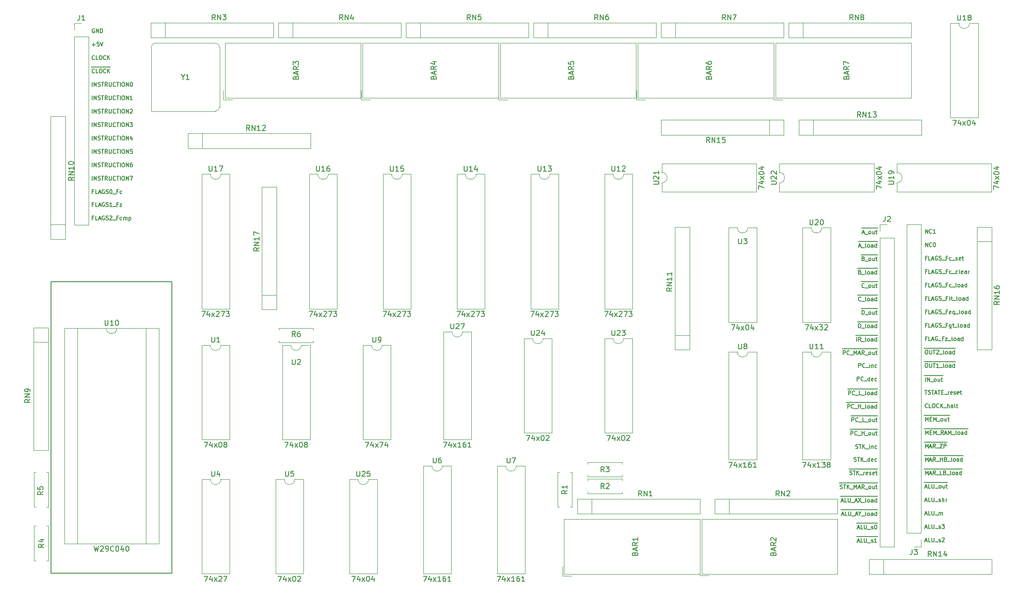
<source format=gto>
G04 #@! TF.GenerationSoftware,KiCad,Pcbnew,(5.1.2)-2*
G04 #@! TF.CreationDate,2019-09-02T15:20:59+02:00*
G04 #@! TF.ProjectId,Controller,436f6e74-726f-46c6-9c65-722e6b696361,rev?*
G04 #@! TF.SameCoordinates,Original*
G04 #@! TF.FileFunction,Legend,Top*
G04 #@! TF.FilePolarity,Positive*
%FSLAX46Y46*%
G04 Gerber Fmt 4.6, Leading zero omitted, Abs format (unit mm)*
G04 Created by KiCad (PCBNEW (5.1.2)-2) date 2019-09-02 15:20:59*
%MOMM*%
%LPD*%
G04 APERTURE LIST*
%ADD10C,0.150000*%
%ADD11C,0.120000*%
G04 APERTURE END LIST*
D10*
X174805499Y-85752000D02*
X175555499Y-85752000D01*
X174984070Y-86826285D02*
X174984070Y-86076285D01*
X175162641Y-86076285D01*
X175269784Y-86112000D01*
X175341213Y-86183428D01*
X175376927Y-86254857D01*
X175412641Y-86397714D01*
X175412641Y-86504857D01*
X175376927Y-86647714D01*
X175341213Y-86719142D01*
X175269784Y-86790571D01*
X175162641Y-86826285D01*
X174984070Y-86826285D01*
X175555499Y-85752000D02*
X176126927Y-85752000D01*
X175555499Y-86897714D02*
X176126927Y-86897714D01*
X176126927Y-85752000D02*
X176805499Y-85752000D01*
X176412641Y-86826285D02*
X176341213Y-86790571D01*
X176305499Y-86754857D01*
X176269784Y-86683428D01*
X176269784Y-86469142D01*
X176305499Y-86397714D01*
X176341213Y-86362000D01*
X176412641Y-86326285D01*
X176519784Y-86326285D01*
X176591213Y-86362000D01*
X176626927Y-86397714D01*
X176662641Y-86469142D01*
X176662641Y-86683428D01*
X176626927Y-86754857D01*
X176591213Y-86790571D01*
X176519784Y-86826285D01*
X176412641Y-86826285D01*
X176805499Y-85752000D02*
X177484070Y-85752000D01*
X177305499Y-86326285D02*
X177305499Y-86826285D01*
X176984070Y-86326285D02*
X176984070Y-86719142D01*
X177019784Y-86790571D01*
X177091213Y-86826285D01*
X177198356Y-86826285D01*
X177269784Y-86790571D01*
X177305499Y-86754857D01*
X177484070Y-85752000D02*
X177912641Y-85752000D01*
X177555499Y-86326285D02*
X177841213Y-86326285D01*
X177662641Y-86076285D02*
X177662641Y-86719142D01*
X177698356Y-86790571D01*
X177769784Y-86826285D01*
X177841213Y-86826285D01*
X174341213Y-96859285D02*
X174341213Y-96109285D01*
X174626927Y-96109285D01*
X174698356Y-96145000D01*
X174734070Y-96180714D01*
X174769784Y-96252142D01*
X174769784Y-96359285D01*
X174734070Y-96430714D01*
X174698356Y-96466428D01*
X174626927Y-96502142D01*
X174341213Y-96502142D01*
X175519784Y-96787857D02*
X175484070Y-96823571D01*
X175376927Y-96859285D01*
X175305499Y-96859285D01*
X175198356Y-96823571D01*
X175126927Y-96752142D01*
X175091213Y-96680714D01*
X175055499Y-96537857D01*
X175055499Y-96430714D01*
X175091213Y-96287857D01*
X175126927Y-96216428D01*
X175198356Y-96145000D01*
X175305499Y-96109285D01*
X175376927Y-96109285D01*
X175484070Y-96145000D01*
X175519784Y-96180714D01*
X175662642Y-96930714D02*
X176234070Y-96930714D01*
X176412642Y-96859285D02*
X176412642Y-96359285D01*
X176412642Y-96109285D02*
X176376927Y-96145000D01*
X176412642Y-96180714D01*
X176448356Y-96145000D01*
X176412642Y-96109285D01*
X176412642Y-96180714D01*
X176769784Y-96359285D02*
X176769784Y-96859285D01*
X176769784Y-96430714D02*
X176805499Y-96395000D01*
X176876927Y-96359285D01*
X176984070Y-96359285D01*
X177055499Y-96395000D01*
X177091213Y-96466428D01*
X177091213Y-96859285D01*
X177769784Y-96823571D02*
X177698356Y-96859285D01*
X177555499Y-96859285D01*
X177484070Y-96823571D01*
X177448356Y-96787857D01*
X177412642Y-96716428D01*
X177412642Y-96502142D01*
X177448356Y-96430714D01*
X177484070Y-96395000D01*
X177555499Y-96359285D01*
X177698356Y-96359285D01*
X177769784Y-96395000D01*
X174805499Y-80672000D02*
X175555499Y-80672000D01*
X175412641Y-81674857D02*
X175376927Y-81710571D01*
X175269784Y-81746285D01*
X175198356Y-81746285D01*
X175091213Y-81710571D01*
X175019784Y-81639142D01*
X174984070Y-81567714D01*
X174948356Y-81424857D01*
X174948356Y-81317714D01*
X174984070Y-81174857D01*
X175019784Y-81103428D01*
X175091213Y-81032000D01*
X175198356Y-80996285D01*
X175269784Y-80996285D01*
X175376927Y-81032000D01*
X175412641Y-81067714D01*
X175555499Y-80672000D02*
X176126927Y-80672000D01*
X175555499Y-81817714D02*
X176126927Y-81817714D01*
X176126927Y-80672000D02*
X176805499Y-80672000D01*
X176412641Y-81746285D02*
X176341213Y-81710571D01*
X176305499Y-81674857D01*
X176269784Y-81603428D01*
X176269784Y-81389142D01*
X176305499Y-81317714D01*
X176341213Y-81282000D01*
X176412641Y-81246285D01*
X176519784Y-81246285D01*
X176591213Y-81282000D01*
X176626927Y-81317714D01*
X176662641Y-81389142D01*
X176662641Y-81603428D01*
X176626927Y-81674857D01*
X176591213Y-81710571D01*
X176519784Y-81746285D01*
X176412641Y-81746285D01*
X176805499Y-80672000D02*
X177484070Y-80672000D01*
X177305499Y-81246285D02*
X177305499Y-81746285D01*
X176984070Y-81246285D02*
X176984070Y-81639142D01*
X177019784Y-81710571D01*
X177091213Y-81746285D01*
X177198356Y-81746285D01*
X177269784Y-81710571D01*
X177305499Y-81674857D01*
X177484070Y-80672000D02*
X177912641Y-80672000D01*
X177555499Y-81246285D02*
X177841213Y-81246285D01*
X177662641Y-80996285D02*
X177662641Y-81639142D01*
X177698356Y-81710571D01*
X177769784Y-81746285D01*
X177841213Y-81746285D01*
X174162642Y-78132000D02*
X174912642Y-78132000D01*
X174591213Y-78813428D02*
X174698356Y-78849142D01*
X174734070Y-78884857D01*
X174769784Y-78956285D01*
X174769784Y-79063428D01*
X174734070Y-79134857D01*
X174698356Y-79170571D01*
X174626927Y-79206285D01*
X174341213Y-79206285D01*
X174341213Y-78456285D01*
X174591213Y-78456285D01*
X174662642Y-78492000D01*
X174698356Y-78527714D01*
X174734070Y-78599142D01*
X174734070Y-78670571D01*
X174698356Y-78742000D01*
X174662642Y-78777714D01*
X174591213Y-78813428D01*
X174341213Y-78813428D01*
X174912642Y-78132000D02*
X175484070Y-78132000D01*
X174912642Y-79277714D02*
X175484070Y-79277714D01*
X175484070Y-78132000D02*
X175876927Y-78132000D01*
X175769784Y-79206285D02*
X175698356Y-79170571D01*
X175662642Y-79099142D01*
X175662642Y-78456285D01*
X175876927Y-78132000D02*
X176555499Y-78132000D01*
X176162642Y-79206285D02*
X176091213Y-79170571D01*
X176055499Y-79134857D01*
X176019784Y-79063428D01*
X176019784Y-78849142D01*
X176055499Y-78777714D01*
X176091213Y-78742000D01*
X176162642Y-78706285D01*
X176269784Y-78706285D01*
X176341213Y-78742000D01*
X176376927Y-78777714D01*
X176412642Y-78849142D01*
X176412642Y-79063428D01*
X176376927Y-79134857D01*
X176341213Y-79170571D01*
X176269784Y-79206285D01*
X176162642Y-79206285D01*
X176555499Y-78132000D02*
X177234070Y-78132000D01*
X177055499Y-79206285D02*
X177055499Y-78813428D01*
X177019784Y-78742000D01*
X176948356Y-78706285D01*
X176805499Y-78706285D01*
X176734070Y-78742000D01*
X177055499Y-79170571D02*
X176984070Y-79206285D01*
X176805499Y-79206285D01*
X176734070Y-79170571D01*
X176698356Y-79099142D01*
X176698356Y-79027714D01*
X176734070Y-78956285D01*
X176805499Y-78920571D01*
X176984070Y-78920571D01*
X177055499Y-78884857D01*
X177234070Y-78132000D02*
X177912642Y-78132000D01*
X177734070Y-79206285D02*
X177734070Y-78456285D01*
X177734070Y-79170571D02*
X177662642Y-79206285D01*
X177519784Y-79206285D01*
X177448356Y-79170571D01*
X177412642Y-79134857D01*
X177376927Y-79063428D01*
X177376927Y-78849142D01*
X177412642Y-78777714D01*
X177448356Y-78742000D01*
X177519784Y-78706285D01*
X177662642Y-78706285D01*
X177734070Y-78742000D01*
X174162642Y-83212000D02*
X174912642Y-83212000D01*
X174769784Y-84214857D02*
X174734070Y-84250571D01*
X174626927Y-84286285D01*
X174555499Y-84286285D01*
X174448356Y-84250571D01*
X174376927Y-84179142D01*
X174341213Y-84107714D01*
X174305499Y-83964857D01*
X174305499Y-83857714D01*
X174341213Y-83714857D01*
X174376927Y-83643428D01*
X174448356Y-83572000D01*
X174555499Y-83536285D01*
X174626927Y-83536285D01*
X174734070Y-83572000D01*
X174769784Y-83607714D01*
X174912642Y-83212000D02*
X175484070Y-83212000D01*
X174912642Y-84357714D02*
X175484070Y-84357714D01*
X175484070Y-83212000D02*
X175876927Y-83212000D01*
X175769784Y-84286285D02*
X175698356Y-84250571D01*
X175662642Y-84179142D01*
X175662642Y-83536285D01*
X175876927Y-83212000D02*
X176555499Y-83212000D01*
X176162642Y-84286285D02*
X176091213Y-84250571D01*
X176055499Y-84214857D01*
X176019784Y-84143428D01*
X176019784Y-83929142D01*
X176055499Y-83857714D01*
X176091213Y-83822000D01*
X176162642Y-83786285D01*
X176269784Y-83786285D01*
X176341213Y-83822000D01*
X176376927Y-83857714D01*
X176412642Y-83929142D01*
X176412642Y-84143428D01*
X176376927Y-84214857D01*
X176341213Y-84250571D01*
X176269784Y-84286285D01*
X176162642Y-84286285D01*
X176555499Y-83212000D02*
X177234070Y-83212000D01*
X177055499Y-84286285D02*
X177055499Y-83893428D01*
X177019784Y-83822000D01*
X176948356Y-83786285D01*
X176805499Y-83786285D01*
X176734070Y-83822000D01*
X177055499Y-84250571D02*
X176984070Y-84286285D01*
X176805499Y-84286285D01*
X176734070Y-84250571D01*
X176698356Y-84179142D01*
X176698356Y-84107714D01*
X176734070Y-84036285D01*
X176805499Y-84000571D01*
X176984070Y-84000571D01*
X177055499Y-83964857D01*
X177234070Y-83212000D02*
X177912642Y-83212000D01*
X177734070Y-84286285D02*
X177734070Y-83536285D01*
X177734070Y-84250571D02*
X177662642Y-84286285D01*
X177519784Y-84286285D01*
X177448356Y-84250571D01*
X177412642Y-84214857D01*
X177376927Y-84143428D01*
X177376927Y-83929142D01*
X177412642Y-83857714D01*
X177448356Y-83822000D01*
X177519784Y-83786285D01*
X177662642Y-83786285D01*
X177734070Y-83822000D01*
X174269785Y-73052000D02*
X174912642Y-73052000D01*
X174412642Y-73912000D02*
X174769785Y-73912000D01*
X174341213Y-74126285D02*
X174591213Y-73376285D01*
X174841213Y-74126285D01*
X174912642Y-73052000D02*
X175484070Y-73052000D01*
X174912642Y-74197714D02*
X175484070Y-74197714D01*
X175484070Y-73052000D02*
X175876927Y-73052000D01*
X175769785Y-74126285D02*
X175698356Y-74090571D01*
X175662642Y-74019142D01*
X175662642Y-73376285D01*
X175876927Y-73052000D02*
X176555499Y-73052000D01*
X176162642Y-74126285D02*
X176091213Y-74090571D01*
X176055499Y-74054857D01*
X176019785Y-73983428D01*
X176019785Y-73769142D01*
X176055499Y-73697714D01*
X176091213Y-73662000D01*
X176162642Y-73626285D01*
X176269785Y-73626285D01*
X176341213Y-73662000D01*
X176376927Y-73697714D01*
X176412642Y-73769142D01*
X176412642Y-73983428D01*
X176376927Y-74054857D01*
X176341213Y-74090571D01*
X176269785Y-74126285D01*
X176162642Y-74126285D01*
X176555499Y-73052000D02*
X177234070Y-73052000D01*
X177055499Y-74126285D02*
X177055499Y-73733428D01*
X177019785Y-73662000D01*
X176948356Y-73626285D01*
X176805499Y-73626285D01*
X176734070Y-73662000D01*
X177055499Y-74090571D02*
X176984070Y-74126285D01*
X176805499Y-74126285D01*
X176734070Y-74090571D01*
X176698356Y-74019142D01*
X176698356Y-73947714D01*
X176734070Y-73876285D01*
X176805499Y-73840571D01*
X176984070Y-73840571D01*
X177055499Y-73804857D01*
X177234070Y-73052000D02*
X177912642Y-73052000D01*
X177734070Y-74126285D02*
X177734070Y-73376285D01*
X177734070Y-74090571D02*
X177662642Y-74126285D01*
X177519785Y-74126285D01*
X177448356Y-74090571D01*
X177412642Y-74054857D01*
X177376927Y-73983428D01*
X177376927Y-73769142D01*
X177412642Y-73697714D01*
X177448356Y-73662000D01*
X177519785Y-73626285D01*
X177662642Y-73626285D01*
X177734070Y-73662000D01*
X173805499Y-90832000D02*
X174162641Y-90832000D01*
X173984070Y-91906285D02*
X173984070Y-91156285D01*
X174162641Y-90832000D02*
X174912641Y-90832000D01*
X174769784Y-91906285D02*
X174519784Y-91549142D01*
X174341213Y-91906285D02*
X174341213Y-91156285D01*
X174626927Y-91156285D01*
X174698356Y-91192000D01*
X174734070Y-91227714D01*
X174769784Y-91299142D01*
X174769784Y-91406285D01*
X174734070Y-91477714D01*
X174698356Y-91513428D01*
X174626927Y-91549142D01*
X174341213Y-91549142D01*
X174912641Y-90832000D02*
X175484070Y-90832000D01*
X174912641Y-91977714D02*
X175484070Y-91977714D01*
X175484070Y-90832000D02*
X175876927Y-90832000D01*
X175769784Y-91906285D02*
X175698356Y-91870571D01*
X175662641Y-91799142D01*
X175662641Y-91156285D01*
X175876927Y-90832000D02*
X176555499Y-90832000D01*
X176162641Y-91906285D02*
X176091213Y-91870571D01*
X176055499Y-91834857D01*
X176019784Y-91763428D01*
X176019784Y-91549142D01*
X176055499Y-91477714D01*
X176091213Y-91442000D01*
X176162641Y-91406285D01*
X176269784Y-91406285D01*
X176341213Y-91442000D01*
X176376927Y-91477714D01*
X176412641Y-91549142D01*
X176412641Y-91763428D01*
X176376927Y-91834857D01*
X176341213Y-91870571D01*
X176269784Y-91906285D01*
X176162641Y-91906285D01*
X176555499Y-90832000D02*
X177234070Y-90832000D01*
X177055499Y-91906285D02*
X177055499Y-91513428D01*
X177019784Y-91442000D01*
X176948356Y-91406285D01*
X176805499Y-91406285D01*
X176734070Y-91442000D01*
X177055499Y-91870571D02*
X176984070Y-91906285D01*
X176805499Y-91906285D01*
X176734070Y-91870571D01*
X176698356Y-91799142D01*
X176698356Y-91727714D01*
X176734070Y-91656285D01*
X176805499Y-91620571D01*
X176984070Y-91620571D01*
X177055499Y-91584857D01*
X177234070Y-90832000D02*
X177912641Y-90832000D01*
X177734070Y-91906285D02*
X177734070Y-91156285D01*
X177734070Y-91870571D02*
X177662641Y-91906285D01*
X177519784Y-91906285D01*
X177448356Y-91870571D01*
X177412641Y-91834857D01*
X177376927Y-91763428D01*
X177376927Y-91549142D01*
X177412641Y-91477714D01*
X177448356Y-91442000D01*
X177519784Y-91406285D01*
X177662641Y-91406285D01*
X177734070Y-91442000D01*
X174162642Y-88292000D02*
X174912642Y-88292000D01*
X174341213Y-89366285D02*
X174341213Y-88616285D01*
X174519784Y-88616285D01*
X174626927Y-88652000D01*
X174698356Y-88723428D01*
X174734070Y-88794857D01*
X174769784Y-88937714D01*
X174769784Y-89044857D01*
X174734070Y-89187714D01*
X174698356Y-89259142D01*
X174626927Y-89330571D01*
X174519784Y-89366285D01*
X174341213Y-89366285D01*
X174912642Y-88292000D02*
X175484070Y-88292000D01*
X174912642Y-89437714D02*
X175484070Y-89437714D01*
X175484070Y-88292000D02*
X175876927Y-88292000D01*
X175769784Y-89366285D02*
X175698356Y-89330571D01*
X175662642Y-89259142D01*
X175662642Y-88616285D01*
X175876927Y-88292000D02*
X176555499Y-88292000D01*
X176162642Y-89366285D02*
X176091213Y-89330571D01*
X176055499Y-89294857D01*
X176019784Y-89223428D01*
X176019784Y-89009142D01*
X176055499Y-88937714D01*
X176091213Y-88902000D01*
X176162642Y-88866285D01*
X176269784Y-88866285D01*
X176341213Y-88902000D01*
X176376927Y-88937714D01*
X176412642Y-89009142D01*
X176412642Y-89223428D01*
X176376927Y-89294857D01*
X176341213Y-89330571D01*
X176269784Y-89366285D01*
X176162642Y-89366285D01*
X176555499Y-88292000D02*
X177234070Y-88292000D01*
X177055499Y-89366285D02*
X177055499Y-88973428D01*
X177019784Y-88902000D01*
X176948356Y-88866285D01*
X176805499Y-88866285D01*
X176734070Y-88902000D01*
X177055499Y-89330571D02*
X176984070Y-89366285D01*
X176805499Y-89366285D01*
X176734070Y-89330571D01*
X176698356Y-89259142D01*
X176698356Y-89187714D01*
X176734070Y-89116285D01*
X176805499Y-89080571D01*
X176984070Y-89080571D01*
X177055499Y-89044857D01*
X177234070Y-88292000D02*
X177912642Y-88292000D01*
X177734070Y-89366285D02*
X177734070Y-88616285D01*
X177734070Y-89330571D02*
X177662642Y-89366285D01*
X177519784Y-89366285D01*
X177448356Y-89330571D01*
X177412642Y-89294857D01*
X177376927Y-89223428D01*
X177376927Y-89009142D01*
X177412642Y-88937714D01*
X177448356Y-88902000D01*
X177519784Y-88866285D01*
X177662642Y-88866285D01*
X177734070Y-88902000D01*
X174055499Y-99399285D02*
X174055499Y-98649285D01*
X174341213Y-98649285D01*
X174412642Y-98685000D01*
X174448356Y-98720714D01*
X174484070Y-98792142D01*
X174484070Y-98899285D01*
X174448356Y-98970714D01*
X174412642Y-99006428D01*
X174341213Y-99042142D01*
X174055499Y-99042142D01*
X175234070Y-99327857D02*
X175198356Y-99363571D01*
X175091213Y-99399285D01*
X175019785Y-99399285D01*
X174912642Y-99363571D01*
X174841213Y-99292142D01*
X174805499Y-99220714D01*
X174769785Y-99077857D01*
X174769785Y-98970714D01*
X174805499Y-98827857D01*
X174841213Y-98756428D01*
X174912642Y-98685000D01*
X175019785Y-98649285D01*
X175091213Y-98649285D01*
X175198356Y-98685000D01*
X175234070Y-98720714D01*
X175376928Y-99470714D02*
X175948356Y-99470714D01*
X176448356Y-99399285D02*
X176448356Y-98649285D01*
X176448356Y-99363571D02*
X176376928Y-99399285D01*
X176234070Y-99399285D01*
X176162642Y-99363571D01*
X176126928Y-99327857D01*
X176091213Y-99256428D01*
X176091213Y-99042142D01*
X176126928Y-98970714D01*
X176162642Y-98935000D01*
X176234070Y-98899285D01*
X176376928Y-98899285D01*
X176448356Y-98935000D01*
X177091213Y-99363571D02*
X177019785Y-99399285D01*
X176876928Y-99399285D01*
X176805499Y-99363571D01*
X176769785Y-99292142D01*
X176769785Y-99006428D01*
X176805499Y-98935000D01*
X176876928Y-98899285D01*
X177019785Y-98899285D01*
X177091213Y-98935000D01*
X177126928Y-99006428D01*
X177126928Y-99077857D01*
X176769785Y-99149285D01*
X177769785Y-99363571D02*
X177698356Y-99399285D01*
X177555499Y-99399285D01*
X177484070Y-99363571D01*
X177448356Y-99327857D01*
X177412642Y-99256428D01*
X177412642Y-99042142D01*
X177448356Y-98970714D01*
X177484070Y-98935000D01*
X177555499Y-98899285D01*
X177698356Y-98899285D01*
X177769785Y-98935000D01*
X171234071Y-93372000D02*
X171984071Y-93372000D01*
X171412642Y-94446285D02*
X171412642Y-93696285D01*
X171698356Y-93696285D01*
X171769785Y-93732000D01*
X171805499Y-93767714D01*
X171841213Y-93839142D01*
X171841213Y-93946285D01*
X171805499Y-94017714D01*
X171769785Y-94053428D01*
X171698356Y-94089142D01*
X171412642Y-94089142D01*
X171984071Y-93372000D02*
X172734071Y-93372000D01*
X172591213Y-94374857D02*
X172555499Y-94410571D01*
X172448356Y-94446285D01*
X172376928Y-94446285D01*
X172269785Y-94410571D01*
X172198356Y-94339142D01*
X172162642Y-94267714D01*
X172126928Y-94124857D01*
X172126928Y-94017714D01*
X172162642Y-93874857D01*
X172198356Y-93803428D01*
X172269785Y-93732000D01*
X172376928Y-93696285D01*
X172448356Y-93696285D01*
X172555499Y-93732000D01*
X172591213Y-93767714D01*
X172734071Y-93372000D02*
X173305499Y-93372000D01*
X172734071Y-94517714D02*
X173305499Y-94517714D01*
X173305499Y-93372000D02*
X174162642Y-93372000D01*
X173484071Y-94446285D02*
X173484071Y-93696285D01*
X173734071Y-94232000D01*
X173984071Y-93696285D01*
X173984071Y-94446285D01*
X174162642Y-93372000D02*
X174805499Y-93372000D01*
X174305499Y-94232000D02*
X174662642Y-94232000D01*
X174234071Y-94446285D02*
X174484071Y-93696285D01*
X174734071Y-94446285D01*
X174805499Y-93372000D02*
X175555499Y-93372000D01*
X175412642Y-94446285D02*
X175162642Y-94089142D01*
X174984071Y-94446285D02*
X174984071Y-93696285D01*
X175269785Y-93696285D01*
X175341213Y-93732000D01*
X175376928Y-93767714D01*
X175412642Y-93839142D01*
X175412642Y-93946285D01*
X175376928Y-94017714D01*
X175341213Y-94053428D01*
X175269785Y-94089142D01*
X174984071Y-94089142D01*
X175555499Y-93372000D02*
X176126928Y-93372000D01*
X175555499Y-94517714D02*
X176126928Y-94517714D01*
X176126928Y-93372000D02*
X176805499Y-93372000D01*
X176412642Y-94446285D02*
X176341213Y-94410571D01*
X176305499Y-94374857D01*
X176269785Y-94303428D01*
X176269785Y-94089142D01*
X176305499Y-94017714D01*
X176341213Y-93982000D01*
X176412642Y-93946285D01*
X176519785Y-93946285D01*
X176591213Y-93982000D01*
X176626928Y-94017714D01*
X176662642Y-94089142D01*
X176662642Y-94303428D01*
X176626928Y-94374857D01*
X176591213Y-94410571D01*
X176519785Y-94446285D01*
X176412642Y-94446285D01*
X176805499Y-93372000D02*
X177484071Y-93372000D01*
X177305499Y-93946285D02*
X177305499Y-94446285D01*
X176984071Y-93946285D02*
X176984071Y-94339142D01*
X177019785Y-94410571D01*
X177091213Y-94446285D01*
X177198356Y-94446285D01*
X177269785Y-94410571D01*
X177305499Y-94374857D01*
X177484071Y-93372000D02*
X177912642Y-93372000D01*
X177555499Y-93946285D02*
X177841213Y-93946285D01*
X177662642Y-93696285D02*
X177662642Y-94339142D01*
X177698356Y-94410571D01*
X177769785Y-94446285D01*
X177841213Y-94446285D01*
X174805499Y-75592000D02*
X175555499Y-75592000D01*
X175234070Y-76273428D02*
X175341213Y-76309142D01*
X175376927Y-76344857D01*
X175412641Y-76416285D01*
X175412641Y-76523428D01*
X175376927Y-76594857D01*
X175341213Y-76630571D01*
X175269784Y-76666285D01*
X174984070Y-76666285D01*
X174984070Y-75916285D01*
X175234070Y-75916285D01*
X175305499Y-75952000D01*
X175341213Y-75987714D01*
X175376927Y-76059142D01*
X175376927Y-76130571D01*
X175341213Y-76202000D01*
X175305499Y-76237714D01*
X175234070Y-76273428D01*
X174984070Y-76273428D01*
X175555499Y-75592000D02*
X176126927Y-75592000D01*
X175555499Y-76737714D02*
X176126927Y-76737714D01*
X176126927Y-75592000D02*
X176805499Y-75592000D01*
X176412641Y-76666285D02*
X176341213Y-76630571D01*
X176305499Y-76594857D01*
X176269784Y-76523428D01*
X176269784Y-76309142D01*
X176305499Y-76237714D01*
X176341213Y-76202000D01*
X176412641Y-76166285D01*
X176519784Y-76166285D01*
X176591213Y-76202000D01*
X176626927Y-76237714D01*
X176662641Y-76309142D01*
X176662641Y-76523428D01*
X176626927Y-76594857D01*
X176591213Y-76630571D01*
X176519784Y-76666285D01*
X176412641Y-76666285D01*
X176805499Y-75592000D02*
X177484070Y-75592000D01*
X177305499Y-76166285D02*
X177305499Y-76666285D01*
X176984070Y-76166285D02*
X176984070Y-76559142D01*
X177019784Y-76630571D01*
X177091213Y-76666285D01*
X177198356Y-76666285D01*
X177269784Y-76630571D01*
X177305499Y-76594857D01*
X177484070Y-75592000D02*
X177912641Y-75592000D01*
X177555499Y-76166285D02*
X177841213Y-76166285D01*
X177662641Y-75916285D02*
X177662641Y-76559142D01*
X177698356Y-76630571D01*
X177769784Y-76666285D01*
X177841213Y-76666285D01*
X174912642Y-70512000D02*
X175555499Y-70512000D01*
X175055499Y-71372000D02*
X175412642Y-71372000D01*
X174984070Y-71586285D02*
X175234070Y-70836285D01*
X175484070Y-71586285D01*
X175555499Y-70512000D02*
X176126927Y-70512000D01*
X175555499Y-71657714D02*
X176126927Y-71657714D01*
X176126927Y-70512000D02*
X176805499Y-70512000D01*
X176412642Y-71586285D02*
X176341213Y-71550571D01*
X176305499Y-71514857D01*
X176269784Y-71443428D01*
X176269784Y-71229142D01*
X176305499Y-71157714D01*
X176341213Y-71122000D01*
X176412642Y-71086285D01*
X176519784Y-71086285D01*
X176591213Y-71122000D01*
X176626927Y-71157714D01*
X176662642Y-71229142D01*
X176662642Y-71443428D01*
X176626927Y-71514857D01*
X176591213Y-71550571D01*
X176519784Y-71586285D01*
X176412642Y-71586285D01*
X176805499Y-70512000D02*
X177484070Y-70512000D01*
X177305499Y-71086285D02*
X177305499Y-71586285D01*
X176984070Y-71086285D02*
X176984070Y-71479142D01*
X177019784Y-71550571D01*
X177091213Y-71586285D01*
X177198356Y-71586285D01*
X177269784Y-71550571D01*
X177305499Y-71514857D01*
X177484070Y-70512000D02*
X177912642Y-70512000D01*
X177555499Y-71086285D02*
X177841213Y-71086285D01*
X177662642Y-70836285D02*
X177662642Y-71479142D01*
X177698356Y-71550571D01*
X177769784Y-71586285D01*
X177841213Y-71586285D01*
X173769785Y-112190571D02*
X173876928Y-112226285D01*
X174055499Y-112226285D01*
X174126928Y-112190571D01*
X174162642Y-112154857D01*
X174198356Y-112083428D01*
X174198356Y-112012000D01*
X174162642Y-111940571D01*
X174126928Y-111904857D01*
X174055499Y-111869142D01*
X173912642Y-111833428D01*
X173841213Y-111797714D01*
X173805499Y-111762000D01*
X173769785Y-111690571D01*
X173769785Y-111619142D01*
X173805499Y-111547714D01*
X173841213Y-111512000D01*
X173912642Y-111476285D01*
X174091213Y-111476285D01*
X174198356Y-111512000D01*
X174412642Y-111476285D02*
X174841213Y-111476285D01*
X174626928Y-112226285D02*
X174626928Y-111476285D01*
X175091213Y-112226285D02*
X175091213Y-111476285D01*
X175519785Y-112226285D02*
X175198356Y-111797714D01*
X175519785Y-111476285D02*
X175091213Y-111904857D01*
X175662642Y-112297714D02*
X176234070Y-112297714D01*
X176412642Y-112226285D02*
X176412642Y-111726285D01*
X176412642Y-111476285D02*
X176376928Y-111512000D01*
X176412642Y-111547714D01*
X176448356Y-111512000D01*
X176412642Y-111476285D01*
X176412642Y-111547714D01*
X176769785Y-111726285D02*
X176769785Y-112226285D01*
X176769785Y-111797714D02*
X176805499Y-111762000D01*
X176876928Y-111726285D01*
X176984070Y-111726285D01*
X177055499Y-111762000D01*
X177091213Y-111833428D01*
X177091213Y-112226285D01*
X177769785Y-112190571D02*
X177698356Y-112226285D01*
X177555499Y-112226285D01*
X177484070Y-112190571D01*
X177448356Y-112154857D01*
X177412642Y-112083428D01*
X177412642Y-111869142D01*
X177448356Y-111797714D01*
X177484070Y-111762000D01*
X177555499Y-111726285D01*
X177698356Y-111726285D01*
X177769785Y-111762000D01*
X173984071Y-128932000D02*
X174626928Y-128932000D01*
X174126928Y-129792000D02*
X174484071Y-129792000D01*
X174055499Y-130006285D02*
X174305499Y-129256285D01*
X174555499Y-130006285D01*
X174626928Y-128932000D02*
X175234071Y-128932000D01*
X175162642Y-130006285D02*
X174805499Y-130006285D01*
X174805499Y-129256285D01*
X175234071Y-128932000D02*
X176019785Y-128932000D01*
X175412642Y-129256285D02*
X175412642Y-129863428D01*
X175448356Y-129934857D01*
X175484071Y-129970571D01*
X175555499Y-130006285D01*
X175698356Y-130006285D01*
X175769785Y-129970571D01*
X175805499Y-129934857D01*
X175841213Y-129863428D01*
X175841213Y-129256285D01*
X176019785Y-128932000D02*
X176591213Y-128932000D01*
X176019785Y-130077714D02*
X176591213Y-130077714D01*
X176591213Y-128932000D02*
X177198356Y-128932000D01*
X176734071Y-129970571D02*
X176805499Y-130006285D01*
X176948356Y-130006285D01*
X177019785Y-129970571D01*
X177055499Y-129899142D01*
X177055499Y-129863428D01*
X177019785Y-129792000D01*
X176948356Y-129756285D01*
X176841213Y-129756285D01*
X176769785Y-129720571D01*
X176734071Y-129649142D01*
X176734071Y-129613428D01*
X176769785Y-129542000D01*
X176841213Y-129506285D01*
X176948356Y-129506285D01*
X177019785Y-129542000D01*
X177198356Y-128932000D02*
X177912642Y-128932000D01*
X177769785Y-130006285D02*
X177341213Y-130006285D01*
X177555499Y-130006285D02*
X177555499Y-129256285D01*
X177484071Y-129363428D01*
X177412642Y-129434857D01*
X177341213Y-129470571D01*
X172519785Y-116105000D02*
X173234070Y-116105000D01*
X172662642Y-117143571D02*
X172769785Y-117179285D01*
X172948356Y-117179285D01*
X173019785Y-117143571D01*
X173055499Y-117107857D01*
X173091213Y-117036428D01*
X173091213Y-116965000D01*
X173055499Y-116893571D01*
X173019785Y-116857857D01*
X172948356Y-116822142D01*
X172805499Y-116786428D01*
X172734070Y-116750714D01*
X172698356Y-116715000D01*
X172662642Y-116643571D01*
X172662642Y-116572142D01*
X172698356Y-116500714D01*
X172734070Y-116465000D01*
X172805499Y-116429285D01*
X172984070Y-116429285D01*
X173091213Y-116465000D01*
X173234070Y-116105000D02*
X173805499Y-116105000D01*
X173305499Y-116429285D02*
X173734070Y-116429285D01*
X173519785Y-117179285D02*
X173519785Y-116429285D01*
X173805499Y-116105000D02*
X174555499Y-116105000D01*
X173984070Y-117179285D02*
X173984070Y-116429285D01*
X174412642Y-117179285D02*
X174091213Y-116750714D01*
X174412642Y-116429285D02*
X173984070Y-116857857D01*
X174555499Y-116105000D02*
X175126927Y-116105000D01*
X174555499Y-117250714D02*
X175126927Y-117250714D01*
X175126927Y-116105000D02*
X175591213Y-116105000D01*
X175305499Y-117179285D02*
X175305499Y-116679285D01*
X175305499Y-116822142D02*
X175341213Y-116750714D01*
X175376927Y-116715000D01*
X175448356Y-116679285D01*
X175519785Y-116679285D01*
X175591213Y-116105000D02*
X176234070Y-116105000D01*
X176055499Y-117143571D02*
X175984070Y-117179285D01*
X175841213Y-117179285D01*
X175769785Y-117143571D01*
X175734070Y-117072142D01*
X175734070Y-116786428D01*
X175769785Y-116715000D01*
X175841213Y-116679285D01*
X175984070Y-116679285D01*
X176055499Y-116715000D01*
X176091213Y-116786428D01*
X176091213Y-116857857D01*
X175734070Y-116929285D01*
X176234070Y-116105000D02*
X176841213Y-116105000D01*
X176376927Y-117143571D02*
X176448356Y-117179285D01*
X176591213Y-117179285D01*
X176662642Y-117143571D01*
X176698356Y-117072142D01*
X176698356Y-117036428D01*
X176662642Y-116965000D01*
X176591213Y-116929285D01*
X176484070Y-116929285D01*
X176412642Y-116893571D01*
X176376927Y-116822142D01*
X176376927Y-116786428D01*
X176412642Y-116715000D01*
X176484070Y-116679285D01*
X176591213Y-116679285D01*
X176662642Y-116715000D01*
X176841213Y-116105000D02*
X177484070Y-116105000D01*
X177305499Y-117143571D02*
X177234070Y-117179285D01*
X177091213Y-117179285D01*
X177019785Y-117143571D01*
X176984070Y-117072142D01*
X176984070Y-116786428D01*
X177019785Y-116715000D01*
X177091213Y-116679285D01*
X177234070Y-116679285D01*
X177305499Y-116715000D01*
X177341213Y-116786428D01*
X177341213Y-116857857D01*
X176984070Y-116929285D01*
X177484070Y-116105000D02*
X177912642Y-116105000D01*
X177555499Y-116679285D02*
X177841213Y-116679285D01*
X177662642Y-116429285D02*
X177662642Y-117072142D01*
X177698356Y-117143571D01*
X177769785Y-117179285D01*
X177841213Y-117179285D01*
X173984071Y-126392000D02*
X174626928Y-126392000D01*
X174126928Y-127252000D02*
X174484071Y-127252000D01*
X174055499Y-127466285D02*
X174305499Y-126716285D01*
X174555499Y-127466285D01*
X174626928Y-126392000D02*
X175234071Y-126392000D01*
X175162642Y-127466285D02*
X174805499Y-127466285D01*
X174805499Y-126716285D01*
X175234071Y-126392000D02*
X176019785Y-126392000D01*
X175412642Y-126716285D02*
X175412642Y-127323428D01*
X175448356Y-127394857D01*
X175484071Y-127430571D01*
X175555499Y-127466285D01*
X175698356Y-127466285D01*
X175769785Y-127430571D01*
X175805499Y-127394857D01*
X175841213Y-127323428D01*
X175841213Y-126716285D01*
X176019785Y-126392000D02*
X176591213Y-126392000D01*
X176019785Y-127537714D02*
X176591213Y-127537714D01*
X176591213Y-126392000D02*
X177198356Y-126392000D01*
X176734071Y-127430571D02*
X176805499Y-127466285D01*
X176948356Y-127466285D01*
X177019785Y-127430571D01*
X177055499Y-127359142D01*
X177055499Y-127323428D01*
X177019785Y-127252000D01*
X176948356Y-127216285D01*
X176841213Y-127216285D01*
X176769785Y-127180571D01*
X176734071Y-127109142D01*
X176734071Y-127073428D01*
X176769785Y-127002000D01*
X176841213Y-126966285D01*
X176948356Y-126966285D01*
X177019785Y-127002000D01*
X177198356Y-126392000D02*
X177912642Y-126392000D01*
X177519785Y-126716285D02*
X177591213Y-126716285D01*
X177662642Y-126752000D01*
X177698356Y-126787714D01*
X177734071Y-126859142D01*
X177769785Y-127002000D01*
X177769785Y-127180571D01*
X177734071Y-127323428D01*
X177698356Y-127394857D01*
X177662642Y-127430571D01*
X177591213Y-127466285D01*
X177519785Y-127466285D01*
X177448356Y-127430571D01*
X177412642Y-127394857D01*
X177376928Y-127323428D01*
X177341213Y-127180571D01*
X177341213Y-127002000D01*
X177376928Y-126859142D01*
X177412642Y-126787714D01*
X177448356Y-126752000D01*
X177519785Y-126716285D01*
X172055499Y-103532000D02*
X172805499Y-103532000D01*
X172234070Y-104606285D02*
X172234070Y-103856285D01*
X172519784Y-103856285D01*
X172591213Y-103892000D01*
X172626927Y-103927714D01*
X172662641Y-103999142D01*
X172662641Y-104106285D01*
X172626927Y-104177714D01*
X172591213Y-104213428D01*
X172519784Y-104249142D01*
X172234070Y-104249142D01*
X172805499Y-103532000D02*
X173555499Y-103532000D01*
X173412641Y-104534857D02*
X173376927Y-104570571D01*
X173269784Y-104606285D01*
X173198356Y-104606285D01*
X173091213Y-104570571D01*
X173019784Y-104499142D01*
X172984070Y-104427714D01*
X172948356Y-104284857D01*
X172948356Y-104177714D01*
X172984070Y-104034857D01*
X173019784Y-103963428D01*
X173091213Y-103892000D01*
X173198356Y-103856285D01*
X173269784Y-103856285D01*
X173376927Y-103892000D01*
X173412641Y-103927714D01*
X173555499Y-103532000D02*
X174126927Y-103532000D01*
X173555499Y-104677714D02*
X174126927Y-104677714D01*
X174126927Y-103532000D02*
X174912641Y-103532000D01*
X174305499Y-104606285D02*
X174305499Y-103856285D01*
X174305499Y-104213428D02*
X174734070Y-104213428D01*
X174734070Y-104606285D02*
X174734070Y-103856285D01*
X174912641Y-103532000D02*
X175484070Y-103532000D01*
X174912641Y-104677714D02*
X175484070Y-104677714D01*
X175484070Y-103532000D02*
X175876927Y-103532000D01*
X175769784Y-104606285D02*
X175698356Y-104570571D01*
X175662641Y-104499142D01*
X175662641Y-103856285D01*
X175876927Y-103532000D02*
X176555499Y-103532000D01*
X176162641Y-104606285D02*
X176091213Y-104570571D01*
X176055499Y-104534857D01*
X176019784Y-104463428D01*
X176019784Y-104249142D01*
X176055499Y-104177714D01*
X176091213Y-104142000D01*
X176162641Y-104106285D01*
X176269784Y-104106285D01*
X176341213Y-104142000D01*
X176376927Y-104177714D01*
X176412641Y-104249142D01*
X176412641Y-104463428D01*
X176376927Y-104534857D01*
X176341213Y-104570571D01*
X176269784Y-104606285D01*
X176162641Y-104606285D01*
X176555499Y-103532000D02*
X177234070Y-103532000D01*
X177055499Y-104606285D02*
X177055499Y-104213428D01*
X177019784Y-104142000D01*
X176948356Y-104106285D01*
X176805499Y-104106285D01*
X176734070Y-104142000D01*
X177055499Y-104570571D02*
X176984070Y-104606285D01*
X176805499Y-104606285D01*
X176734070Y-104570571D01*
X176698356Y-104499142D01*
X176698356Y-104427714D01*
X176734070Y-104356285D01*
X176805499Y-104320571D01*
X176984070Y-104320571D01*
X177055499Y-104284857D01*
X177234070Y-103532000D02*
X177912641Y-103532000D01*
X177734070Y-104606285D02*
X177734070Y-103856285D01*
X177734070Y-104570571D02*
X177662641Y-104606285D01*
X177519784Y-104606285D01*
X177448356Y-104570571D01*
X177412641Y-104534857D01*
X177376927Y-104463428D01*
X177376927Y-104249142D01*
X177412641Y-104177714D01*
X177448356Y-104142000D01*
X177519784Y-104106285D01*
X177662641Y-104106285D01*
X177734070Y-104142000D01*
X171019785Y-123852000D02*
X171662642Y-123852000D01*
X171162642Y-124712000D02*
X171519785Y-124712000D01*
X171091213Y-124926285D02*
X171341213Y-124176285D01*
X171591213Y-124926285D01*
X171662642Y-123852000D02*
X172269785Y-123852000D01*
X172198356Y-124926285D02*
X171841213Y-124926285D01*
X171841213Y-124176285D01*
X172269785Y-123852000D02*
X173055499Y-123852000D01*
X172448356Y-124176285D02*
X172448356Y-124783428D01*
X172484070Y-124854857D01*
X172519785Y-124890571D01*
X172591213Y-124926285D01*
X172734070Y-124926285D01*
X172805499Y-124890571D01*
X172841213Y-124854857D01*
X172876927Y-124783428D01*
X172876927Y-124176285D01*
X173055499Y-123852000D02*
X173626927Y-123852000D01*
X173055499Y-124997714D02*
X173626927Y-124997714D01*
X173626927Y-123852000D02*
X174269785Y-123852000D01*
X173769785Y-124712000D02*
X174126927Y-124712000D01*
X173698356Y-124926285D02*
X173948356Y-124176285D01*
X174198356Y-124926285D01*
X174269785Y-123852000D02*
X174912642Y-123852000D01*
X174591213Y-124569142D02*
X174591213Y-124926285D01*
X174341213Y-124176285D02*
X174591213Y-124569142D01*
X174841213Y-124176285D01*
X174912642Y-123852000D02*
X175484070Y-123852000D01*
X174912642Y-124997714D02*
X175484070Y-124997714D01*
X175484070Y-123852000D02*
X175876927Y-123852000D01*
X175769785Y-124926285D02*
X175698356Y-124890571D01*
X175662642Y-124819142D01*
X175662642Y-124176285D01*
X175876927Y-123852000D02*
X176555499Y-123852000D01*
X176162642Y-124926285D02*
X176091213Y-124890571D01*
X176055499Y-124854857D01*
X176019785Y-124783428D01*
X176019785Y-124569142D01*
X176055499Y-124497714D01*
X176091213Y-124462000D01*
X176162642Y-124426285D01*
X176269785Y-124426285D01*
X176341213Y-124462000D01*
X176376927Y-124497714D01*
X176412642Y-124569142D01*
X176412642Y-124783428D01*
X176376927Y-124854857D01*
X176341213Y-124890571D01*
X176269785Y-124926285D01*
X176162642Y-124926285D01*
X176555499Y-123852000D02*
X177234070Y-123852000D01*
X177055499Y-124926285D02*
X177055499Y-124533428D01*
X177019785Y-124462000D01*
X176948356Y-124426285D01*
X176805499Y-124426285D01*
X176734070Y-124462000D01*
X177055499Y-124890571D02*
X176984070Y-124926285D01*
X176805499Y-124926285D01*
X176734070Y-124890571D01*
X176698356Y-124819142D01*
X176698356Y-124747714D01*
X176734070Y-124676285D01*
X176805499Y-124640571D01*
X176984070Y-124640571D01*
X177055499Y-124604857D01*
X177234070Y-123852000D02*
X177912642Y-123852000D01*
X177734070Y-124926285D02*
X177734070Y-124176285D01*
X177734070Y-124890571D02*
X177662642Y-124926285D01*
X177519785Y-124926285D01*
X177448356Y-124890571D01*
X177412642Y-124854857D01*
X177376927Y-124783428D01*
X177376927Y-124569142D01*
X177412642Y-124497714D01*
X177448356Y-124462000D01*
X177519785Y-124426285D01*
X177662642Y-124426285D01*
X177734070Y-124462000D01*
X172698356Y-108612000D02*
X173448356Y-108612000D01*
X172876927Y-109686285D02*
X172876927Y-108936285D01*
X173162641Y-108936285D01*
X173234070Y-108972000D01*
X173269784Y-109007714D01*
X173305498Y-109079142D01*
X173305498Y-109186285D01*
X173269784Y-109257714D01*
X173234070Y-109293428D01*
X173162641Y-109329142D01*
X172876927Y-109329142D01*
X173448356Y-108612000D02*
X174198356Y-108612000D01*
X174055498Y-109614857D02*
X174019784Y-109650571D01*
X173912641Y-109686285D01*
X173841213Y-109686285D01*
X173734070Y-109650571D01*
X173662641Y-109579142D01*
X173626927Y-109507714D01*
X173591213Y-109364857D01*
X173591213Y-109257714D01*
X173626927Y-109114857D01*
X173662641Y-109043428D01*
X173734070Y-108972000D01*
X173841213Y-108936285D01*
X173912641Y-108936285D01*
X174019784Y-108972000D01*
X174055498Y-109007714D01*
X174198356Y-108612000D02*
X174769784Y-108612000D01*
X174198356Y-109757714D02*
X174769784Y-109757714D01*
X174769784Y-108612000D02*
X175555498Y-108612000D01*
X174948356Y-109686285D02*
X174948356Y-108936285D01*
X174948356Y-109293428D02*
X175376927Y-109293428D01*
X175376927Y-109686285D02*
X175376927Y-108936285D01*
X175555498Y-108612000D02*
X176126927Y-108612000D01*
X175555498Y-109757714D02*
X176126927Y-109757714D01*
X176126927Y-108612000D02*
X176805498Y-108612000D01*
X176412641Y-109686285D02*
X176341213Y-109650571D01*
X176305498Y-109614857D01*
X176269784Y-109543428D01*
X176269784Y-109329142D01*
X176305498Y-109257714D01*
X176341213Y-109222000D01*
X176412641Y-109186285D01*
X176519784Y-109186285D01*
X176591213Y-109222000D01*
X176626927Y-109257714D01*
X176662641Y-109329142D01*
X176662641Y-109543428D01*
X176626927Y-109614857D01*
X176591213Y-109650571D01*
X176519784Y-109686285D01*
X176412641Y-109686285D01*
X176805498Y-108612000D02*
X177484070Y-108612000D01*
X177305498Y-109186285D02*
X177305498Y-109686285D01*
X176984070Y-109186285D02*
X176984070Y-109579142D01*
X177019784Y-109650571D01*
X177091213Y-109686285D01*
X177198356Y-109686285D01*
X177269784Y-109650571D01*
X177305498Y-109614857D01*
X177484070Y-108612000D02*
X177912641Y-108612000D01*
X177555498Y-109186285D02*
X177841213Y-109186285D01*
X177662641Y-108936285D02*
X177662641Y-109579142D01*
X177698356Y-109650571D01*
X177769784Y-109686285D01*
X177841213Y-109686285D01*
X173484070Y-114603571D02*
X173591213Y-114639285D01*
X173769784Y-114639285D01*
X173841213Y-114603571D01*
X173876927Y-114567857D01*
X173912641Y-114496428D01*
X173912641Y-114425000D01*
X173876927Y-114353571D01*
X173841213Y-114317857D01*
X173769784Y-114282142D01*
X173626927Y-114246428D01*
X173555498Y-114210714D01*
X173519784Y-114175000D01*
X173484070Y-114103571D01*
X173484070Y-114032142D01*
X173519784Y-113960714D01*
X173555498Y-113925000D01*
X173626927Y-113889285D01*
X173805498Y-113889285D01*
X173912641Y-113925000D01*
X174126927Y-113889285D02*
X174555498Y-113889285D01*
X174341213Y-114639285D02*
X174341213Y-113889285D01*
X174805498Y-114639285D02*
X174805498Y-113889285D01*
X175234070Y-114639285D02*
X174912641Y-114210714D01*
X175234070Y-113889285D02*
X174805498Y-114317857D01*
X175376927Y-114710714D02*
X175948355Y-114710714D01*
X176448355Y-114639285D02*
X176448355Y-113889285D01*
X176448355Y-114603571D02*
X176376927Y-114639285D01*
X176234070Y-114639285D01*
X176162641Y-114603571D01*
X176126927Y-114567857D01*
X176091213Y-114496428D01*
X176091213Y-114282142D01*
X176126927Y-114210714D01*
X176162641Y-114175000D01*
X176234070Y-114139285D01*
X176376927Y-114139285D01*
X176448355Y-114175000D01*
X177091213Y-114603571D02*
X177019784Y-114639285D01*
X176876927Y-114639285D01*
X176805498Y-114603571D01*
X176769784Y-114532142D01*
X176769784Y-114246428D01*
X176805498Y-114175000D01*
X176876927Y-114139285D01*
X177019784Y-114139285D01*
X177091213Y-114175000D01*
X177126927Y-114246428D01*
X177126927Y-114317857D01*
X176769784Y-114389285D01*
X177769784Y-114603571D02*
X177698355Y-114639285D01*
X177555498Y-114639285D01*
X177484070Y-114603571D01*
X177448355Y-114567857D01*
X177412641Y-114496428D01*
X177412641Y-114282142D01*
X177448355Y-114210714D01*
X177484070Y-114175000D01*
X177555498Y-114139285D01*
X177698355Y-114139285D01*
X177769784Y-114175000D01*
X170698356Y-118772000D02*
X171412641Y-118772000D01*
X170841213Y-119810571D02*
X170948356Y-119846285D01*
X171126927Y-119846285D01*
X171198356Y-119810571D01*
X171234070Y-119774857D01*
X171269784Y-119703428D01*
X171269784Y-119632000D01*
X171234070Y-119560571D01*
X171198356Y-119524857D01*
X171126927Y-119489142D01*
X170984070Y-119453428D01*
X170912641Y-119417714D01*
X170876927Y-119382000D01*
X170841213Y-119310571D01*
X170841213Y-119239142D01*
X170876927Y-119167714D01*
X170912641Y-119132000D01*
X170984070Y-119096285D01*
X171162641Y-119096285D01*
X171269784Y-119132000D01*
X171412641Y-118772000D02*
X171984070Y-118772000D01*
X171484070Y-119096285D02*
X171912641Y-119096285D01*
X171698356Y-119846285D02*
X171698356Y-119096285D01*
X171984070Y-118772000D02*
X172734070Y-118772000D01*
X172162641Y-119846285D02*
X172162641Y-119096285D01*
X172591213Y-119846285D02*
X172269784Y-119417714D01*
X172591213Y-119096285D02*
X172162641Y-119524857D01*
X172734070Y-118772000D02*
X173305498Y-118772000D01*
X172734070Y-119917714D02*
X173305498Y-119917714D01*
X173305498Y-118772000D02*
X174162641Y-118772000D01*
X173484070Y-119846285D02*
X173484070Y-119096285D01*
X173734070Y-119632000D01*
X173984070Y-119096285D01*
X173984070Y-119846285D01*
X174162641Y-118772000D02*
X174805498Y-118772000D01*
X174305498Y-119632000D02*
X174662641Y-119632000D01*
X174234070Y-119846285D02*
X174484070Y-119096285D01*
X174734070Y-119846285D01*
X174805498Y-118772000D02*
X175555498Y-118772000D01*
X175412641Y-119846285D02*
X175162641Y-119489142D01*
X174984070Y-119846285D02*
X174984070Y-119096285D01*
X175269784Y-119096285D01*
X175341213Y-119132000D01*
X175376927Y-119167714D01*
X175412641Y-119239142D01*
X175412641Y-119346285D01*
X175376927Y-119417714D01*
X175341213Y-119453428D01*
X175269784Y-119489142D01*
X174984070Y-119489142D01*
X175555498Y-118772000D02*
X176126927Y-118772000D01*
X175555498Y-119917714D02*
X176126927Y-119917714D01*
X176126927Y-118772000D02*
X176805498Y-118772000D01*
X176412641Y-119846285D02*
X176341213Y-119810571D01*
X176305498Y-119774857D01*
X176269784Y-119703428D01*
X176269784Y-119489142D01*
X176305498Y-119417714D01*
X176341213Y-119382000D01*
X176412641Y-119346285D01*
X176519784Y-119346285D01*
X176591213Y-119382000D01*
X176626927Y-119417714D01*
X176662641Y-119489142D01*
X176662641Y-119703428D01*
X176626927Y-119774857D01*
X176591213Y-119810571D01*
X176519784Y-119846285D01*
X176412641Y-119846285D01*
X176805498Y-118772000D02*
X177484070Y-118772000D01*
X177305498Y-119346285D02*
X177305498Y-119846285D01*
X176984070Y-119346285D02*
X176984070Y-119739142D01*
X177019784Y-119810571D01*
X177091213Y-119846285D01*
X177198356Y-119846285D01*
X177269784Y-119810571D01*
X177305498Y-119774857D01*
X177484070Y-118772000D02*
X177912641Y-118772000D01*
X177555498Y-119346285D02*
X177841213Y-119346285D01*
X177662641Y-119096285D02*
X177662641Y-119739142D01*
X177698356Y-119810571D01*
X177769784Y-119846285D01*
X177841213Y-119846285D01*
X172234071Y-100992000D02*
X172984071Y-100992000D01*
X172412642Y-102066285D02*
X172412642Y-101316285D01*
X172698356Y-101316285D01*
X172769785Y-101352000D01*
X172805499Y-101387714D01*
X172841213Y-101459142D01*
X172841213Y-101566285D01*
X172805499Y-101637714D01*
X172769785Y-101673428D01*
X172698356Y-101709142D01*
X172412642Y-101709142D01*
X172984071Y-100992000D02*
X173734071Y-100992000D01*
X173591213Y-101994857D02*
X173555499Y-102030571D01*
X173448356Y-102066285D01*
X173376928Y-102066285D01*
X173269785Y-102030571D01*
X173198356Y-101959142D01*
X173162642Y-101887714D01*
X173126928Y-101744857D01*
X173126928Y-101637714D01*
X173162642Y-101494857D01*
X173198356Y-101423428D01*
X173269785Y-101352000D01*
X173376928Y-101316285D01*
X173448356Y-101316285D01*
X173555499Y-101352000D01*
X173591213Y-101387714D01*
X173734071Y-100992000D02*
X174305499Y-100992000D01*
X173734071Y-102137714D02*
X174305499Y-102137714D01*
X174305499Y-100992000D02*
X174912642Y-100992000D01*
X174841213Y-102066285D02*
X174484071Y-102066285D01*
X174484071Y-101316285D01*
X174912642Y-100992000D02*
X175484071Y-100992000D01*
X174912642Y-102137714D02*
X175484071Y-102137714D01*
X175484071Y-100992000D02*
X175876928Y-100992000D01*
X175769785Y-102066285D02*
X175698356Y-102030571D01*
X175662642Y-101959142D01*
X175662642Y-101316285D01*
X175876928Y-100992000D02*
X176555499Y-100992000D01*
X176162642Y-102066285D02*
X176091213Y-102030571D01*
X176055499Y-101994857D01*
X176019785Y-101923428D01*
X176019785Y-101709142D01*
X176055499Y-101637714D01*
X176091213Y-101602000D01*
X176162642Y-101566285D01*
X176269785Y-101566285D01*
X176341213Y-101602000D01*
X176376928Y-101637714D01*
X176412642Y-101709142D01*
X176412642Y-101923428D01*
X176376928Y-101994857D01*
X176341213Y-102030571D01*
X176269785Y-102066285D01*
X176162642Y-102066285D01*
X176555499Y-100992000D02*
X177234071Y-100992000D01*
X177055499Y-102066285D02*
X177055499Y-101673428D01*
X177019785Y-101602000D01*
X176948356Y-101566285D01*
X176805499Y-101566285D01*
X176734071Y-101602000D01*
X177055499Y-102030571D02*
X176984071Y-102066285D01*
X176805499Y-102066285D01*
X176734071Y-102030571D01*
X176698356Y-101959142D01*
X176698356Y-101887714D01*
X176734071Y-101816285D01*
X176805499Y-101780571D01*
X176984071Y-101780571D01*
X177055499Y-101744857D01*
X177234071Y-100992000D02*
X177912642Y-100992000D01*
X177734071Y-102066285D02*
X177734071Y-101316285D01*
X177734071Y-102030571D02*
X177662642Y-102066285D01*
X177519785Y-102066285D01*
X177448356Y-102030571D01*
X177412642Y-101994857D01*
X177376928Y-101923428D01*
X177376928Y-101709142D01*
X177412642Y-101637714D01*
X177448356Y-101602000D01*
X177519785Y-101566285D01*
X177662642Y-101566285D01*
X177734071Y-101602000D01*
X170948356Y-121312000D02*
X171591213Y-121312000D01*
X171091213Y-122172000D02*
X171448356Y-122172000D01*
X171019784Y-122386285D02*
X171269784Y-121636285D01*
X171519784Y-122386285D01*
X171591213Y-121312000D02*
X172198356Y-121312000D01*
X172126927Y-122386285D02*
X171769784Y-122386285D01*
X171769784Y-121636285D01*
X172198356Y-121312000D02*
X172984070Y-121312000D01*
X172376927Y-121636285D02*
X172376927Y-122243428D01*
X172412641Y-122314857D01*
X172448356Y-122350571D01*
X172519784Y-122386285D01*
X172662641Y-122386285D01*
X172734070Y-122350571D01*
X172769784Y-122314857D01*
X172805498Y-122243428D01*
X172805498Y-121636285D01*
X172984070Y-121312000D02*
X173555498Y-121312000D01*
X172984070Y-122457714D02*
X173555498Y-122457714D01*
X173555498Y-121312000D02*
X174198356Y-121312000D01*
X173698356Y-122172000D02*
X174055498Y-122172000D01*
X173626927Y-122386285D02*
X173876927Y-121636285D01*
X174126927Y-122386285D01*
X174198356Y-121312000D02*
X174912641Y-121312000D01*
X174305498Y-121636285D02*
X174805498Y-122386285D01*
X174805498Y-121636285D02*
X174305498Y-122386285D01*
X174912641Y-121312000D02*
X175484070Y-121312000D01*
X174912641Y-122457714D02*
X175484070Y-122457714D01*
X175484070Y-121312000D02*
X175876927Y-121312000D01*
X175769784Y-122386285D02*
X175698356Y-122350571D01*
X175662641Y-122279142D01*
X175662641Y-121636285D01*
X175876927Y-121312000D02*
X176555498Y-121312000D01*
X176162641Y-122386285D02*
X176091213Y-122350571D01*
X176055498Y-122314857D01*
X176019784Y-122243428D01*
X176019784Y-122029142D01*
X176055498Y-121957714D01*
X176091213Y-121922000D01*
X176162641Y-121886285D01*
X176269784Y-121886285D01*
X176341213Y-121922000D01*
X176376927Y-121957714D01*
X176412641Y-122029142D01*
X176412641Y-122243428D01*
X176376927Y-122314857D01*
X176341213Y-122350571D01*
X176269784Y-122386285D01*
X176162641Y-122386285D01*
X176555498Y-121312000D02*
X177234070Y-121312000D01*
X177055498Y-122386285D02*
X177055498Y-121993428D01*
X177019784Y-121922000D01*
X176948356Y-121886285D01*
X176805498Y-121886285D01*
X176734070Y-121922000D01*
X177055498Y-122350571D02*
X176984070Y-122386285D01*
X176805498Y-122386285D01*
X176734070Y-122350571D01*
X176698356Y-122279142D01*
X176698356Y-122207714D01*
X176734070Y-122136285D01*
X176805498Y-122100571D01*
X176984070Y-122100571D01*
X177055498Y-122064857D01*
X177234070Y-121312000D02*
X177912641Y-121312000D01*
X177734070Y-122386285D02*
X177734070Y-121636285D01*
X177734070Y-122350571D02*
X177662641Y-122386285D01*
X177519784Y-122386285D01*
X177448356Y-122350571D01*
X177412641Y-122314857D01*
X177376927Y-122243428D01*
X177376927Y-122029142D01*
X177412641Y-121957714D01*
X177448356Y-121922000D01*
X177519784Y-121886285D01*
X177662641Y-121886285D01*
X177734070Y-121922000D01*
X172876928Y-106072000D02*
X173626928Y-106072000D01*
X173055499Y-107146285D02*
X173055499Y-106396285D01*
X173341213Y-106396285D01*
X173412642Y-106432000D01*
X173448356Y-106467714D01*
X173484070Y-106539142D01*
X173484070Y-106646285D01*
X173448356Y-106717714D01*
X173412642Y-106753428D01*
X173341213Y-106789142D01*
X173055499Y-106789142D01*
X173626928Y-106072000D02*
X174376928Y-106072000D01*
X174234070Y-107074857D02*
X174198356Y-107110571D01*
X174091213Y-107146285D01*
X174019785Y-107146285D01*
X173912642Y-107110571D01*
X173841213Y-107039142D01*
X173805499Y-106967714D01*
X173769785Y-106824857D01*
X173769785Y-106717714D01*
X173805499Y-106574857D01*
X173841213Y-106503428D01*
X173912642Y-106432000D01*
X174019785Y-106396285D01*
X174091213Y-106396285D01*
X174198356Y-106432000D01*
X174234070Y-106467714D01*
X174376928Y-106072000D02*
X174948356Y-106072000D01*
X174376928Y-107217714D02*
X174948356Y-107217714D01*
X174948356Y-106072000D02*
X175555499Y-106072000D01*
X175484070Y-107146285D02*
X175126928Y-107146285D01*
X175126928Y-106396285D01*
X175555499Y-106072000D02*
X176126928Y-106072000D01*
X175555499Y-107217714D02*
X176126928Y-107217714D01*
X176126928Y-106072000D02*
X176805499Y-106072000D01*
X176412642Y-107146285D02*
X176341213Y-107110571D01*
X176305499Y-107074857D01*
X176269785Y-107003428D01*
X176269785Y-106789142D01*
X176305499Y-106717714D01*
X176341213Y-106682000D01*
X176412642Y-106646285D01*
X176519785Y-106646285D01*
X176591213Y-106682000D01*
X176626928Y-106717714D01*
X176662642Y-106789142D01*
X176662642Y-107003428D01*
X176626928Y-107074857D01*
X176591213Y-107110571D01*
X176519785Y-107146285D01*
X176412642Y-107146285D01*
X176805499Y-106072000D02*
X177484070Y-106072000D01*
X177305499Y-106646285D02*
X177305499Y-107146285D01*
X176984070Y-106646285D02*
X176984070Y-107039142D01*
X177019785Y-107110571D01*
X177091213Y-107146285D01*
X177198356Y-107146285D01*
X177269785Y-107110571D01*
X177305499Y-107074857D01*
X177484070Y-106072000D02*
X177912642Y-106072000D01*
X177555499Y-106646285D02*
X177841213Y-106646285D01*
X177662642Y-106396285D02*
X177662642Y-107039142D01*
X177698356Y-107110571D01*
X177769785Y-107146285D01*
X177841213Y-107146285D01*
X186966071Y-71459285D02*
X186966071Y-70709285D01*
X187394642Y-71459285D01*
X187394642Y-70709285D01*
X188180357Y-71387857D02*
X188144642Y-71423571D01*
X188037500Y-71459285D01*
X187966071Y-71459285D01*
X187858928Y-71423571D01*
X187787500Y-71352142D01*
X187751785Y-71280714D01*
X187716071Y-71137857D01*
X187716071Y-71030714D01*
X187751785Y-70887857D01*
X187787500Y-70816428D01*
X187858928Y-70745000D01*
X187966071Y-70709285D01*
X188037500Y-70709285D01*
X188144642Y-70745000D01*
X188180357Y-70780714D01*
X188894642Y-71459285D02*
X188466071Y-71459285D01*
X188680357Y-71459285D02*
X188680357Y-70709285D01*
X188608928Y-70816428D01*
X188537500Y-70887857D01*
X188466071Y-70923571D01*
X187216071Y-78686428D02*
X186966071Y-78686428D01*
X186966071Y-79079285D02*
X186966071Y-78329285D01*
X187323214Y-78329285D01*
X187966071Y-79079285D02*
X187608928Y-79079285D01*
X187608928Y-78329285D01*
X188180357Y-78865000D02*
X188537500Y-78865000D01*
X188108928Y-79079285D02*
X188358928Y-78329285D01*
X188608928Y-79079285D01*
X189251785Y-78365000D02*
X189180357Y-78329285D01*
X189073214Y-78329285D01*
X188966071Y-78365000D01*
X188894642Y-78436428D01*
X188858928Y-78507857D01*
X188823214Y-78650714D01*
X188823214Y-78757857D01*
X188858928Y-78900714D01*
X188894642Y-78972142D01*
X188966071Y-79043571D01*
X189073214Y-79079285D01*
X189144642Y-79079285D01*
X189251785Y-79043571D01*
X189287500Y-79007857D01*
X189287500Y-78757857D01*
X189144642Y-78757857D01*
X189573214Y-79043571D02*
X189680357Y-79079285D01*
X189858928Y-79079285D01*
X189930357Y-79043571D01*
X189966071Y-79007857D01*
X190001785Y-78936428D01*
X190001785Y-78865000D01*
X189966071Y-78793571D01*
X189930357Y-78757857D01*
X189858928Y-78722142D01*
X189716071Y-78686428D01*
X189644642Y-78650714D01*
X189608928Y-78615000D01*
X189573214Y-78543571D01*
X189573214Y-78472142D01*
X189608928Y-78400714D01*
X189644642Y-78365000D01*
X189716071Y-78329285D01*
X189894642Y-78329285D01*
X190001785Y-78365000D01*
X190144642Y-79150714D02*
X190716071Y-79150714D01*
X191144642Y-78686428D02*
X190894642Y-78686428D01*
X190894642Y-79079285D02*
X190894642Y-78329285D01*
X191251785Y-78329285D01*
X191858928Y-79043571D02*
X191787500Y-79079285D01*
X191644642Y-79079285D01*
X191573214Y-79043571D01*
X191537500Y-79007857D01*
X191501785Y-78936428D01*
X191501785Y-78722142D01*
X191537500Y-78650714D01*
X191573214Y-78615000D01*
X191644642Y-78579285D01*
X191787500Y-78579285D01*
X191858928Y-78615000D01*
X192001785Y-79150714D02*
X192573214Y-79150714D01*
X193073214Y-79043571D02*
X193001785Y-79079285D01*
X192858928Y-79079285D01*
X192787500Y-79043571D01*
X192751785Y-79007857D01*
X192716071Y-78936428D01*
X192716071Y-78722142D01*
X192751785Y-78650714D01*
X192787500Y-78615000D01*
X192858928Y-78579285D01*
X193001785Y-78579285D01*
X193073214Y-78615000D01*
X193501785Y-79079285D02*
X193430357Y-79043571D01*
X193394642Y-78972142D01*
X193394642Y-78329285D01*
X194073214Y-79043571D02*
X194001785Y-79079285D01*
X193858928Y-79079285D01*
X193787500Y-79043571D01*
X193751785Y-78972142D01*
X193751785Y-78686428D01*
X193787500Y-78615000D01*
X193858928Y-78579285D01*
X194001785Y-78579285D01*
X194073214Y-78615000D01*
X194108928Y-78686428D01*
X194108928Y-78757857D01*
X193751785Y-78829285D01*
X194751785Y-79079285D02*
X194751785Y-78686428D01*
X194716071Y-78615000D01*
X194644642Y-78579285D01*
X194501785Y-78579285D01*
X194430357Y-78615000D01*
X194751785Y-79043571D02*
X194680357Y-79079285D01*
X194501785Y-79079285D01*
X194430357Y-79043571D01*
X194394642Y-78972142D01*
X194394642Y-78900714D01*
X194430357Y-78829285D01*
X194501785Y-78793571D01*
X194680357Y-78793571D01*
X194751785Y-78757857D01*
X195108928Y-79079285D02*
X195108928Y-78579285D01*
X195108928Y-78722142D02*
X195144642Y-78650714D01*
X195180357Y-78615000D01*
X195251785Y-78579285D01*
X195323214Y-78579285D01*
X186966071Y-73999285D02*
X186966071Y-73249285D01*
X187394642Y-73999285D01*
X187394642Y-73249285D01*
X188180357Y-73927857D02*
X188144642Y-73963571D01*
X188037500Y-73999285D01*
X187966071Y-73999285D01*
X187858928Y-73963571D01*
X187787500Y-73892142D01*
X187751785Y-73820714D01*
X187716071Y-73677857D01*
X187716071Y-73570714D01*
X187751785Y-73427857D01*
X187787500Y-73356428D01*
X187858928Y-73285000D01*
X187966071Y-73249285D01*
X188037500Y-73249285D01*
X188144642Y-73285000D01*
X188180357Y-73320714D01*
X188644642Y-73249285D02*
X188716071Y-73249285D01*
X188787500Y-73285000D01*
X188823214Y-73320714D01*
X188858928Y-73392142D01*
X188894642Y-73535000D01*
X188894642Y-73713571D01*
X188858928Y-73856428D01*
X188823214Y-73927857D01*
X188787500Y-73963571D01*
X188716071Y-73999285D01*
X188644642Y-73999285D01*
X188573214Y-73963571D01*
X188537500Y-73927857D01*
X188501785Y-73856428D01*
X188466071Y-73713571D01*
X188466071Y-73535000D01*
X188501785Y-73392142D01*
X188537500Y-73320714D01*
X188573214Y-73285000D01*
X188644642Y-73249285D01*
X187216071Y-81226428D02*
X186966071Y-81226428D01*
X186966071Y-81619285D02*
X186966071Y-80869285D01*
X187323214Y-80869285D01*
X187966071Y-81619285D02*
X187608928Y-81619285D01*
X187608928Y-80869285D01*
X188180357Y-81405000D02*
X188537500Y-81405000D01*
X188108928Y-81619285D02*
X188358928Y-80869285D01*
X188608928Y-81619285D01*
X189251785Y-80905000D02*
X189180357Y-80869285D01*
X189073214Y-80869285D01*
X188966071Y-80905000D01*
X188894642Y-80976428D01*
X188858928Y-81047857D01*
X188823214Y-81190714D01*
X188823214Y-81297857D01*
X188858928Y-81440714D01*
X188894642Y-81512142D01*
X188966071Y-81583571D01*
X189073214Y-81619285D01*
X189144642Y-81619285D01*
X189251785Y-81583571D01*
X189287500Y-81547857D01*
X189287500Y-81297857D01*
X189144642Y-81297857D01*
X189573214Y-81583571D02*
X189680357Y-81619285D01*
X189858928Y-81619285D01*
X189930357Y-81583571D01*
X189966071Y-81547857D01*
X190001785Y-81476428D01*
X190001785Y-81405000D01*
X189966071Y-81333571D01*
X189930357Y-81297857D01*
X189858928Y-81262142D01*
X189716071Y-81226428D01*
X189644642Y-81190714D01*
X189608928Y-81155000D01*
X189573214Y-81083571D01*
X189573214Y-81012142D01*
X189608928Y-80940714D01*
X189644642Y-80905000D01*
X189716071Y-80869285D01*
X189894642Y-80869285D01*
X190001785Y-80905000D01*
X190144642Y-81690714D02*
X190716071Y-81690714D01*
X191144642Y-81226428D02*
X190894642Y-81226428D01*
X190894642Y-81619285D02*
X190894642Y-80869285D01*
X191251785Y-80869285D01*
X191858928Y-81583571D02*
X191787500Y-81619285D01*
X191644642Y-81619285D01*
X191573214Y-81583571D01*
X191537500Y-81547857D01*
X191501785Y-81476428D01*
X191501785Y-81262142D01*
X191537500Y-81190714D01*
X191573214Y-81155000D01*
X191644642Y-81119285D01*
X191787500Y-81119285D01*
X191858928Y-81155000D01*
X192001785Y-81690714D02*
X192573214Y-81690714D01*
X192858928Y-81619285D02*
X192787500Y-81583571D01*
X192751785Y-81512142D01*
X192751785Y-80869285D01*
X193251785Y-81619285D02*
X193180357Y-81583571D01*
X193144642Y-81547857D01*
X193108928Y-81476428D01*
X193108928Y-81262142D01*
X193144642Y-81190714D01*
X193180357Y-81155000D01*
X193251785Y-81119285D01*
X193358928Y-81119285D01*
X193430357Y-81155000D01*
X193466071Y-81190714D01*
X193501785Y-81262142D01*
X193501785Y-81476428D01*
X193466071Y-81547857D01*
X193430357Y-81583571D01*
X193358928Y-81619285D01*
X193251785Y-81619285D01*
X194144642Y-81619285D02*
X194144642Y-81226428D01*
X194108928Y-81155000D01*
X194037500Y-81119285D01*
X193894642Y-81119285D01*
X193823214Y-81155000D01*
X194144642Y-81583571D02*
X194073214Y-81619285D01*
X193894642Y-81619285D01*
X193823214Y-81583571D01*
X193787500Y-81512142D01*
X193787500Y-81440714D01*
X193823214Y-81369285D01*
X193894642Y-81333571D01*
X194073214Y-81333571D01*
X194144642Y-81297857D01*
X194823214Y-81619285D02*
X194823214Y-80869285D01*
X194823214Y-81583571D02*
X194751785Y-81619285D01*
X194608928Y-81619285D01*
X194537500Y-81583571D01*
X194501785Y-81547857D01*
X194466071Y-81476428D01*
X194466071Y-81262142D01*
X194501785Y-81190714D01*
X194537500Y-81155000D01*
X194608928Y-81119285D01*
X194751785Y-81119285D01*
X194823214Y-81155000D01*
X187216071Y-76146428D02*
X186966071Y-76146428D01*
X186966071Y-76539285D02*
X186966071Y-75789285D01*
X187323214Y-75789285D01*
X187966071Y-76539285D02*
X187608928Y-76539285D01*
X187608928Y-75789285D01*
X188180357Y-76325000D02*
X188537500Y-76325000D01*
X188108928Y-76539285D02*
X188358928Y-75789285D01*
X188608928Y-76539285D01*
X189251785Y-75825000D02*
X189180357Y-75789285D01*
X189073214Y-75789285D01*
X188966071Y-75825000D01*
X188894642Y-75896428D01*
X188858928Y-75967857D01*
X188823214Y-76110714D01*
X188823214Y-76217857D01*
X188858928Y-76360714D01*
X188894642Y-76432142D01*
X188966071Y-76503571D01*
X189073214Y-76539285D01*
X189144642Y-76539285D01*
X189251785Y-76503571D01*
X189287500Y-76467857D01*
X189287500Y-76217857D01*
X189144642Y-76217857D01*
X189573214Y-76503571D02*
X189680357Y-76539285D01*
X189858928Y-76539285D01*
X189930357Y-76503571D01*
X189966071Y-76467857D01*
X190001785Y-76396428D01*
X190001785Y-76325000D01*
X189966071Y-76253571D01*
X189930357Y-76217857D01*
X189858928Y-76182142D01*
X189716071Y-76146428D01*
X189644642Y-76110714D01*
X189608928Y-76075000D01*
X189573214Y-76003571D01*
X189573214Y-75932142D01*
X189608928Y-75860714D01*
X189644642Y-75825000D01*
X189716071Y-75789285D01*
X189894642Y-75789285D01*
X190001785Y-75825000D01*
X190144642Y-76610714D02*
X190716071Y-76610714D01*
X191144642Y-76146428D02*
X190894642Y-76146428D01*
X190894642Y-76539285D02*
X190894642Y-75789285D01*
X191251785Y-75789285D01*
X191858928Y-76503571D02*
X191787500Y-76539285D01*
X191644642Y-76539285D01*
X191573214Y-76503571D01*
X191537500Y-76467857D01*
X191501785Y-76396428D01*
X191501785Y-76182142D01*
X191537500Y-76110714D01*
X191573214Y-76075000D01*
X191644642Y-76039285D01*
X191787500Y-76039285D01*
X191858928Y-76075000D01*
X192001785Y-76610714D02*
X192573214Y-76610714D01*
X192716071Y-76503571D02*
X192787500Y-76539285D01*
X192930357Y-76539285D01*
X193001785Y-76503571D01*
X193037500Y-76432142D01*
X193037500Y-76396428D01*
X193001785Y-76325000D01*
X192930357Y-76289285D01*
X192823214Y-76289285D01*
X192751785Y-76253571D01*
X192716071Y-76182142D01*
X192716071Y-76146428D01*
X192751785Y-76075000D01*
X192823214Y-76039285D01*
X192930357Y-76039285D01*
X193001785Y-76075000D01*
X193644642Y-76503571D02*
X193573214Y-76539285D01*
X193430357Y-76539285D01*
X193358928Y-76503571D01*
X193323214Y-76432142D01*
X193323214Y-76146428D01*
X193358928Y-76075000D01*
X193430357Y-76039285D01*
X193573214Y-76039285D01*
X193644642Y-76075000D01*
X193680357Y-76146428D01*
X193680357Y-76217857D01*
X193323214Y-76289285D01*
X193894642Y-76039285D02*
X194180357Y-76039285D01*
X194001785Y-75789285D02*
X194001785Y-76432142D01*
X194037500Y-76503571D01*
X194108928Y-76539285D01*
X194180357Y-76539285D01*
X186787500Y-95785000D02*
X187573214Y-95785000D01*
X187108928Y-96109285D02*
X187251785Y-96109285D01*
X187323214Y-96145000D01*
X187394642Y-96216428D01*
X187430357Y-96359285D01*
X187430357Y-96609285D01*
X187394642Y-96752142D01*
X187323214Y-96823571D01*
X187251785Y-96859285D01*
X187108928Y-96859285D01*
X187037500Y-96823571D01*
X186966071Y-96752142D01*
X186930357Y-96609285D01*
X186930357Y-96359285D01*
X186966071Y-96216428D01*
X187037500Y-96145000D01*
X187108928Y-96109285D01*
X187573214Y-95785000D02*
X188358928Y-95785000D01*
X187751785Y-96109285D02*
X187751785Y-96716428D01*
X187787500Y-96787857D01*
X187823214Y-96823571D01*
X187894642Y-96859285D01*
X188037500Y-96859285D01*
X188108928Y-96823571D01*
X188144642Y-96787857D01*
X188180357Y-96716428D01*
X188180357Y-96109285D01*
X188358928Y-95785000D02*
X188930357Y-95785000D01*
X188430357Y-96109285D02*
X188858928Y-96109285D01*
X188644642Y-96859285D02*
X188644642Y-96109285D01*
X188930357Y-95785000D02*
X189644642Y-95785000D01*
X189501785Y-96859285D02*
X189073214Y-96859285D01*
X189287500Y-96859285D02*
X189287500Y-96109285D01*
X189216071Y-96216428D01*
X189144642Y-96287857D01*
X189073214Y-96323571D01*
X189644642Y-95785000D02*
X190216071Y-95785000D01*
X189644642Y-96930714D02*
X190216071Y-96930714D01*
X190216071Y-95785000D02*
X190608928Y-95785000D01*
X190501785Y-96859285D02*
X190430357Y-96823571D01*
X190394642Y-96752142D01*
X190394642Y-96109285D01*
X190608928Y-95785000D02*
X191287500Y-95785000D01*
X190894642Y-96859285D02*
X190823214Y-96823571D01*
X190787500Y-96787857D01*
X190751785Y-96716428D01*
X190751785Y-96502142D01*
X190787500Y-96430714D01*
X190823214Y-96395000D01*
X190894642Y-96359285D01*
X191001785Y-96359285D01*
X191073214Y-96395000D01*
X191108928Y-96430714D01*
X191144642Y-96502142D01*
X191144642Y-96716428D01*
X191108928Y-96787857D01*
X191073214Y-96823571D01*
X191001785Y-96859285D01*
X190894642Y-96859285D01*
X191287500Y-95785000D02*
X191966071Y-95785000D01*
X191787500Y-96859285D02*
X191787500Y-96466428D01*
X191751785Y-96395000D01*
X191680357Y-96359285D01*
X191537500Y-96359285D01*
X191466071Y-96395000D01*
X191787500Y-96823571D02*
X191716071Y-96859285D01*
X191537500Y-96859285D01*
X191466071Y-96823571D01*
X191430357Y-96752142D01*
X191430357Y-96680714D01*
X191466071Y-96609285D01*
X191537500Y-96573571D01*
X191716071Y-96573571D01*
X191787500Y-96537857D01*
X191966071Y-95785000D02*
X192644642Y-95785000D01*
X192466071Y-96859285D02*
X192466071Y-96109285D01*
X192466071Y-96823571D02*
X192394642Y-96859285D01*
X192251785Y-96859285D01*
X192180357Y-96823571D01*
X192144642Y-96787857D01*
X192108928Y-96716428D01*
X192108928Y-96502142D01*
X192144642Y-96430714D01*
X192180357Y-96395000D01*
X192251785Y-96359285D01*
X192394642Y-96359285D01*
X192466071Y-96395000D01*
X187216071Y-86306428D02*
X186966071Y-86306428D01*
X186966071Y-86699285D02*
X186966071Y-85949285D01*
X187323214Y-85949285D01*
X187966071Y-86699285D02*
X187608928Y-86699285D01*
X187608928Y-85949285D01*
X188180357Y-86485000D02*
X188537500Y-86485000D01*
X188108928Y-86699285D02*
X188358928Y-85949285D01*
X188608928Y-86699285D01*
X189251785Y-85985000D02*
X189180357Y-85949285D01*
X189073214Y-85949285D01*
X188966071Y-85985000D01*
X188894642Y-86056428D01*
X188858928Y-86127857D01*
X188823214Y-86270714D01*
X188823214Y-86377857D01*
X188858928Y-86520714D01*
X188894642Y-86592142D01*
X188966071Y-86663571D01*
X189073214Y-86699285D01*
X189144642Y-86699285D01*
X189251785Y-86663571D01*
X189287500Y-86627857D01*
X189287500Y-86377857D01*
X189144642Y-86377857D01*
X189573214Y-86663571D02*
X189680357Y-86699285D01*
X189858928Y-86699285D01*
X189930357Y-86663571D01*
X189966071Y-86627857D01*
X190001785Y-86556428D01*
X190001785Y-86485000D01*
X189966071Y-86413571D01*
X189930357Y-86377857D01*
X189858928Y-86342142D01*
X189716071Y-86306428D01*
X189644642Y-86270714D01*
X189608928Y-86235000D01*
X189573214Y-86163571D01*
X189573214Y-86092142D01*
X189608928Y-86020714D01*
X189644642Y-85985000D01*
X189716071Y-85949285D01*
X189894642Y-85949285D01*
X190001785Y-85985000D01*
X190144642Y-86770714D02*
X190716071Y-86770714D01*
X191144642Y-86306428D02*
X190894642Y-86306428D01*
X190894642Y-86699285D02*
X190894642Y-85949285D01*
X191251785Y-85949285D01*
X191823214Y-86663571D02*
X191751785Y-86699285D01*
X191608928Y-86699285D01*
X191537500Y-86663571D01*
X191501785Y-86592142D01*
X191501785Y-86306428D01*
X191537500Y-86235000D01*
X191608928Y-86199285D01*
X191751785Y-86199285D01*
X191823214Y-86235000D01*
X191858928Y-86306428D01*
X191858928Y-86377857D01*
X191501785Y-86449285D01*
X192501785Y-86199285D02*
X192501785Y-86949285D01*
X192501785Y-86663571D02*
X192430357Y-86699285D01*
X192287500Y-86699285D01*
X192216071Y-86663571D01*
X192180357Y-86627857D01*
X192144642Y-86556428D01*
X192144642Y-86342142D01*
X192180357Y-86270714D01*
X192216071Y-86235000D01*
X192287500Y-86199285D01*
X192430357Y-86199285D01*
X192501785Y-86235000D01*
X192680357Y-86770714D02*
X193251785Y-86770714D01*
X193537500Y-86699285D02*
X193466071Y-86663571D01*
X193430357Y-86592142D01*
X193430357Y-85949285D01*
X193930357Y-86699285D02*
X193858928Y-86663571D01*
X193823214Y-86627857D01*
X193787500Y-86556428D01*
X193787500Y-86342142D01*
X193823214Y-86270714D01*
X193858928Y-86235000D01*
X193930357Y-86199285D01*
X194037500Y-86199285D01*
X194108928Y-86235000D01*
X194144642Y-86270714D01*
X194180357Y-86342142D01*
X194180357Y-86556428D01*
X194144642Y-86627857D01*
X194108928Y-86663571D01*
X194037500Y-86699285D01*
X193930357Y-86699285D01*
X194823214Y-86699285D02*
X194823214Y-86306428D01*
X194787500Y-86235000D01*
X194716071Y-86199285D01*
X194573214Y-86199285D01*
X194501785Y-86235000D01*
X194823214Y-86663571D02*
X194751785Y-86699285D01*
X194573214Y-86699285D01*
X194501785Y-86663571D01*
X194466071Y-86592142D01*
X194466071Y-86520714D01*
X194501785Y-86449285D01*
X194573214Y-86413571D01*
X194751785Y-86413571D01*
X194823214Y-86377857D01*
X195501785Y-86699285D02*
X195501785Y-85949285D01*
X195501785Y-86663571D02*
X195430357Y-86699285D01*
X195287500Y-86699285D01*
X195216071Y-86663571D01*
X195180357Y-86627857D01*
X195144642Y-86556428D01*
X195144642Y-86342142D01*
X195180357Y-86270714D01*
X195216071Y-86235000D01*
X195287500Y-86199285D01*
X195430357Y-86199285D01*
X195501785Y-86235000D01*
X186787500Y-98452000D02*
X187144642Y-98452000D01*
X186966071Y-99526285D02*
X186966071Y-98776285D01*
X187144642Y-98452000D02*
X187930357Y-98452000D01*
X187323214Y-99526285D02*
X187323214Y-98776285D01*
X187751785Y-99526285D01*
X187751785Y-98776285D01*
X187930357Y-98452000D02*
X188501785Y-98452000D01*
X187930357Y-99597714D02*
X188501785Y-99597714D01*
X188501785Y-98452000D02*
X189180357Y-98452000D01*
X188787500Y-99526285D02*
X188716071Y-99490571D01*
X188680357Y-99454857D01*
X188644642Y-99383428D01*
X188644642Y-99169142D01*
X188680357Y-99097714D01*
X188716071Y-99062000D01*
X188787500Y-99026285D01*
X188894642Y-99026285D01*
X188966071Y-99062000D01*
X189001785Y-99097714D01*
X189037500Y-99169142D01*
X189037500Y-99383428D01*
X189001785Y-99454857D01*
X188966071Y-99490571D01*
X188894642Y-99526285D01*
X188787500Y-99526285D01*
X189180357Y-98452000D02*
X189858928Y-98452000D01*
X189680357Y-99026285D02*
X189680357Y-99526285D01*
X189358928Y-99026285D02*
X189358928Y-99419142D01*
X189394642Y-99490571D01*
X189466071Y-99526285D01*
X189573214Y-99526285D01*
X189644642Y-99490571D01*
X189680357Y-99454857D01*
X189858928Y-98452000D02*
X190287500Y-98452000D01*
X189930357Y-99026285D02*
X190216071Y-99026285D01*
X190037500Y-98776285D02*
X190037500Y-99419142D01*
X190073214Y-99490571D01*
X190144642Y-99526285D01*
X190216071Y-99526285D01*
X187216071Y-91386428D02*
X186966071Y-91386428D01*
X186966071Y-91779285D02*
X186966071Y-91029285D01*
X187323214Y-91029285D01*
X187966071Y-91779285D02*
X187608928Y-91779285D01*
X187608928Y-91029285D01*
X188180357Y-91565000D02*
X188537500Y-91565000D01*
X188108928Y-91779285D02*
X188358928Y-91029285D01*
X188608928Y-91779285D01*
X189251785Y-91065000D02*
X189180357Y-91029285D01*
X189073214Y-91029285D01*
X188966071Y-91065000D01*
X188894642Y-91136428D01*
X188858928Y-91207857D01*
X188823214Y-91350714D01*
X188823214Y-91457857D01*
X188858928Y-91600714D01*
X188894642Y-91672142D01*
X188966071Y-91743571D01*
X189073214Y-91779285D01*
X189144642Y-91779285D01*
X189251785Y-91743571D01*
X189287500Y-91707857D01*
X189287500Y-91457857D01*
X189144642Y-91457857D01*
X189430357Y-91850714D02*
X190001785Y-91850714D01*
X190430357Y-91386428D02*
X190180357Y-91386428D01*
X190180357Y-91779285D02*
X190180357Y-91029285D01*
X190537500Y-91029285D01*
X190751785Y-91279285D02*
X191144642Y-91279285D01*
X190751785Y-91779285D01*
X191144642Y-91779285D01*
X191251785Y-91850714D02*
X191823214Y-91850714D01*
X192108928Y-91779285D02*
X192037500Y-91743571D01*
X192001785Y-91672142D01*
X192001785Y-91029285D01*
X192501785Y-91779285D02*
X192430357Y-91743571D01*
X192394642Y-91707857D01*
X192358928Y-91636428D01*
X192358928Y-91422142D01*
X192394642Y-91350714D01*
X192430357Y-91315000D01*
X192501785Y-91279285D01*
X192608928Y-91279285D01*
X192680357Y-91315000D01*
X192716071Y-91350714D01*
X192751785Y-91422142D01*
X192751785Y-91636428D01*
X192716071Y-91707857D01*
X192680357Y-91743571D01*
X192608928Y-91779285D01*
X192501785Y-91779285D01*
X193394642Y-91779285D02*
X193394642Y-91386428D01*
X193358928Y-91315000D01*
X193287500Y-91279285D01*
X193144642Y-91279285D01*
X193073214Y-91315000D01*
X193394642Y-91743571D02*
X193323214Y-91779285D01*
X193144642Y-91779285D01*
X193073214Y-91743571D01*
X193037500Y-91672142D01*
X193037500Y-91600714D01*
X193073214Y-91529285D01*
X193144642Y-91493571D01*
X193323214Y-91493571D01*
X193394642Y-91457857D01*
X194073214Y-91779285D02*
X194073214Y-91029285D01*
X194073214Y-91743571D02*
X194001785Y-91779285D01*
X193858928Y-91779285D01*
X193787500Y-91743571D01*
X193751785Y-91707857D01*
X193716071Y-91636428D01*
X193716071Y-91422142D01*
X193751785Y-91350714D01*
X193787500Y-91315000D01*
X193858928Y-91279285D01*
X194001785Y-91279285D01*
X194073214Y-91315000D01*
X186787500Y-93245000D02*
X187573214Y-93245000D01*
X187108928Y-93569285D02*
X187251785Y-93569285D01*
X187323214Y-93605000D01*
X187394642Y-93676428D01*
X187430357Y-93819285D01*
X187430357Y-94069285D01*
X187394642Y-94212142D01*
X187323214Y-94283571D01*
X187251785Y-94319285D01*
X187108928Y-94319285D01*
X187037500Y-94283571D01*
X186966071Y-94212142D01*
X186930357Y-94069285D01*
X186930357Y-93819285D01*
X186966071Y-93676428D01*
X187037500Y-93605000D01*
X187108928Y-93569285D01*
X187573214Y-93245000D02*
X188358928Y-93245000D01*
X187751785Y-93569285D02*
X187751785Y-94176428D01*
X187787500Y-94247857D01*
X187823214Y-94283571D01*
X187894642Y-94319285D01*
X188037500Y-94319285D01*
X188108928Y-94283571D01*
X188144642Y-94247857D01*
X188180357Y-94176428D01*
X188180357Y-93569285D01*
X188358928Y-93245000D02*
X188930357Y-93245000D01*
X188430357Y-93569285D02*
X188858928Y-93569285D01*
X188644642Y-94319285D02*
X188644642Y-93569285D01*
X188930357Y-93245000D02*
X189644642Y-93245000D01*
X189073214Y-93640714D02*
X189108928Y-93605000D01*
X189180357Y-93569285D01*
X189358928Y-93569285D01*
X189430357Y-93605000D01*
X189466071Y-93640714D01*
X189501785Y-93712142D01*
X189501785Y-93783571D01*
X189466071Y-93890714D01*
X189037500Y-94319285D01*
X189501785Y-94319285D01*
X189644642Y-93245000D02*
X190216071Y-93245000D01*
X189644642Y-94390714D02*
X190216071Y-94390714D01*
X190216071Y-93245000D02*
X190608928Y-93245000D01*
X190501785Y-94319285D02*
X190430357Y-94283571D01*
X190394642Y-94212142D01*
X190394642Y-93569285D01*
X190608928Y-93245000D02*
X191287500Y-93245000D01*
X190894642Y-94319285D02*
X190823214Y-94283571D01*
X190787500Y-94247857D01*
X190751785Y-94176428D01*
X190751785Y-93962142D01*
X190787500Y-93890714D01*
X190823214Y-93855000D01*
X190894642Y-93819285D01*
X191001785Y-93819285D01*
X191073214Y-93855000D01*
X191108928Y-93890714D01*
X191144642Y-93962142D01*
X191144642Y-94176428D01*
X191108928Y-94247857D01*
X191073214Y-94283571D01*
X191001785Y-94319285D01*
X190894642Y-94319285D01*
X191287500Y-93245000D02*
X191966071Y-93245000D01*
X191787500Y-94319285D02*
X191787500Y-93926428D01*
X191751785Y-93855000D01*
X191680357Y-93819285D01*
X191537500Y-93819285D01*
X191466071Y-93855000D01*
X191787500Y-94283571D02*
X191716071Y-94319285D01*
X191537500Y-94319285D01*
X191466071Y-94283571D01*
X191430357Y-94212142D01*
X191430357Y-94140714D01*
X191466071Y-94069285D01*
X191537500Y-94033571D01*
X191716071Y-94033571D01*
X191787500Y-93997857D01*
X191966071Y-93245000D02*
X192644642Y-93245000D01*
X192466071Y-94319285D02*
X192466071Y-93569285D01*
X192466071Y-94283571D02*
X192394642Y-94319285D01*
X192251785Y-94319285D01*
X192180357Y-94283571D01*
X192144642Y-94247857D01*
X192108928Y-94176428D01*
X192108928Y-93962142D01*
X192144642Y-93890714D01*
X192180357Y-93855000D01*
X192251785Y-93819285D01*
X192394642Y-93819285D01*
X192466071Y-93855000D01*
X187216071Y-83766428D02*
X186966071Y-83766428D01*
X186966071Y-84159285D02*
X186966071Y-83409285D01*
X187323214Y-83409285D01*
X187966071Y-84159285D02*
X187608928Y-84159285D01*
X187608928Y-83409285D01*
X188180357Y-83945000D02*
X188537500Y-83945000D01*
X188108928Y-84159285D02*
X188358928Y-83409285D01*
X188608928Y-84159285D01*
X189251785Y-83445000D02*
X189180357Y-83409285D01*
X189073214Y-83409285D01*
X188966071Y-83445000D01*
X188894642Y-83516428D01*
X188858928Y-83587857D01*
X188823214Y-83730714D01*
X188823214Y-83837857D01*
X188858928Y-83980714D01*
X188894642Y-84052142D01*
X188966071Y-84123571D01*
X189073214Y-84159285D01*
X189144642Y-84159285D01*
X189251785Y-84123571D01*
X189287500Y-84087857D01*
X189287500Y-83837857D01*
X189144642Y-83837857D01*
X189573214Y-84123571D02*
X189680357Y-84159285D01*
X189858928Y-84159285D01*
X189930357Y-84123571D01*
X189966071Y-84087857D01*
X190001785Y-84016428D01*
X190001785Y-83945000D01*
X189966071Y-83873571D01*
X189930357Y-83837857D01*
X189858928Y-83802142D01*
X189716071Y-83766428D01*
X189644642Y-83730714D01*
X189608928Y-83695000D01*
X189573214Y-83623571D01*
X189573214Y-83552142D01*
X189608928Y-83480714D01*
X189644642Y-83445000D01*
X189716071Y-83409285D01*
X189894642Y-83409285D01*
X190001785Y-83445000D01*
X190144642Y-84230714D02*
X190716071Y-84230714D01*
X191144642Y-83766428D02*
X190894642Y-83766428D01*
X190894642Y-84159285D02*
X190894642Y-83409285D01*
X191251785Y-83409285D01*
X191644642Y-84159285D02*
X191573214Y-84123571D01*
X191537500Y-84052142D01*
X191537500Y-83409285D01*
X191823214Y-83659285D02*
X192108928Y-83659285D01*
X191930357Y-83409285D02*
X191930357Y-84052142D01*
X191966071Y-84123571D01*
X192037500Y-84159285D01*
X192108928Y-84159285D01*
X192180357Y-84230714D02*
X192751785Y-84230714D01*
X193037500Y-84159285D02*
X192966071Y-84123571D01*
X192930357Y-84052142D01*
X192930357Y-83409285D01*
X193430357Y-84159285D02*
X193358928Y-84123571D01*
X193323214Y-84087857D01*
X193287500Y-84016428D01*
X193287500Y-83802142D01*
X193323214Y-83730714D01*
X193358928Y-83695000D01*
X193430357Y-83659285D01*
X193537500Y-83659285D01*
X193608928Y-83695000D01*
X193644642Y-83730714D01*
X193680357Y-83802142D01*
X193680357Y-84016428D01*
X193644642Y-84087857D01*
X193608928Y-84123571D01*
X193537500Y-84159285D01*
X193430357Y-84159285D01*
X194323214Y-84159285D02*
X194323214Y-83766428D01*
X194287500Y-83695000D01*
X194216071Y-83659285D01*
X194073214Y-83659285D01*
X194001785Y-83695000D01*
X194323214Y-84123571D02*
X194251785Y-84159285D01*
X194073214Y-84159285D01*
X194001785Y-84123571D01*
X193966071Y-84052142D01*
X193966071Y-83980714D01*
X194001785Y-83909285D01*
X194073214Y-83873571D01*
X194251785Y-83873571D01*
X194323214Y-83837857D01*
X195001785Y-84159285D02*
X195001785Y-83409285D01*
X195001785Y-84123571D02*
X194930357Y-84159285D01*
X194787500Y-84159285D01*
X194716071Y-84123571D01*
X194680357Y-84087857D01*
X194644642Y-84016428D01*
X194644642Y-83802142D01*
X194680357Y-83730714D01*
X194716071Y-83695000D01*
X194787500Y-83659285D01*
X194930357Y-83659285D01*
X195001785Y-83695000D01*
X187216071Y-88846428D02*
X186966071Y-88846428D01*
X186966071Y-89239285D02*
X186966071Y-88489285D01*
X187323214Y-88489285D01*
X187966071Y-89239285D02*
X187608928Y-89239285D01*
X187608928Y-88489285D01*
X188180357Y-89025000D02*
X188537500Y-89025000D01*
X188108928Y-89239285D02*
X188358928Y-88489285D01*
X188608928Y-89239285D01*
X189251785Y-88525000D02*
X189180357Y-88489285D01*
X189073214Y-88489285D01*
X188966071Y-88525000D01*
X188894642Y-88596428D01*
X188858928Y-88667857D01*
X188823214Y-88810714D01*
X188823214Y-88917857D01*
X188858928Y-89060714D01*
X188894642Y-89132142D01*
X188966071Y-89203571D01*
X189073214Y-89239285D01*
X189144642Y-89239285D01*
X189251785Y-89203571D01*
X189287500Y-89167857D01*
X189287500Y-88917857D01*
X189144642Y-88917857D01*
X189573214Y-89203571D02*
X189680357Y-89239285D01*
X189858928Y-89239285D01*
X189930357Y-89203571D01*
X189966071Y-89167857D01*
X190001785Y-89096428D01*
X190001785Y-89025000D01*
X189966071Y-88953571D01*
X189930357Y-88917857D01*
X189858928Y-88882142D01*
X189716071Y-88846428D01*
X189644642Y-88810714D01*
X189608928Y-88775000D01*
X189573214Y-88703571D01*
X189573214Y-88632142D01*
X189608928Y-88560714D01*
X189644642Y-88525000D01*
X189716071Y-88489285D01*
X189894642Y-88489285D01*
X190001785Y-88525000D01*
X190144642Y-89310714D02*
X190716071Y-89310714D01*
X191144642Y-88846428D02*
X190894642Y-88846428D01*
X190894642Y-89239285D02*
X190894642Y-88489285D01*
X191251785Y-88489285D01*
X191858928Y-88739285D02*
X191858928Y-89346428D01*
X191823214Y-89417857D01*
X191787500Y-89453571D01*
X191716071Y-89489285D01*
X191608928Y-89489285D01*
X191537500Y-89453571D01*
X191858928Y-89203571D02*
X191787500Y-89239285D01*
X191644642Y-89239285D01*
X191573214Y-89203571D01*
X191537500Y-89167857D01*
X191501785Y-89096428D01*
X191501785Y-88882142D01*
X191537500Y-88810714D01*
X191573214Y-88775000D01*
X191644642Y-88739285D01*
X191787500Y-88739285D01*
X191858928Y-88775000D01*
X192108928Y-88739285D02*
X192394642Y-88739285D01*
X192216071Y-88489285D02*
X192216071Y-89132142D01*
X192251785Y-89203571D01*
X192323214Y-89239285D01*
X192394642Y-89239285D01*
X192466071Y-89310714D02*
X193037500Y-89310714D01*
X193323214Y-89239285D02*
X193251785Y-89203571D01*
X193216071Y-89132142D01*
X193216071Y-88489285D01*
X193716071Y-89239285D02*
X193644642Y-89203571D01*
X193608928Y-89167857D01*
X193573214Y-89096428D01*
X193573214Y-88882142D01*
X193608928Y-88810714D01*
X193644642Y-88775000D01*
X193716071Y-88739285D01*
X193823214Y-88739285D01*
X193894642Y-88775000D01*
X193930357Y-88810714D01*
X193966071Y-88882142D01*
X193966071Y-89096428D01*
X193930357Y-89167857D01*
X193894642Y-89203571D01*
X193823214Y-89239285D01*
X193716071Y-89239285D01*
X194608928Y-89239285D02*
X194608928Y-88846428D01*
X194573214Y-88775000D01*
X194501785Y-88739285D01*
X194358928Y-88739285D01*
X194287500Y-88775000D01*
X194608928Y-89203571D02*
X194537500Y-89239285D01*
X194358928Y-89239285D01*
X194287500Y-89203571D01*
X194251785Y-89132142D01*
X194251785Y-89060714D01*
X194287500Y-88989285D01*
X194358928Y-88953571D01*
X194537500Y-88953571D01*
X194608928Y-88917857D01*
X195287500Y-89239285D02*
X195287500Y-88489285D01*
X195287500Y-89203571D02*
X195216071Y-89239285D01*
X195073214Y-89239285D01*
X195001785Y-89203571D01*
X194966071Y-89167857D01*
X194930357Y-89096428D01*
X194930357Y-88882142D01*
X194966071Y-88810714D01*
X195001785Y-88775000D01*
X195073214Y-88739285D01*
X195216071Y-88739285D01*
X195287500Y-88775000D01*
X187394642Y-104407857D02*
X187358928Y-104443571D01*
X187251785Y-104479285D01*
X187180357Y-104479285D01*
X187073214Y-104443571D01*
X187001785Y-104372142D01*
X186966071Y-104300714D01*
X186930357Y-104157857D01*
X186930357Y-104050714D01*
X186966071Y-103907857D01*
X187001785Y-103836428D01*
X187073214Y-103765000D01*
X187180357Y-103729285D01*
X187251785Y-103729285D01*
X187358928Y-103765000D01*
X187394642Y-103800714D01*
X188073214Y-104479285D02*
X187716071Y-104479285D01*
X187716071Y-103729285D01*
X188466071Y-103729285D02*
X188608928Y-103729285D01*
X188680357Y-103765000D01*
X188751785Y-103836428D01*
X188787500Y-103979285D01*
X188787500Y-104229285D01*
X188751785Y-104372142D01*
X188680357Y-104443571D01*
X188608928Y-104479285D01*
X188466071Y-104479285D01*
X188394642Y-104443571D01*
X188323214Y-104372142D01*
X188287500Y-104229285D01*
X188287500Y-103979285D01*
X188323214Y-103836428D01*
X188394642Y-103765000D01*
X188466071Y-103729285D01*
X189537500Y-104407857D02*
X189501785Y-104443571D01*
X189394642Y-104479285D01*
X189323214Y-104479285D01*
X189216071Y-104443571D01*
X189144642Y-104372142D01*
X189108928Y-104300714D01*
X189073214Y-104157857D01*
X189073214Y-104050714D01*
X189108928Y-103907857D01*
X189144642Y-103836428D01*
X189216071Y-103765000D01*
X189323214Y-103729285D01*
X189394642Y-103729285D01*
X189501785Y-103765000D01*
X189537500Y-103800714D01*
X189858928Y-104479285D02*
X189858928Y-103729285D01*
X190287500Y-104479285D02*
X189966071Y-104050714D01*
X190287500Y-103729285D02*
X189858928Y-104157857D01*
X190430357Y-104550714D02*
X191001785Y-104550714D01*
X191180357Y-104479285D02*
X191180357Y-103729285D01*
X191501785Y-104479285D02*
X191501785Y-104086428D01*
X191466071Y-104015000D01*
X191394642Y-103979285D01*
X191287500Y-103979285D01*
X191216071Y-104015000D01*
X191180357Y-104050714D01*
X192180357Y-104479285D02*
X192180357Y-104086428D01*
X192144642Y-104015000D01*
X192073214Y-103979285D01*
X191930357Y-103979285D01*
X191858928Y-104015000D01*
X192180357Y-104443571D02*
X192108928Y-104479285D01*
X191930357Y-104479285D01*
X191858928Y-104443571D01*
X191823214Y-104372142D01*
X191823214Y-104300714D01*
X191858928Y-104229285D01*
X191930357Y-104193571D01*
X192108928Y-104193571D01*
X192180357Y-104157857D01*
X192644642Y-104479285D02*
X192573214Y-104443571D01*
X192537500Y-104372142D01*
X192537500Y-103729285D01*
X192823214Y-103979285D02*
X193108928Y-103979285D01*
X192930357Y-103729285D02*
X192930357Y-104372142D01*
X192966071Y-104443571D01*
X193037500Y-104479285D01*
X193108928Y-104479285D01*
X186858928Y-101189285D02*
X187287500Y-101189285D01*
X187073214Y-101939285D02*
X187073214Y-101189285D01*
X187501785Y-101903571D02*
X187608928Y-101939285D01*
X187787500Y-101939285D01*
X187858928Y-101903571D01*
X187894642Y-101867857D01*
X187930357Y-101796428D01*
X187930357Y-101725000D01*
X187894642Y-101653571D01*
X187858928Y-101617857D01*
X187787500Y-101582142D01*
X187644642Y-101546428D01*
X187573214Y-101510714D01*
X187537500Y-101475000D01*
X187501785Y-101403571D01*
X187501785Y-101332142D01*
X187537500Y-101260714D01*
X187573214Y-101225000D01*
X187644642Y-101189285D01*
X187823214Y-101189285D01*
X187930357Y-101225000D01*
X188144642Y-101189285D02*
X188573214Y-101189285D01*
X188358928Y-101939285D02*
X188358928Y-101189285D01*
X188787500Y-101725000D02*
X189144642Y-101725000D01*
X188716071Y-101939285D02*
X188966071Y-101189285D01*
X189216071Y-101939285D01*
X189358928Y-101189285D02*
X189787500Y-101189285D01*
X189573214Y-101939285D02*
X189573214Y-101189285D01*
X190037500Y-101546428D02*
X190287500Y-101546428D01*
X190394642Y-101939285D02*
X190037500Y-101939285D01*
X190037500Y-101189285D01*
X190394642Y-101189285D01*
X190537500Y-102010714D02*
X191108928Y-102010714D01*
X191287500Y-101939285D02*
X191287500Y-101439285D01*
X191287500Y-101582142D02*
X191323214Y-101510714D01*
X191358928Y-101475000D01*
X191430357Y-101439285D01*
X191501785Y-101439285D01*
X192037500Y-101903571D02*
X191966071Y-101939285D01*
X191823214Y-101939285D01*
X191751785Y-101903571D01*
X191716071Y-101832142D01*
X191716071Y-101546428D01*
X191751785Y-101475000D01*
X191823214Y-101439285D01*
X191966071Y-101439285D01*
X192037500Y-101475000D01*
X192073214Y-101546428D01*
X192073214Y-101617857D01*
X191716071Y-101689285D01*
X192358928Y-101903571D02*
X192430357Y-101939285D01*
X192573214Y-101939285D01*
X192644642Y-101903571D01*
X192680357Y-101832142D01*
X192680357Y-101796428D01*
X192644642Y-101725000D01*
X192573214Y-101689285D01*
X192466071Y-101689285D01*
X192394642Y-101653571D01*
X192358928Y-101582142D01*
X192358928Y-101546428D01*
X192394642Y-101475000D01*
X192466071Y-101439285D01*
X192573214Y-101439285D01*
X192644642Y-101475000D01*
X193287500Y-101903571D02*
X193216071Y-101939285D01*
X193073214Y-101939285D01*
X193001785Y-101903571D01*
X192966071Y-101832142D01*
X192966071Y-101546428D01*
X193001785Y-101475000D01*
X193073214Y-101439285D01*
X193216071Y-101439285D01*
X193287500Y-101475000D01*
X193323214Y-101546428D01*
X193323214Y-101617857D01*
X192966071Y-101689285D01*
X193537500Y-101439285D02*
X193823214Y-101439285D01*
X193644642Y-101189285D02*
X193644642Y-101832142D01*
X193680357Y-101903571D01*
X193751785Y-101939285D01*
X193823214Y-101939285D01*
X186787500Y-118645000D02*
X187430357Y-118645000D01*
X186930357Y-119505000D02*
X187287500Y-119505000D01*
X186858928Y-119719285D02*
X187108928Y-118969285D01*
X187358928Y-119719285D01*
X187430357Y-118645000D02*
X188037500Y-118645000D01*
X187966071Y-119719285D02*
X187608928Y-119719285D01*
X187608928Y-118969285D01*
X188037500Y-118645000D02*
X188823214Y-118645000D01*
X188216071Y-118969285D02*
X188216071Y-119576428D01*
X188251785Y-119647857D01*
X188287500Y-119683571D01*
X188358928Y-119719285D01*
X188501785Y-119719285D01*
X188573214Y-119683571D01*
X188608928Y-119647857D01*
X188644642Y-119576428D01*
X188644642Y-118969285D01*
X188823214Y-118645000D02*
X189394642Y-118645000D01*
X188823214Y-119790714D02*
X189394642Y-119790714D01*
X189394642Y-118645000D02*
X190073214Y-118645000D01*
X189680357Y-119719285D02*
X189608928Y-119683571D01*
X189573214Y-119647857D01*
X189537500Y-119576428D01*
X189537500Y-119362142D01*
X189573214Y-119290714D01*
X189608928Y-119255000D01*
X189680357Y-119219285D01*
X189787500Y-119219285D01*
X189858928Y-119255000D01*
X189894642Y-119290714D01*
X189930357Y-119362142D01*
X189930357Y-119576428D01*
X189894642Y-119647857D01*
X189858928Y-119683571D01*
X189787500Y-119719285D01*
X189680357Y-119719285D01*
X190073214Y-118645000D02*
X190751785Y-118645000D01*
X190573214Y-119219285D02*
X190573214Y-119719285D01*
X190251785Y-119219285D02*
X190251785Y-119612142D01*
X190287500Y-119683571D01*
X190358928Y-119719285D01*
X190466071Y-119719285D01*
X190537500Y-119683571D01*
X190573214Y-119647857D01*
X190751785Y-118645000D02*
X191180357Y-118645000D01*
X190823214Y-119219285D02*
X191108928Y-119219285D01*
X190930357Y-118969285D02*
X190930357Y-119612142D01*
X190966071Y-119683571D01*
X191037500Y-119719285D01*
X191108928Y-119719285D01*
X186787500Y-111025000D02*
X187644642Y-111025000D01*
X186966071Y-112099285D02*
X186966071Y-111349285D01*
X187216071Y-111885000D01*
X187466071Y-111349285D01*
X187466071Y-112099285D01*
X187644642Y-111025000D02*
X188287500Y-111025000D01*
X187787500Y-111885000D02*
X188144642Y-111885000D01*
X187716071Y-112099285D02*
X187966071Y-111349285D01*
X188216071Y-112099285D01*
X188287500Y-111025000D02*
X189037500Y-111025000D01*
X188894642Y-112099285D02*
X188644642Y-111742142D01*
X188466071Y-112099285D02*
X188466071Y-111349285D01*
X188751785Y-111349285D01*
X188823214Y-111385000D01*
X188858928Y-111420714D01*
X188894642Y-111492142D01*
X188894642Y-111599285D01*
X188858928Y-111670714D01*
X188823214Y-111706428D01*
X188751785Y-111742142D01*
X188466071Y-111742142D01*
X189037500Y-111025000D02*
X189608928Y-111025000D01*
X189037500Y-112170714D02*
X189608928Y-112170714D01*
X189608928Y-111025000D02*
X190323214Y-111025000D01*
X189716071Y-111349285D02*
X190216071Y-111349285D01*
X189716071Y-112099285D01*
X190216071Y-112099285D01*
X190323214Y-111025000D02*
X191073214Y-111025000D01*
X190501785Y-112099285D02*
X190501785Y-111349285D01*
X190787500Y-111349285D01*
X190858928Y-111385000D01*
X190894642Y-111420714D01*
X190930357Y-111492142D01*
X190930357Y-111599285D01*
X190894642Y-111670714D01*
X190858928Y-111706428D01*
X190787500Y-111742142D01*
X190501785Y-111742142D01*
X186787500Y-105945000D02*
X187644642Y-105945000D01*
X186966071Y-107019285D02*
X186966071Y-106269285D01*
X187216071Y-106805000D01*
X187466071Y-106269285D01*
X187466071Y-107019285D01*
X187644642Y-105945000D02*
X188323214Y-105945000D01*
X187823214Y-106626428D02*
X188073214Y-106626428D01*
X188180357Y-107019285D02*
X187823214Y-107019285D01*
X187823214Y-106269285D01*
X188180357Y-106269285D01*
X188323214Y-105945000D02*
X189180357Y-105945000D01*
X188501785Y-107019285D02*
X188501785Y-106269285D01*
X188751785Y-106805000D01*
X189001785Y-106269285D01*
X189001785Y-107019285D01*
X189180357Y-105945000D02*
X189751785Y-105945000D01*
X189180357Y-107090714D02*
X189751785Y-107090714D01*
X189751785Y-105945000D02*
X190430357Y-105945000D01*
X190037500Y-107019285D02*
X189966071Y-106983571D01*
X189930357Y-106947857D01*
X189894642Y-106876428D01*
X189894642Y-106662142D01*
X189930357Y-106590714D01*
X189966071Y-106555000D01*
X190037500Y-106519285D01*
X190144642Y-106519285D01*
X190216071Y-106555000D01*
X190251785Y-106590714D01*
X190287500Y-106662142D01*
X190287500Y-106876428D01*
X190251785Y-106947857D01*
X190216071Y-106983571D01*
X190144642Y-107019285D01*
X190037500Y-107019285D01*
X190430357Y-105945000D02*
X191108928Y-105945000D01*
X190930357Y-106519285D02*
X190930357Y-107019285D01*
X190608928Y-106519285D02*
X190608928Y-106912142D01*
X190644642Y-106983571D01*
X190716071Y-107019285D01*
X190823214Y-107019285D01*
X190894642Y-106983571D01*
X190930357Y-106947857D01*
X191108928Y-105945000D02*
X191537500Y-105945000D01*
X191180357Y-106519285D02*
X191466071Y-106519285D01*
X191287500Y-106269285D02*
X191287500Y-106912142D01*
X191323214Y-106983571D01*
X191394642Y-107019285D01*
X191466071Y-107019285D01*
X186787500Y-113565000D02*
X187644642Y-113565000D01*
X186966071Y-114639285D02*
X186966071Y-113889285D01*
X187216071Y-114425000D01*
X187466071Y-113889285D01*
X187466071Y-114639285D01*
X187644642Y-113565000D02*
X188287500Y-113565000D01*
X187787500Y-114425000D02*
X188144642Y-114425000D01*
X187716071Y-114639285D02*
X187966071Y-113889285D01*
X188216071Y-114639285D01*
X188287500Y-113565000D02*
X189037500Y-113565000D01*
X188894642Y-114639285D02*
X188644642Y-114282142D01*
X188466071Y-114639285D02*
X188466071Y-113889285D01*
X188751785Y-113889285D01*
X188823214Y-113925000D01*
X188858928Y-113960714D01*
X188894642Y-114032142D01*
X188894642Y-114139285D01*
X188858928Y-114210714D01*
X188823214Y-114246428D01*
X188751785Y-114282142D01*
X188466071Y-114282142D01*
X189037500Y-113565000D02*
X189608928Y-113565000D01*
X189037500Y-114710714D02*
X189608928Y-114710714D01*
X189608928Y-113565000D02*
X190394642Y-113565000D01*
X189787500Y-114639285D02*
X189787500Y-113889285D01*
X189787500Y-114246428D02*
X190216071Y-114246428D01*
X190216071Y-114639285D02*
X190216071Y-113889285D01*
X190394642Y-113565000D02*
X191144642Y-113565000D01*
X190823214Y-114246428D02*
X190930357Y-114282142D01*
X190966071Y-114317857D01*
X191001785Y-114389285D01*
X191001785Y-114496428D01*
X190966071Y-114567857D01*
X190930357Y-114603571D01*
X190858928Y-114639285D01*
X190573214Y-114639285D01*
X190573214Y-113889285D01*
X190823214Y-113889285D01*
X190894642Y-113925000D01*
X190930357Y-113960714D01*
X190966071Y-114032142D01*
X190966071Y-114103571D01*
X190930357Y-114175000D01*
X190894642Y-114210714D01*
X190823214Y-114246428D01*
X190573214Y-114246428D01*
X191144642Y-113565000D02*
X191716071Y-113565000D01*
X191144642Y-114710714D02*
X191716071Y-114710714D01*
X191716071Y-113565000D02*
X192108928Y-113565000D01*
X192001785Y-114639285D02*
X191930357Y-114603571D01*
X191894642Y-114532142D01*
X191894642Y-113889285D01*
X192108928Y-113565000D02*
X192787500Y-113565000D01*
X192394642Y-114639285D02*
X192323214Y-114603571D01*
X192287500Y-114567857D01*
X192251785Y-114496428D01*
X192251785Y-114282142D01*
X192287500Y-114210714D01*
X192323214Y-114175000D01*
X192394642Y-114139285D01*
X192501785Y-114139285D01*
X192573214Y-114175000D01*
X192608928Y-114210714D01*
X192644642Y-114282142D01*
X192644642Y-114496428D01*
X192608928Y-114567857D01*
X192573214Y-114603571D01*
X192501785Y-114639285D01*
X192394642Y-114639285D01*
X192787500Y-113565000D02*
X193466071Y-113565000D01*
X193287500Y-114639285D02*
X193287500Y-114246428D01*
X193251785Y-114175000D01*
X193180357Y-114139285D01*
X193037500Y-114139285D01*
X192966071Y-114175000D01*
X193287500Y-114603571D02*
X193216071Y-114639285D01*
X193037500Y-114639285D01*
X192966071Y-114603571D01*
X192930357Y-114532142D01*
X192930357Y-114460714D01*
X192966071Y-114389285D01*
X193037500Y-114353571D01*
X193216071Y-114353571D01*
X193287500Y-114317857D01*
X193466071Y-113565000D02*
X194144642Y-113565000D01*
X193966071Y-114639285D02*
X193966071Y-113889285D01*
X193966071Y-114603571D02*
X193894642Y-114639285D01*
X193751785Y-114639285D01*
X193680357Y-114603571D01*
X193644642Y-114567857D01*
X193608928Y-114496428D01*
X193608928Y-114282142D01*
X193644642Y-114210714D01*
X193680357Y-114175000D01*
X193751785Y-114139285D01*
X193894642Y-114139285D01*
X193966071Y-114175000D01*
X186787500Y-116105000D02*
X187644642Y-116105000D01*
X186966071Y-117179285D02*
X186966071Y-116429285D01*
X187216071Y-116965000D01*
X187466071Y-116429285D01*
X187466071Y-117179285D01*
X187644642Y-116105000D02*
X188287500Y-116105000D01*
X187787500Y-116965000D02*
X188144642Y-116965000D01*
X187716071Y-117179285D02*
X187966071Y-116429285D01*
X188216071Y-117179285D01*
X188287500Y-116105000D02*
X189037500Y-116105000D01*
X188894642Y-117179285D02*
X188644642Y-116822142D01*
X188466071Y-117179285D02*
X188466071Y-116429285D01*
X188751785Y-116429285D01*
X188823214Y-116465000D01*
X188858928Y-116500714D01*
X188894642Y-116572142D01*
X188894642Y-116679285D01*
X188858928Y-116750714D01*
X188823214Y-116786428D01*
X188751785Y-116822142D01*
X188466071Y-116822142D01*
X189037500Y-116105000D02*
X189608928Y-116105000D01*
X189037500Y-117250714D02*
X189608928Y-117250714D01*
X189608928Y-116105000D02*
X190216071Y-116105000D01*
X190144642Y-117179285D02*
X189787500Y-117179285D01*
X189787500Y-116429285D01*
X190216071Y-116105000D02*
X190966071Y-116105000D01*
X190644642Y-116786428D02*
X190751785Y-116822142D01*
X190787500Y-116857857D01*
X190823214Y-116929285D01*
X190823214Y-117036428D01*
X190787500Y-117107857D01*
X190751785Y-117143571D01*
X190680357Y-117179285D01*
X190394642Y-117179285D01*
X190394642Y-116429285D01*
X190644642Y-116429285D01*
X190716071Y-116465000D01*
X190751785Y-116500714D01*
X190787500Y-116572142D01*
X190787500Y-116643571D01*
X190751785Y-116715000D01*
X190716071Y-116750714D01*
X190644642Y-116786428D01*
X190394642Y-116786428D01*
X190966071Y-116105000D02*
X191537500Y-116105000D01*
X190966071Y-117250714D02*
X191537500Y-117250714D01*
X191537500Y-116105000D02*
X191930357Y-116105000D01*
X191823214Y-117179285D02*
X191751785Y-117143571D01*
X191716071Y-117072142D01*
X191716071Y-116429285D01*
X191930357Y-116105000D02*
X192608928Y-116105000D01*
X192216071Y-117179285D02*
X192144642Y-117143571D01*
X192108928Y-117107857D01*
X192073214Y-117036428D01*
X192073214Y-116822142D01*
X192108928Y-116750714D01*
X192144642Y-116715000D01*
X192216071Y-116679285D01*
X192323214Y-116679285D01*
X192394642Y-116715000D01*
X192430357Y-116750714D01*
X192466071Y-116822142D01*
X192466071Y-117036428D01*
X192430357Y-117107857D01*
X192394642Y-117143571D01*
X192323214Y-117179285D01*
X192216071Y-117179285D01*
X192608928Y-116105000D02*
X193287500Y-116105000D01*
X193108928Y-117179285D02*
X193108928Y-116786428D01*
X193073214Y-116715000D01*
X193001785Y-116679285D01*
X192858928Y-116679285D01*
X192787500Y-116715000D01*
X193108928Y-117143571D02*
X193037500Y-117179285D01*
X192858928Y-117179285D01*
X192787500Y-117143571D01*
X192751785Y-117072142D01*
X192751785Y-117000714D01*
X192787500Y-116929285D01*
X192858928Y-116893571D01*
X193037500Y-116893571D01*
X193108928Y-116857857D01*
X193287500Y-116105000D02*
X193966071Y-116105000D01*
X193787500Y-117179285D02*
X193787500Y-116429285D01*
X193787500Y-117143571D02*
X193716071Y-117179285D01*
X193573214Y-117179285D01*
X193501785Y-117143571D01*
X193466071Y-117107857D01*
X193430357Y-117036428D01*
X193430357Y-116822142D01*
X193466071Y-116750714D01*
X193501785Y-116715000D01*
X193573214Y-116679285D01*
X193716071Y-116679285D01*
X193787500Y-116715000D01*
X186930357Y-124585000D02*
X187287500Y-124585000D01*
X186858928Y-124799285D02*
X187108928Y-124049285D01*
X187358928Y-124799285D01*
X187966071Y-124799285D02*
X187608928Y-124799285D01*
X187608928Y-124049285D01*
X188216071Y-124049285D02*
X188216071Y-124656428D01*
X188251785Y-124727857D01*
X188287500Y-124763571D01*
X188358928Y-124799285D01*
X188501785Y-124799285D01*
X188573214Y-124763571D01*
X188608928Y-124727857D01*
X188644642Y-124656428D01*
X188644642Y-124049285D01*
X188823214Y-124870714D02*
X189394642Y-124870714D01*
X189573214Y-124799285D02*
X189573214Y-124299285D01*
X189573214Y-124370714D02*
X189608928Y-124335000D01*
X189680357Y-124299285D01*
X189787500Y-124299285D01*
X189858928Y-124335000D01*
X189894642Y-124406428D01*
X189894642Y-124799285D01*
X189894642Y-124406428D02*
X189930357Y-124335000D01*
X190001785Y-124299285D01*
X190108928Y-124299285D01*
X190180357Y-124335000D01*
X190216071Y-124406428D01*
X190216071Y-124799285D01*
X186930357Y-127125000D02*
X187287500Y-127125000D01*
X186858928Y-127339285D02*
X187108928Y-126589285D01*
X187358928Y-127339285D01*
X187966071Y-127339285D02*
X187608928Y-127339285D01*
X187608928Y-126589285D01*
X188216071Y-126589285D02*
X188216071Y-127196428D01*
X188251785Y-127267857D01*
X188287500Y-127303571D01*
X188358928Y-127339285D01*
X188501785Y-127339285D01*
X188573214Y-127303571D01*
X188608928Y-127267857D01*
X188644642Y-127196428D01*
X188644642Y-126589285D01*
X188823214Y-127410714D02*
X189394642Y-127410714D01*
X189537500Y-127303571D02*
X189608928Y-127339285D01*
X189751785Y-127339285D01*
X189823214Y-127303571D01*
X189858928Y-127232142D01*
X189858928Y-127196428D01*
X189823214Y-127125000D01*
X189751785Y-127089285D01*
X189644642Y-127089285D01*
X189573214Y-127053571D01*
X189537500Y-126982142D01*
X189537500Y-126946428D01*
X189573214Y-126875000D01*
X189644642Y-126839285D01*
X189751785Y-126839285D01*
X189823214Y-126875000D01*
X190108928Y-126589285D02*
X190573214Y-126589285D01*
X190323214Y-126875000D01*
X190430357Y-126875000D01*
X190501785Y-126910714D01*
X190537500Y-126946428D01*
X190573214Y-127017857D01*
X190573214Y-127196428D01*
X190537500Y-127267857D01*
X190501785Y-127303571D01*
X190430357Y-127339285D01*
X190216071Y-127339285D01*
X190144642Y-127303571D01*
X190108928Y-127267857D01*
X186930357Y-129665000D02*
X187287500Y-129665000D01*
X186858928Y-129879285D02*
X187108928Y-129129285D01*
X187358928Y-129879285D01*
X187966071Y-129879285D02*
X187608928Y-129879285D01*
X187608928Y-129129285D01*
X188216071Y-129129285D02*
X188216071Y-129736428D01*
X188251785Y-129807857D01*
X188287500Y-129843571D01*
X188358928Y-129879285D01*
X188501785Y-129879285D01*
X188573214Y-129843571D01*
X188608928Y-129807857D01*
X188644642Y-129736428D01*
X188644642Y-129129285D01*
X188823214Y-129950714D02*
X189394642Y-129950714D01*
X189537500Y-129843571D02*
X189608928Y-129879285D01*
X189751785Y-129879285D01*
X189823214Y-129843571D01*
X189858928Y-129772142D01*
X189858928Y-129736428D01*
X189823214Y-129665000D01*
X189751785Y-129629285D01*
X189644642Y-129629285D01*
X189573214Y-129593571D01*
X189537500Y-129522142D01*
X189537500Y-129486428D01*
X189573214Y-129415000D01*
X189644642Y-129379285D01*
X189751785Y-129379285D01*
X189823214Y-129415000D01*
X190144642Y-129200714D02*
X190180357Y-129165000D01*
X190251785Y-129129285D01*
X190430357Y-129129285D01*
X190501785Y-129165000D01*
X190537500Y-129200714D01*
X190573214Y-129272142D01*
X190573214Y-129343571D01*
X190537500Y-129450714D01*
X190108928Y-129879285D01*
X190573214Y-129879285D01*
X186930357Y-122045000D02*
X187287500Y-122045000D01*
X186858928Y-122259285D02*
X187108928Y-121509285D01*
X187358928Y-122259285D01*
X187966071Y-122259285D02*
X187608928Y-122259285D01*
X187608928Y-121509285D01*
X188216071Y-121509285D02*
X188216071Y-122116428D01*
X188251785Y-122187857D01*
X188287500Y-122223571D01*
X188358928Y-122259285D01*
X188501785Y-122259285D01*
X188573214Y-122223571D01*
X188608928Y-122187857D01*
X188644642Y-122116428D01*
X188644642Y-121509285D01*
X188823214Y-122330714D02*
X189394642Y-122330714D01*
X189537500Y-122223571D02*
X189608928Y-122259285D01*
X189751785Y-122259285D01*
X189823214Y-122223571D01*
X189858928Y-122152142D01*
X189858928Y-122116428D01*
X189823214Y-122045000D01*
X189751785Y-122009285D01*
X189644642Y-122009285D01*
X189573214Y-121973571D01*
X189537500Y-121902142D01*
X189537500Y-121866428D01*
X189573214Y-121795000D01*
X189644642Y-121759285D01*
X189751785Y-121759285D01*
X189823214Y-121795000D01*
X190180357Y-122259285D02*
X190180357Y-121509285D01*
X190501785Y-122259285D02*
X190501785Y-121866428D01*
X190466071Y-121795000D01*
X190394642Y-121759285D01*
X190287500Y-121759285D01*
X190216071Y-121795000D01*
X190180357Y-121830714D01*
X190858928Y-122259285D02*
X190858928Y-121759285D01*
X190858928Y-121902142D02*
X190894642Y-121830714D01*
X190930357Y-121795000D01*
X191001785Y-121759285D01*
X191073214Y-121759285D01*
X186787500Y-108485000D02*
X187644642Y-108485000D01*
X186966071Y-109559285D02*
X186966071Y-108809285D01*
X187216071Y-109345000D01*
X187466071Y-108809285D01*
X187466071Y-109559285D01*
X187644642Y-108485000D02*
X188323214Y-108485000D01*
X187823214Y-109166428D02*
X188073214Y-109166428D01*
X188180357Y-109559285D02*
X187823214Y-109559285D01*
X187823214Y-108809285D01*
X188180357Y-108809285D01*
X188323214Y-108485000D02*
X189180357Y-108485000D01*
X188501785Y-109559285D02*
X188501785Y-108809285D01*
X188751785Y-109345000D01*
X189001785Y-108809285D01*
X189001785Y-109559285D01*
X189180357Y-108485000D02*
X189751785Y-108485000D01*
X189180357Y-109630714D02*
X189751785Y-109630714D01*
X189751785Y-108485000D02*
X190501785Y-108485000D01*
X190358928Y-109559285D02*
X190108928Y-109202142D01*
X189930357Y-109559285D02*
X189930357Y-108809285D01*
X190216071Y-108809285D01*
X190287500Y-108845000D01*
X190323214Y-108880714D01*
X190358928Y-108952142D01*
X190358928Y-109059285D01*
X190323214Y-109130714D01*
X190287500Y-109166428D01*
X190216071Y-109202142D01*
X189930357Y-109202142D01*
X190501785Y-108485000D02*
X191144642Y-108485000D01*
X190644642Y-109345000D02*
X191001785Y-109345000D01*
X190573214Y-109559285D02*
X190823214Y-108809285D01*
X191073214Y-109559285D01*
X191144642Y-108485000D02*
X192001785Y-108485000D01*
X191323214Y-109559285D02*
X191323214Y-108809285D01*
X191573214Y-109345000D01*
X191823214Y-108809285D01*
X191823214Y-109559285D01*
X192001785Y-108485000D02*
X192573214Y-108485000D01*
X192001785Y-109630714D02*
X192573214Y-109630714D01*
X192573214Y-108485000D02*
X192966071Y-108485000D01*
X192858928Y-109559285D02*
X192787500Y-109523571D01*
X192751785Y-109452142D01*
X192751785Y-108809285D01*
X192966071Y-108485000D02*
X193644642Y-108485000D01*
X193251785Y-109559285D02*
X193180357Y-109523571D01*
X193144642Y-109487857D01*
X193108928Y-109416428D01*
X193108928Y-109202142D01*
X193144642Y-109130714D01*
X193180357Y-109095000D01*
X193251785Y-109059285D01*
X193358928Y-109059285D01*
X193430357Y-109095000D01*
X193466071Y-109130714D01*
X193501785Y-109202142D01*
X193501785Y-109416428D01*
X193466071Y-109487857D01*
X193430357Y-109523571D01*
X193358928Y-109559285D01*
X193251785Y-109559285D01*
X193644642Y-108485000D02*
X194323214Y-108485000D01*
X194144642Y-109559285D02*
X194144642Y-109166428D01*
X194108928Y-109095000D01*
X194037500Y-109059285D01*
X193894642Y-109059285D01*
X193823214Y-109095000D01*
X194144642Y-109523571D02*
X194073214Y-109559285D01*
X193894642Y-109559285D01*
X193823214Y-109523571D01*
X193787500Y-109452142D01*
X193787500Y-109380714D01*
X193823214Y-109309285D01*
X193894642Y-109273571D01*
X194073214Y-109273571D01*
X194144642Y-109237857D01*
X194323214Y-108485000D02*
X195001785Y-108485000D01*
X194823214Y-109559285D02*
X194823214Y-108809285D01*
X194823214Y-109523571D02*
X194751785Y-109559285D01*
X194608928Y-109559285D01*
X194537500Y-109523571D01*
X194501785Y-109487857D01*
X194466071Y-109416428D01*
X194466071Y-109202142D01*
X194501785Y-109130714D01*
X194537500Y-109095000D01*
X194608928Y-109059285D01*
X194751785Y-109059285D01*
X194823214Y-109095000D01*
X29609071Y-68526428D02*
X29359071Y-68526428D01*
X29359071Y-68919285D02*
X29359071Y-68169285D01*
X29716214Y-68169285D01*
X30359071Y-68919285D02*
X30001928Y-68919285D01*
X30001928Y-68169285D01*
X30573357Y-68705000D02*
X30930500Y-68705000D01*
X30501928Y-68919285D02*
X30751928Y-68169285D01*
X31001928Y-68919285D01*
X31644785Y-68205000D02*
X31573357Y-68169285D01*
X31466214Y-68169285D01*
X31359071Y-68205000D01*
X31287642Y-68276428D01*
X31251928Y-68347857D01*
X31216214Y-68490714D01*
X31216214Y-68597857D01*
X31251928Y-68740714D01*
X31287642Y-68812142D01*
X31359071Y-68883571D01*
X31466214Y-68919285D01*
X31537642Y-68919285D01*
X31644785Y-68883571D01*
X31680500Y-68847857D01*
X31680500Y-68597857D01*
X31537642Y-68597857D01*
X31966214Y-68883571D02*
X32073357Y-68919285D01*
X32251928Y-68919285D01*
X32323357Y-68883571D01*
X32359071Y-68847857D01*
X32394785Y-68776428D01*
X32394785Y-68705000D01*
X32359071Y-68633571D01*
X32323357Y-68597857D01*
X32251928Y-68562142D01*
X32109071Y-68526428D01*
X32037642Y-68490714D01*
X32001928Y-68455000D01*
X31966214Y-68383571D01*
X31966214Y-68312142D01*
X32001928Y-68240714D01*
X32037642Y-68205000D01*
X32109071Y-68169285D01*
X32287642Y-68169285D01*
X32394785Y-68205000D01*
X32680500Y-68240714D02*
X32716214Y-68205000D01*
X32787642Y-68169285D01*
X32966214Y-68169285D01*
X33037642Y-68205000D01*
X33073357Y-68240714D01*
X33109071Y-68312142D01*
X33109071Y-68383571D01*
X33073357Y-68490714D01*
X32644785Y-68919285D01*
X33109071Y-68919285D01*
X33251928Y-68990714D02*
X33823357Y-68990714D01*
X34251928Y-68526428D02*
X34001928Y-68526428D01*
X34001928Y-68919285D02*
X34001928Y-68169285D01*
X34359071Y-68169285D01*
X34966214Y-68883571D02*
X34894785Y-68919285D01*
X34751928Y-68919285D01*
X34680500Y-68883571D01*
X34644785Y-68847857D01*
X34609071Y-68776428D01*
X34609071Y-68562142D01*
X34644785Y-68490714D01*
X34680500Y-68455000D01*
X34751928Y-68419285D01*
X34894785Y-68419285D01*
X34966214Y-68455000D01*
X35287642Y-68919285D02*
X35287642Y-68419285D01*
X35287642Y-68490714D02*
X35323357Y-68455000D01*
X35394785Y-68419285D01*
X35501928Y-68419285D01*
X35573357Y-68455000D01*
X35609071Y-68526428D01*
X35609071Y-68919285D01*
X35609071Y-68526428D02*
X35644785Y-68455000D01*
X35716214Y-68419285D01*
X35823357Y-68419285D01*
X35894785Y-68455000D01*
X35930500Y-68526428D01*
X35930500Y-68919285D01*
X36287642Y-68419285D02*
X36287642Y-69169285D01*
X36287642Y-68455000D02*
X36359071Y-68419285D01*
X36501928Y-68419285D01*
X36573357Y-68455000D01*
X36609071Y-68490714D01*
X36644785Y-68562142D01*
X36644785Y-68776428D01*
X36609071Y-68847857D01*
X36573357Y-68883571D01*
X36501928Y-68919285D01*
X36359071Y-68919285D01*
X36287642Y-68883571D01*
X29609071Y-65986428D02*
X29359071Y-65986428D01*
X29359071Y-66379285D02*
X29359071Y-65629285D01*
X29716214Y-65629285D01*
X30359071Y-66379285D02*
X30001928Y-66379285D01*
X30001928Y-65629285D01*
X30573357Y-66165000D02*
X30930500Y-66165000D01*
X30501928Y-66379285D02*
X30751928Y-65629285D01*
X31001928Y-66379285D01*
X31644785Y-65665000D02*
X31573357Y-65629285D01*
X31466214Y-65629285D01*
X31359071Y-65665000D01*
X31287642Y-65736428D01*
X31251928Y-65807857D01*
X31216214Y-65950714D01*
X31216214Y-66057857D01*
X31251928Y-66200714D01*
X31287642Y-66272142D01*
X31359071Y-66343571D01*
X31466214Y-66379285D01*
X31537642Y-66379285D01*
X31644785Y-66343571D01*
X31680500Y-66307857D01*
X31680500Y-66057857D01*
X31537642Y-66057857D01*
X31966214Y-66343571D02*
X32073357Y-66379285D01*
X32251928Y-66379285D01*
X32323357Y-66343571D01*
X32359071Y-66307857D01*
X32394785Y-66236428D01*
X32394785Y-66165000D01*
X32359071Y-66093571D01*
X32323357Y-66057857D01*
X32251928Y-66022142D01*
X32109071Y-65986428D01*
X32037642Y-65950714D01*
X32001928Y-65915000D01*
X31966214Y-65843571D01*
X31966214Y-65772142D01*
X32001928Y-65700714D01*
X32037642Y-65665000D01*
X32109071Y-65629285D01*
X32287642Y-65629285D01*
X32394785Y-65665000D01*
X33109071Y-66379285D02*
X32680500Y-66379285D01*
X32894785Y-66379285D02*
X32894785Y-65629285D01*
X32823357Y-65736428D01*
X32751928Y-65807857D01*
X32680500Y-65843571D01*
X33251928Y-66450714D02*
X33823357Y-66450714D01*
X34251928Y-65986428D02*
X34001928Y-65986428D01*
X34001928Y-66379285D02*
X34001928Y-65629285D01*
X34359071Y-65629285D01*
X34573357Y-65879285D02*
X34966214Y-65879285D01*
X34573357Y-66379285D01*
X34966214Y-66379285D01*
X29359071Y-61426285D02*
X29359071Y-60676285D01*
X29716214Y-61426285D02*
X29716214Y-60676285D01*
X30144785Y-61426285D01*
X30144785Y-60676285D01*
X30466214Y-61390571D02*
X30573357Y-61426285D01*
X30751928Y-61426285D01*
X30823357Y-61390571D01*
X30859071Y-61354857D01*
X30894785Y-61283428D01*
X30894785Y-61212000D01*
X30859071Y-61140571D01*
X30823357Y-61104857D01*
X30751928Y-61069142D01*
X30609071Y-61033428D01*
X30537642Y-60997714D01*
X30501928Y-60962000D01*
X30466214Y-60890571D01*
X30466214Y-60819142D01*
X30501928Y-60747714D01*
X30537642Y-60712000D01*
X30609071Y-60676285D01*
X30787642Y-60676285D01*
X30894785Y-60712000D01*
X31109071Y-60676285D02*
X31537642Y-60676285D01*
X31323357Y-61426285D02*
X31323357Y-60676285D01*
X32216214Y-61426285D02*
X31966214Y-61069142D01*
X31787642Y-61426285D02*
X31787642Y-60676285D01*
X32073357Y-60676285D01*
X32144785Y-60712000D01*
X32180500Y-60747714D01*
X32216214Y-60819142D01*
X32216214Y-60926285D01*
X32180500Y-60997714D01*
X32144785Y-61033428D01*
X32073357Y-61069142D01*
X31787642Y-61069142D01*
X32537642Y-60676285D02*
X32537642Y-61283428D01*
X32573357Y-61354857D01*
X32609071Y-61390571D01*
X32680500Y-61426285D01*
X32823357Y-61426285D01*
X32894785Y-61390571D01*
X32930500Y-61354857D01*
X32966214Y-61283428D01*
X32966214Y-60676285D01*
X33751928Y-61354857D02*
X33716214Y-61390571D01*
X33609071Y-61426285D01*
X33537642Y-61426285D01*
X33430500Y-61390571D01*
X33359071Y-61319142D01*
X33323357Y-61247714D01*
X33287642Y-61104857D01*
X33287642Y-60997714D01*
X33323357Y-60854857D01*
X33359071Y-60783428D01*
X33430500Y-60712000D01*
X33537642Y-60676285D01*
X33609071Y-60676285D01*
X33716214Y-60712000D01*
X33751928Y-60747714D01*
X33966214Y-60676285D02*
X34394785Y-60676285D01*
X34180500Y-61426285D02*
X34180500Y-60676285D01*
X34644785Y-61426285D02*
X34644785Y-60676285D01*
X35144785Y-60676285D02*
X35287642Y-60676285D01*
X35359071Y-60712000D01*
X35430500Y-60783428D01*
X35466214Y-60926285D01*
X35466214Y-61176285D01*
X35430500Y-61319142D01*
X35359071Y-61390571D01*
X35287642Y-61426285D01*
X35144785Y-61426285D01*
X35073357Y-61390571D01*
X35001928Y-61319142D01*
X34966214Y-61176285D01*
X34966214Y-60926285D01*
X35001928Y-60783428D01*
X35073357Y-60712000D01*
X35144785Y-60676285D01*
X35787642Y-61426285D02*
X35787642Y-60676285D01*
X36216214Y-61426285D01*
X36216214Y-60676285D01*
X36501928Y-60676285D02*
X37001928Y-60676285D01*
X36680500Y-61426285D01*
X29359071Y-35740571D02*
X29930500Y-35740571D01*
X29644785Y-36026285D02*
X29644785Y-35454857D01*
X30644785Y-35276285D02*
X30287642Y-35276285D01*
X30251928Y-35633428D01*
X30287642Y-35597714D01*
X30359071Y-35562000D01*
X30537642Y-35562000D01*
X30609071Y-35597714D01*
X30644785Y-35633428D01*
X30680500Y-35704857D01*
X30680500Y-35883428D01*
X30644785Y-35954857D01*
X30609071Y-35990571D01*
X30537642Y-36026285D01*
X30359071Y-36026285D01*
X30287642Y-35990571D01*
X30251928Y-35954857D01*
X30894785Y-35276285D02*
X31144785Y-36026285D01*
X31394785Y-35276285D01*
X29359071Y-56346285D02*
X29359071Y-55596285D01*
X29716214Y-56346285D02*
X29716214Y-55596285D01*
X30144785Y-56346285D01*
X30144785Y-55596285D01*
X30466214Y-56310571D02*
X30573357Y-56346285D01*
X30751928Y-56346285D01*
X30823357Y-56310571D01*
X30859071Y-56274857D01*
X30894785Y-56203428D01*
X30894785Y-56132000D01*
X30859071Y-56060571D01*
X30823357Y-56024857D01*
X30751928Y-55989142D01*
X30609071Y-55953428D01*
X30537642Y-55917714D01*
X30501928Y-55882000D01*
X30466214Y-55810571D01*
X30466214Y-55739142D01*
X30501928Y-55667714D01*
X30537642Y-55632000D01*
X30609071Y-55596285D01*
X30787642Y-55596285D01*
X30894785Y-55632000D01*
X31109071Y-55596285D02*
X31537642Y-55596285D01*
X31323357Y-56346285D02*
X31323357Y-55596285D01*
X32216214Y-56346285D02*
X31966214Y-55989142D01*
X31787642Y-56346285D02*
X31787642Y-55596285D01*
X32073357Y-55596285D01*
X32144785Y-55632000D01*
X32180500Y-55667714D01*
X32216214Y-55739142D01*
X32216214Y-55846285D01*
X32180500Y-55917714D01*
X32144785Y-55953428D01*
X32073357Y-55989142D01*
X31787642Y-55989142D01*
X32537642Y-55596285D02*
X32537642Y-56203428D01*
X32573357Y-56274857D01*
X32609071Y-56310571D01*
X32680500Y-56346285D01*
X32823357Y-56346285D01*
X32894785Y-56310571D01*
X32930500Y-56274857D01*
X32966214Y-56203428D01*
X32966214Y-55596285D01*
X33751928Y-56274857D02*
X33716214Y-56310571D01*
X33609071Y-56346285D01*
X33537642Y-56346285D01*
X33430500Y-56310571D01*
X33359071Y-56239142D01*
X33323357Y-56167714D01*
X33287642Y-56024857D01*
X33287642Y-55917714D01*
X33323357Y-55774857D01*
X33359071Y-55703428D01*
X33430500Y-55632000D01*
X33537642Y-55596285D01*
X33609071Y-55596285D01*
X33716214Y-55632000D01*
X33751928Y-55667714D01*
X33966214Y-55596285D02*
X34394785Y-55596285D01*
X34180500Y-56346285D02*
X34180500Y-55596285D01*
X34644785Y-56346285D02*
X34644785Y-55596285D01*
X35144785Y-55596285D02*
X35287642Y-55596285D01*
X35359071Y-55632000D01*
X35430500Y-55703428D01*
X35466214Y-55846285D01*
X35466214Y-56096285D01*
X35430500Y-56239142D01*
X35359071Y-56310571D01*
X35287642Y-56346285D01*
X35144785Y-56346285D01*
X35073357Y-56310571D01*
X35001928Y-56239142D01*
X34966214Y-56096285D01*
X34966214Y-55846285D01*
X35001928Y-55703428D01*
X35073357Y-55632000D01*
X35144785Y-55596285D01*
X35787642Y-56346285D02*
X35787642Y-55596285D01*
X36216214Y-56346285D01*
X36216214Y-55596285D01*
X36930500Y-55596285D02*
X36573357Y-55596285D01*
X36537642Y-55953428D01*
X36573357Y-55917714D01*
X36644785Y-55882000D01*
X36823357Y-55882000D01*
X36894785Y-55917714D01*
X36930500Y-55953428D01*
X36966214Y-56024857D01*
X36966214Y-56203428D01*
X36930500Y-56274857D01*
X36894785Y-56310571D01*
X36823357Y-56346285D01*
X36644785Y-56346285D01*
X36573357Y-56310571D01*
X36537642Y-56274857D01*
X29359071Y-46186285D02*
X29359071Y-45436285D01*
X29716214Y-46186285D02*
X29716214Y-45436285D01*
X30144785Y-46186285D01*
X30144785Y-45436285D01*
X30466214Y-46150571D02*
X30573357Y-46186285D01*
X30751928Y-46186285D01*
X30823357Y-46150571D01*
X30859071Y-46114857D01*
X30894785Y-46043428D01*
X30894785Y-45972000D01*
X30859071Y-45900571D01*
X30823357Y-45864857D01*
X30751928Y-45829142D01*
X30609071Y-45793428D01*
X30537642Y-45757714D01*
X30501928Y-45722000D01*
X30466214Y-45650571D01*
X30466214Y-45579142D01*
X30501928Y-45507714D01*
X30537642Y-45472000D01*
X30609071Y-45436285D01*
X30787642Y-45436285D01*
X30894785Y-45472000D01*
X31109071Y-45436285D02*
X31537642Y-45436285D01*
X31323357Y-46186285D02*
X31323357Y-45436285D01*
X32216214Y-46186285D02*
X31966214Y-45829142D01*
X31787642Y-46186285D02*
X31787642Y-45436285D01*
X32073357Y-45436285D01*
X32144785Y-45472000D01*
X32180500Y-45507714D01*
X32216214Y-45579142D01*
X32216214Y-45686285D01*
X32180500Y-45757714D01*
X32144785Y-45793428D01*
X32073357Y-45829142D01*
X31787642Y-45829142D01*
X32537642Y-45436285D02*
X32537642Y-46043428D01*
X32573357Y-46114857D01*
X32609071Y-46150571D01*
X32680500Y-46186285D01*
X32823357Y-46186285D01*
X32894785Y-46150571D01*
X32930500Y-46114857D01*
X32966214Y-46043428D01*
X32966214Y-45436285D01*
X33751928Y-46114857D02*
X33716214Y-46150571D01*
X33609071Y-46186285D01*
X33537642Y-46186285D01*
X33430500Y-46150571D01*
X33359071Y-46079142D01*
X33323357Y-46007714D01*
X33287642Y-45864857D01*
X33287642Y-45757714D01*
X33323357Y-45614857D01*
X33359071Y-45543428D01*
X33430500Y-45472000D01*
X33537642Y-45436285D01*
X33609071Y-45436285D01*
X33716214Y-45472000D01*
X33751928Y-45507714D01*
X33966214Y-45436285D02*
X34394785Y-45436285D01*
X34180500Y-46186285D02*
X34180500Y-45436285D01*
X34644785Y-46186285D02*
X34644785Y-45436285D01*
X35144785Y-45436285D02*
X35287642Y-45436285D01*
X35359071Y-45472000D01*
X35430500Y-45543428D01*
X35466214Y-45686285D01*
X35466214Y-45936285D01*
X35430500Y-46079142D01*
X35359071Y-46150571D01*
X35287642Y-46186285D01*
X35144785Y-46186285D01*
X35073357Y-46150571D01*
X35001928Y-46079142D01*
X34966214Y-45936285D01*
X34966214Y-45686285D01*
X35001928Y-45543428D01*
X35073357Y-45472000D01*
X35144785Y-45436285D01*
X35787642Y-46186285D02*
X35787642Y-45436285D01*
X36216214Y-46186285D01*
X36216214Y-45436285D01*
X36966214Y-46186285D02*
X36537642Y-46186285D01*
X36751928Y-46186285D02*
X36751928Y-45436285D01*
X36680500Y-45543428D01*
X36609071Y-45614857D01*
X36537642Y-45650571D01*
X29180500Y-40032000D02*
X29930500Y-40032000D01*
X29787642Y-41034857D02*
X29751928Y-41070571D01*
X29644785Y-41106285D01*
X29573357Y-41106285D01*
X29466214Y-41070571D01*
X29394785Y-40999142D01*
X29359071Y-40927714D01*
X29323357Y-40784857D01*
X29323357Y-40677714D01*
X29359071Y-40534857D01*
X29394785Y-40463428D01*
X29466214Y-40392000D01*
X29573357Y-40356285D01*
X29644785Y-40356285D01*
X29751928Y-40392000D01*
X29787642Y-40427714D01*
X29930500Y-40032000D02*
X30537642Y-40032000D01*
X30466214Y-41106285D02*
X30109071Y-41106285D01*
X30109071Y-40356285D01*
X30537642Y-40032000D02*
X31323357Y-40032000D01*
X30859071Y-40356285D02*
X31001928Y-40356285D01*
X31073357Y-40392000D01*
X31144785Y-40463428D01*
X31180500Y-40606285D01*
X31180500Y-40856285D01*
X31144785Y-40999142D01*
X31073357Y-41070571D01*
X31001928Y-41106285D01*
X30859071Y-41106285D01*
X30787642Y-41070571D01*
X30716214Y-40999142D01*
X30680500Y-40856285D01*
X30680500Y-40606285D01*
X30716214Y-40463428D01*
X30787642Y-40392000D01*
X30859071Y-40356285D01*
X31323357Y-40032000D02*
X32073357Y-40032000D01*
X31930500Y-41034857D02*
X31894785Y-41070571D01*
X31787642Y-41106285D01*
X31716214Y-41106285D01*
X31609071Y-41070571D01*
X31537642Y-40999142D01*
X31501928Y-40927714D01*
X31466214Y-40784857D01*
X31466214Y-40677714D01*
X31501928Y-40534857D01*
X31537642Y-40463428D01*
X31609071Y-40392000D01*
X31716214Y-40356285D01*
X31787642Y-40356285D01*
X31894785Y-40392000D01*
X31930500Y-40427714D01*
X32073357Y-40032000D02*
X32823357Y-40032000D01*
X32251928Y-41106285D02*
X32251928Y-40356285D01*
X32680500Y-41106285D02*
X32359071Y-40677714D01*
X32680500Y-40356285D02*
X32251928Y-40784857D01*
X29359071Y-51266285D02*
X29359071Y-50516285D01*
X29716214Y-51266285D02*
X29716214Y-50516285D01*
X30144785Y-51266285D01*
X30144785Y-50516285D01*
X30466214Y-51230571D02*
X30573357Y-51266285D01*
X30751928Y-51266285D01*
X30823357Y-51230571D01*
X30859071Y-51194857D01*
X30894785Y-51123428D01*
X30894785Y-51052000D01*
X30859071Y-50980571D01*
X30823357Y-50944857D01*
X30751928Y-50909142D01*
X30609071Y-50873428D01*
X30537642Y-50837714D01*
X30501928Y-50802000D01*
X30466214Y-50730571D01*
X30466214Y-50659142D01*
X30501928Y-50587714D01*
X30537642Y-50552000D01*
X30609071Y-50516285D01*
X30787642Y-50516285D01*
X30894785Y-50552000D01*
X31109071Y-50516285D02*
X31537642Y-50516285D01*
X31323357Y-51266285D02*
X31323357Y-50516285D01*
X32216214Y-51266285D02*
X31966214Y-50909142D01*
X31787642Y-51266285D02*
X31787642Y-50516285D01*
X32073357Y-50516285D01*
X32144785Y-50552000D01*
X32180500Y-50587714D01*
X32216214Y-50659142D01*
X32216214Y-50766285D01*
X32180500Y-50837714D01*
X32144785Y-50873428D01*
X32073357Y-50909142D01*
X31787642Y-50909142D01*
X32537642Y-50516285D02*
X32537642Y-51123428D01*
X32573357Y-51194857D01*
X32609071Y-51230571D01*
X32680500Y-51266285D01*
X32823357Y-51266285D01*
X32894785Y-51230571D01*
X32930500Y-51194857D01*
X32966214Y-51123428D01*
X32966214Y-50516285D01*
X33751928Y-51194857D02*
X33716214Y-51230571D01*
X33609071Y-51266285D01*
X33537642Y-51266285D01*
X33430500Y-51230571D01*
X33359071Y-51159142D01*
X33323357Y-51087714D01*
X33287642Y-50944857D01*
X33287642Y-50837714D01*
X33323357Y-50694857D01*
X33359071Y-50623428D01*
X33430500Y-50552000D01*
X33537642Y-50516285D01*
X33609071Y-50516285D01*
X33716214Y-50552000D01*
X33751928Y-50587714D01*
X33966214Y-50516285D02*
X34394785Y-50516285D01*
X34180500Y-51266285D02*
X34180500Y-50516285D01*
X34644785Y-51266285D02*
X34644785Y-50516285D01*
X35144785Y-50516285D02*
X35287642Y-50516285D01*
X35359071Y-50552000D01*
X35430500Y-50623428D01*
X35466214Y-50766285D01*
X35466214Y-51016285D01*
X35430500Y-51159142D01*
X35359071Y-51230571D01*
X35287642Y-51266285D01*
X35144785Y-51266285D01*
X35073357Y-51230571D01*
X35001928Y-51159142D01*
X34966214Y-51016285D01*
X34966214Y-50766285D01*
X35001928Y-50623428D01*
X35073357Y-50552000D01*
X35144785Y-50516285D01*
X35787642Y-51266285D02*
X35787642Y-50516285D01*
X36216214Y-51266285D01*
X36216214Y-50516285D01*
X36501928Y-50516285D02*
X36966214Y-50516285D01*
X36716214Y-50802000D01*
X36823357Y-50802000D01*
X36894785Y-50837714D01*
X36930500Y-50873428D01*
X36966214Y-50944857D01*
X36966214Y-51123428D01*
X36930500Y-51194857D01*
X36894785Y-51230571D01*
X36823357Y-51266285D01*
X36609071Y-51266285D01*
X36537642Y-51230571D01*
X36501928Y-51194857D01*
X29787642Y-38494857D02*
X29751928Y-38530571D01*
X29644785Y-38566285D01*
X29573357Y-38566285D01*
X29466214Y-38530571D01*
X29394785Y-38459142D01*
X29359071Y-38387714D01*
X29323357Y-38244857D01*
X29323357Y-38137714D01*
X29359071Y-37994857D01*
X29394785Y-37923428D01*
X29466214Y-37852000D01*
X29573357Y-37816285D01*
X29644785Y-37816285D01*
X29751928Y-37852000D01*
X29787642Y-37887714D01*
X30466214Y-38566285D02*
X30109071Y-38566285D01*
X30109071Y-37816285D01*
X30859071Y-37816285D02*
X31001928Y-37816285D01*
X31073357Y-37852000D01*
X31144785Y-37923428D01*
X31180500Y-38066285D01*
X31180500Y-38316285D01*
X31144785Y-38459142D01*
X31073357Y-38530571D01*
X31001928Y-38566285D01*
X30859071Y-38566285D01*
X30787642Y-38530571D01*
X30716214Y-38459142D01*
X30680500Y-38316285D01*
X30680500Y-38066285D01*
X30716214Y-37923428D01*
X30787642Y-37852000D01*
X30859071Y-37816285D01*
X31930500Y-38494857D02*
X31894785Y-38530571D01*
X31787642Y-38566285D01*
X31716214Y-38566285D01*
X31609071Y-38530571D01*
X31537642Y-38459142D01*
X31501928Y-38387714D01*
X31466214Y-38244857D01*
X31466214Y-38137714D01*
X31501928Y-37994857D01*
X31537642Y-37923428D01*
X31609071Y-37852000D01*
X31716214Y-37816285D01*
X31787642Y-37816285D01*
X31894785Y-37852000D01*
X31930500Y-37887714D01*
X32251928Y-38566285D02*
X32251928Y-37816285D01*
X32680500Y-38566285D02*
X32359071Y-38137714D01*
X32680500Y-37816285D02*
X32251928Y-38244857D01*
X29359071Y-48726285D02*
X29359071Y-47976285D01*
X29716214Y-48726285D02*
X29716214Y-47976285D01*
X30144785Y-48726285D01*
X30144785Y-47976285D01*
X30466214Y-48690571D02*
X30573357Y-48726285D01*
X30751928Y-48726285D01*
X30823357Y-48690571D01*
X30859071Y-48654857D01*
X30894785Y-48583428D01*
X30894785Y-48512000D01*
X30859071Y-48440571D01*
X30823357Y-48404857D01*
X30751928Y-48369142D01*
X30609071Y-48333428D01*
X30537642Y-48297714D01*
X30501928Y-48262000D01*
X30466214Y-48190571D01*
X30466214Y-48119142D01*
X30501928Y-48047714D01*
X30537642Y-48012000D01*
X30609071Y-47976285D01*
X30787642Y-47976285D01*
X30894785Y-48012000D01*
X31109071Y-47976285D02*
X31537642Y-47976285D01*
X31323357Y-48726285D02*
X31323357Y-47976285D01*
X32216214Y-48726285D02*
X31966214Y-48369142D01*
X31787642Y-48726285D02*
X31787642Y-47976285D01*
X32073357Y-47976285D01*
X32144785Y-48012000D01*
X32180500Y-48047714D01*
X32216214Y-48119142D01*
X32216214Y-48226285D01*
X32180500Y-48297714D01*
X32144785Y-48333428D01*
X32073357Y-48369142D01*
X31787642Y-48369142D01*
X32537642Y-47976285D02*
X32537642Y-48583428D01*
X32573357Y-48654857D01*
X32609071Y-48690571D01*
X32680500Y-48726285D01*
X32823357Y-48726285D01*
X32894785Y-48690571D01*
X32930500Y-48654857D01*
X32966214Y-48583428D01*
X32966214Y-47976285D01*
X33751928Y-48654857D02*
X33716214Y-48690571D01*
X33609071Y-48726285D01*
X33537642Y-48726285D01*
X33430500Y-48690571D01*
X33359071Y-48619142D01*
X33323357Y-48547714D01*
X33287642Y-48404857D01*
X33287642Y-48297714D01*
X33323357Y-48154857D01*
X33359071Y-48083428D01*
X33430500Y-48012000D01*
X33537642Y-47976285D01*
X33609071Y-47976285D01*
X33716214Y-48012000D01*
X33751928Y-48047714D01*
X33966214Y-47976285D02*
X34394785Y-47976285D01*
X34180500Y-48726285D02*
X34180500Y-47976285D01*
X34644785Y-48726285D02*
X34644785Y-47976285D01*
X35144785Y-47976285D02*
X35287642Y-47976285D01*
X35359071Y-48012000D01*
X35430500Y-48083428D01*
X35466214Y-48226285D01*
X35466214Y-48476285D01*
X35430500Y-48619142D01*
X35359071Y-48690571D01*
X35287642Y-48726285D01*
X35144785Y-48726285D01*
X35073357Y-48690571D01*
X35001928Y-48619142D01*
X34966214Y-48476285D01*
X34966214Y-48226285D01*
X35001928Y-48083428D01*
X35073357Y-48012000D01*
X35144785Y-47976285D01*
X35787642Y-48726285D02*
X35787642Y-47976285D01*
X36216214Y-48726285D01*
X36216214Y-47976285D01*
X36537642Y-48047714D02*
X36573357Y-48012000D01*
X36644785Y-47976285D01*
X36823357Y-47976285D01*
X36894785Y-48012000D01*
X36930500Y-48047714D01*
X36966214Y-48119142D01*
X36966214Y-48190571D01*
X36930500Y-48297714D01*
X36501928Y-48726285D01*
X36966214Y-48726285D01*
X29359071Y-53806285D02*
X29359071Y-53056285D01*
X29716214Y-53806285D02*
X29716214Y-53056285D01*
X30144785Y-53806285D01*
X30144785Y-53056285D01*
X30466214Y-53770571D02*
X30573357Y-53806285D01*
X30751928Y-53806285D01*
X30823357Y-53770571D01*
X30859071Y-53734857D01*
X30894785Y-53663428D01*
X30894785Y-53592000D01*
X30859071Y-53520571D01*
X30823357Y-53484857D01*
X30751928Y-53449142D01*
X30609071Y-53413428D01*
X30537642Y-53377714D01*
X30501928Y-53342000D01*
X30466214Y-53270571D01*
X30466214Y-53199142D01*
X30501928Y-53127714D01*
X30537642Y-53092000D01*
X30609071Y-53056285D01*
X30787642Y-53056285D01*
X30894785Y-53092000D01*
X31109071Y-53056285D02*
X31537642Y-53056285D01*
X31323357Y-53806285D02*
X31323357Y-53056285D01*
X32216214Y-53806285D02*
X31966214Y-53449142D01*
X31787642Y-53806285D02*
X31787642Y-53056285D01*
X32073357Y-53056285D01*
X32144785Y-53092000D01*
X32180500Y-53127714D01*
X32216214Y-53199142D01*
X32216214Y-53306285D01*
X32180500Y-53377714D01*
X32144785Y-53413428D01*
X32073357Y-53449142D01*
X31787642Y-53449142D01*
X32537642Y-53056285D02*
X32537642Y-53663428D01*
X32573357Y-53734857D01*
X32609071Y-53770571D01*
X32680500Y-53806285D01*
X32823357Y-53806285D01*
X32894785Y-53770571D01*
X32930500Y-53734857D01*
X32966214Y-53663428D01*
X32966214Y-53056285D01*
X33751928Y-53734857D02*
X33716214Y-53770571D01*
X33609071Y-53806285D01*
X33537642Y-53806285D01*
X33430500Y-53770571D01*
X33359071Y-53699142D01*
X33323357Y-53627714D01*
X33287642Y-53484857D01*
X33287642Y-53377714D01*
X33323357Y-53234857D01*
X33359071Y-53163428D01*
X33430500Y-53092000D01*
X33537642Y-53056285D01*
X33609071Y-53056285D01*
X33716214Y-53092000D01*
X33751928Y-53127714D01*
X33966214Y-53056285D02*
X34394785Y-53056285D01*
X34180500Y-53806285D02*
X34180500Y-53056285D01*
X34644785Y-53806285D02*
X34644785Y-53056285D01*
X35144785Y-53056285D02*
X35287642Y-53056285D01*
X35359071Y-53092000D01*
X35430500Y-53163428D01*
X35466214Y-53306285D01*
X35466214Y-53556285D01*
X35430500Y-53699142D01*
X35359071Y-53770571D01*
X35287642Y-53806285D01*
X35144785Y-53806285D01*
X35073357Y-53770571D01*
X35001928Y-53699142D01*
X34966214Y-53556285D01*
X34966214Y-53306285D01*
X35001928Y-53163428D01*
X35073357Y-53092000D01*
X35144785Y-53056285D01*
X35787642Y-53806285D02*
X35787642Y-53056285D01*
X36216214Y-53806285D01*
X36216214Y-53056285D01*
X36894785Y-53306285D02*
X36894785Y-53806285D01*
X36716214Y-53020571D02*
X36537642Y-53556285D01*
X37001928Y-53556285D01*
X29609071Y-63573428D02*
X29359071Y-63573428D01*
X29359071Y-63966285D02*
X29359071Y-63216285D01*
X29716214Y-63216285D01*
X30359071Y-63966285D02*
X30001928Y-63966285D01*
X30001928Y-63216285D01*
X30573357Y-63752000D02*
X30930500Y-63752000D01*
X30501928Y-63966285D02*
X30751928Y-63216285D01*
X31001928Y-63966285D01*
X31644785Y-63252000D02*
X31573357Y-63216285D01*
X31466214Y-63216285D01*
X31359071Y-63252000D01*
X31287642Y-63323428D01*
X31251928Y-63394857D01*
X31216214Y-63537714D01*
X31216214Y-63644857D01*
X31251928Y-63787714D01*
X31287642Y-63859142D01*
X31359071Y-63930571D01*
X31466214Y-63966285D01*
X31537642Y-63966285D01*
X31644785Y-63930571D01*
X31680500Y-63894857D01*
X31680500Y-63644857D01*
X31537642Y-63644857D01*
X31966214Y-63930571D02*
X32073357Y-63966285D01*
X32251928Y-63966285D01*
X32323357Y-63930571D01*
X32359071Y-63894857D01*
X32394785Y-63823428D01*
X32394785Y-63752000D01*
X32359071Y-63680571D01*
X32323357Y-63644857D01*
X32251928Y-63609142D01*
X32109071Y-63573428D01*
X32037642Y-63537714D01*
X32001928Y-63502000D01*
X31966214Y-63430571D01*
X31966214Y-63359142D01*
X32001928Y-63287714D01*
X32037642Y-63252000D01*
X32109071Y-63216285D01*
X32287642Y-63216285D01*
X32394785Y-63252000D01*
X32859071Y-63216285D02*
X32930500Y-63216285D01*
X33001928Y-63252000D01*
X33037642Y-63287714D01*
X33073357Y-63359142D01*
X33109071Y-63502000D01*
X33109071Y-63680571D01*
X33073357Y-63823428D01*
X33037642Y-63894857D01*
X33001928Y-63930571D01*
X32930500Y-63966285D01*
X32859071Y-63966285D01*
X32787642Y-63930571D01*
X32751928Y-63894857D01*
X32716214Y-63823428D01*
X32680500Y-63680571D01*
X32680500Y-63502000D01*
X32716214Y-63359142D01*
X32751928Y-63287714D01*
X32787642Y-63252000D01*
X32859071Y-63216285D01*
X33251928Y-64037714D02*
X33823357Y-64037714D01*
X34251928Y-63573428D02*
X34001928Y-63573428D01*
X34001928Y-63966285D02*
X34001928Y-63216285D01*
X34359071Y-63216285D01*
X34966214Y-63930571D02*
X34894785Y-63966285D01*
X34751928Y-63966285D01*
X34680500Y-63930571D01*
X34644785Y-63894857D01*
X34609071Y-63823428D01*
X34609071Y-63609142D01*
X34644785Y-63537714D01*
X34680500Y-63502000D01*
X34751928Y-63466285D01*
X34894785Y-63466285D01*
X34966214Y-63502000D01*
X29359071Y-43646285D02*
X29359071Y-42896285D01*
X29716214Y-43646285D02*
X29716214Y-42896285D01*
X30144785Y-43646285D01*
X30144785Y-42896285D01*
X30466214Y-43610571D02*
X30573357Y-43646285D01*
X30751928Y-43646285D01*
X30823357Y-43610571D01*
X30859071Y-43574857D01*
X30894785Y-43503428D01*
X30894785Y-43432000D01*
X30859071Y-43360571D01*
X30823357Y-43324857D01*
X30751928Y-43289142D01*
X30609071Y-43253428D01*
X30537642Y-43217714D01*
X30501928Y-43182000D01*
X30466214Y-43110571D01*
X30466214Y-43039142D01*
X30501928Y-42967714D01*
X30537642Y-42932000D01*
X30609071Y-42896285D01*
X30787642Y-42896285D01*
X30894785Y-42932000D01*
X31109071Y-42896285D02*
X31537642Y-42896285D01*
X31323357Y-43646285D02*
X31323357Y-42896285D01*
X32216214Y-43646285D02*
X31966214Y-43289142D01*
X31787642Y-43646285D02*
X31787642Y-42896285D01*
X32073357Y-42896285D01*
X32144785Y-42932000D01*
X32180500Y-42967714D01*
X32216214Y-43039142D01*
X32216214Y-43146285D01*
X32180500Y-43217714D01*
X32144785Y-43253428D01*
X32073357Y-43289142D01*
X31787642Y-43289142D01*
X32537642Y-42896285D02*
X32537642Y-43503428D01*
X32573357Y-43574857D01*
X32609071Y-43610571D01*
X32680500Y-43646285D01*
X32823357Y-43646285D01*
X32894785Y-43610571D01*
X32930500Y-43574857D01*
X32966214Y-43503428D01*
X32966214Y-42896285D01*
X33751928Y-43574857D02*
X33716214Y-43610571D01*
X33609071Y-43646285D01*
X33537642Y-43646285D01*
X33430500Y-43610571D01*
X33359071Y-43539142D01*
X33323357Y-43467714D01*
X33287642Y-43324857D01*
X33287642Y-43217714D01*
X33323357Y-43074857D01*
X33359071Y-43003428D01*
X33430500Y-42932000D01*
X33537642Y-42896285D01*
X33609071Y-42896285D01*
X33716214Y-42932000D01*
X33751928Y-42967714D01*
X33966214Y-42896285D02*
X34394785Y-42896285D01*
X34180500Y-43646285D02*
X34180500Y-42896285D01*
X34644785Y-43646285D02*
X34644785Y-42896285D01*
X35144785Y-42896285D02*
X35287642Y-42896285D01*
X35359071Y-42932000D01*
X35430500Y-43003428D01*
X35466214Y-43146285D01*
X35466214Y-43396285D01*
X35430500Y-43539142D01*
X35359071Y-43610571D01*
X35287642Y-43646285D01*
X35144785Y-43646285D01*
X35073357Y-43610571D01*
X35001928Y-43539142D01*
X34966214Y-43396285D01*
X34966214Y-43146285D01*
X35001928Y-43003428D01*
X35073357Y-42932000D01*
X35144785Y-42896285D01*
X35787642Y-43646285D02*
X35787642Y-42896285D01*
X36216214Y-43646285D01*
X36216214Y-42896285D01*
X36716214Y-42896285D02*
X36787642Y-42896285D01*
X36859071Y-42932000D01*
X36894785Y-42967714D01*
X36930500Y-43039142D01*
X36966214Y-43182000D01*
X36966214Y-43360571D01*
X36930500Y-43503428D01*
X36894785Y-43574857D01*
X36859071Y-43610571D01*
X36787642Y-43646285D01*
X36716214Y-43646285D01*
X36644785Y-43610571D01*
X36609071Y-43574857D01*
X36573357Y-43503428D01*
X36537642Y-43360571D01*
X36537642Y-43182000D01*
X36573357Y-43039142D01*
X36609071Y-42967714D01*
X36644785Y-42932000D01*
X36716214Y-42896285D01*
X29359071Y-58886285D02*
X29359071Y-58136285D01*
X29716214Y-58886285D02*
X29716214Y-58136285D01*
X30144785Y-58886285D01*
X30144785Y-58136285D01*
X30466214Y-58850571D02*
X30573357Y-58886285D01*
X30751928Y-58886285D01*
X30823357Y-58850571D01*
X30859071Y-58814857D01*
X30894785Y-58743428D01*
X30894785Y-58672000D01*
X30859071Y-58600571D01*
X30823357Y-58564857D01*
X30751928Y-58529142D01*
X30609071Y-58493428D01*
X30537642Y-58457714D01*
X30501928Y-58422000D01*
X30466214Y-58350571D01*
X30466214Y-58279142D01*
X30501928Y-58207714D01*
X30537642Y-58172000D01*
X30609071Y-58136285D01*
X30787642Y-58136285D01*
X30894785Y-58172000D01*
X31109071Y-58136285D02*
X31537642Y-58136285D01*
X31323357Y-58886285D02*
X31323357Y-58136285D01*
X32216214Y-58886285D02*
X31966214Y-58529142D01*
X31787642Y-58886285D02*
X31787642Y-58136285D01*
X32073357Y-58136285D01*
X32144785Y-58172000D01*
X32180500Y-58207714D01*
X32216214Y-58279142D01*
X32216214Y-58386285D01*
X32180500Y-58457714D01*
X32144785Y-58493428D01*
X32073357Y-58529142D01*
X31787642Y-58529142D01*
X32537642Y-58136285D02*
X32537642Y-58743428D01*
X32573357Y-58814857D01*
X32609071Y-58850571D01*
X32680500Y-58886285D01*
X32823357Y-58886285D01*
X32894785Y-58850571D01*
X32930500Y-58814857D01*
X32966214Y-58743428D01*
X32966214Y-58136285D01*
X33751928Y-58814857D02*
X33716214Y-58850571D01*
X33609071Y-58886285D01*
X33537642Y-58886285D01*
X33430500Y-58850571D01*
X33359071Y-58779142D01*
X33323357Y-58707714D01*
X33287642Y-58564857D01*
X33287642Y-58457714D01*
X33323357Y-58314857D01*
X33359071Y-58243428D01*
X33430500Y-58172000D01*
X33537642Y-58136285D01*
X33609071Y-58136285D01*
X33716214Y-58172000D01*
X33751928Y-58207714D01*
X33966214Y-58136285D02*
X34394785Y-58136285D01*
X34180500Y-58886285D02*
X34180500Y-58136285D01*
X34644785Y-58886285D02*
X34644785Y-58136285D01*
X35144785Y-58136285D02*
X35287642Y-58136285D01*
X35359071Y-58172000D01*
X35430500Y-58243428D01*
X35466214Y-58386285D01*
X35466214Y-58636285D01*
X35430500Y-58779142D01*
X35359071Y-58850571D01*
X35287642Y-58886285D01*
X35144785Y-58886285D01*
X35073357Y-58850571D01*
X35001928Y-58779142D01*
X34966214Y-58636285D01*
X34966214Y-58386285D01*
X35001928Y-58243428D01*
X35073357Y-58172000D01*
X35144785Y-58136285D01*
X35787642Y-58886285D02*
X35787642Y-58136285D01*
X36216214Y-58886285D01*
X36216214Y-58136285D01*
X36894785Y-58136285D02*
X36751928Y-58136285D01*
X36680500Y-58172000D01*
X36644785Y-58207714D01*
X36573357Y-58314857D01*
X36537642Y-58457714D01*
X36537642Y-58743428D01*
X36573357Y-58814857D01*
X36609071Y-58850571D01*
X36680500Y-58886285D01*
X36823357Y-58886285D01*
X36894785Y-58850571D01*
X36930500Y-58814857D01*
X36966214Y-58743428D01*
X36966214Y-58564857D01*
X36930500Y-58493428D01*
X36894785Y-58457714D01*
X36823357Y-58422000D01*
X36680500Y-58422000D01*
X36609071Y-58457714D01*
X36573357Y-58493428D01*
X36537642Y-58564857D01*
X29751928Y-32772000D02*
X29680500Y-32736285D01*
X29573357Y-32736285D01*
X29466214Y-32772000D01*
X29394785Y-32843428D01*
X29359071Y-32914857D01*
X29323357Y-33057714D01*
X29323357Y-33164857D01*
X29359071Y-33307714D01*
X29394785Y-33379142D01*
X29466214Y-33450571D01*
X29573357Y-33486285D01*
X29644785Y-33486285D01*
X29751928Y-33450571D01*
X29787642Y-33414857D01*
X29787642Y-33164857D01*
X29644785Y-33164857D01*
X30109071Y-33486285D02*
X30109071Y-32736285D01*
X30537642Y-33486285D01*
X30537642Y-32736285D01*
X30894785Y-33486285D02*
X30894785Y-32736285D01*
X31073357Y-32736285D01*
X31180500Y-32772000D01*
X31251928Y-32843428D01*
X31287642Y-32914857D01*
X31323357Y-33057714D01*
X31323357Y-33164857D01*
X31287642Y-33307714D01*
X31251928Y-33379142D01*
X31180500Y-33450571D01*
X31073357Y-33486285D01*
X30894785Y-33486285D01*
D11*
X158320000Y-44450000D02*
X158320000Y-46150000D01*
X158320000Y-46150000D02*
X160020000Y-46150000D01*
X184290000Y-35420000D02*
X184290000Y-45860000D01*
X184290000Y-45860000D02*
X158610000Y-45860000D01*
X158610000Y-45860000D02*
X158610000Y-35420000D01*
X158610000Y-35420000D02*
X184290000Y-35420000D01*
X118315000Y-134620000D02*
X118315000Y-136320000D01*
X118315000Y-136320000D02*
X120015000Y-136320000D01*
X144285000Y-125590000D02*
X144285000Y-136030000D01*
X144285000Y-136030000D02*
X118605000Y-136030000D01*
X118605000Y-136030000D02*
X118605000Y-125590000D01*
X118605000Y-125590000D02*
X144285000Y-125590000D01*
X144350000Y-134602000D02*
X144350000Y-136302000D01*
X144350000Y-136302000D02*
X146050000Y-136302000D01*
X170320000Y-125572000D02*
X170320000Y-136012000D01*
X170320000Y-136012000D02*
X144640000Y-136012000D01*
X144640000Y-136012000D02*
X144640000Y-125572000D01*
X144640000Y-125572000D02*
X170320000Y-125572000D01*
X132285000Y-44450000D02*
X132285000Y-46150000D01*
X132285000Y-46150000D02*
X133985000Y-46150000D01*
X158255000Y-35420000D02*
X158255000Y-45860000D01*
X158255000Y-45860000D02*
X132575000Y-45860000D01*
X132575000Y-45860000D02*
X132575000Y-35420000D01*
X132575000Y-35420000D02*
X158255000Y-35420000D01*
X106250000Y-44450000D02*
X106250000Y-46150000D01*
X106250000Y-46150000D02*
X107950000Y-46150000D01*
X132220000Y-35420000D02*
X132220000Y-45860000D01*
X132220000Y-45860000D02*
X106540000Y-45860000D01*
X106540000Y-45860000D02*
X106540000Y-35420000D01*
X106540000Y-35420000D02*
X132220000Y-35420000D01*
X80215000Y-44450000D02*
X80215000Y-46150000D01*
X80215000Y-46150000D02*
X81915000Y-46150000D01*
X106185000Y-35420000D02*
X106185000Y-45860000D01*
X106185000Y-45860000D02*
X80505000Y-45860000D01*
X80505000Y-45860000D02*
X80505000Y-35420000D01*
X80505000Y-35420000D02*
X106185000Y-35420000D01*
X54180000Y-44450000D02*
X54180000Y-46150000D01*
X54180000Y-46150000D02*
X55880000Y-46150000D01*
X80150000Y-35420000D02*
X80150000Y-45860000D01*
X80150000Y-45860000D02*
X54470000Y-45860000D01*
X54470000Y-45860000D02*
X54470000Y-35420000D01*
X54470000Y-35420000D02*
X80150000Y-35420000D01*
D10*
X21590000Y-85725000D02*
X21590000Y-80645000D01*
X44450000Y-85725000D02*
X44450000Y-80645000D01*
X21590000Y-135890000D02*
X21590000Y-85725000D01*
X44450000Y-85725000D02*
X44450000Y-135890000D01*
X21590000Y-80645000D02*
X44450000Y-80645000D01*
X44450000Y-135890000D02*
X21590000Y-135890000D01*
D11*
X41970000Y-89415000D02*
X24070000Y-89415000D01*
X41970000Y-130295000D02*
X41970000Y-89415000D01*
X24070000Y-130295000D02*
X41970000Y-130295000D01*
X24070000Y-89415000D02*
X24070000Y-130295000D01*
X39480000Y-89475000D02*
X34020000Y-89475000D01*
X39480000Y-130235000D02*
X39480000Y-89475000D01*
X26560000Y-130235000D02*
X39480000Y-130235000D01*
X26560000Y-89475000D02*
X26560000Y-130235000D01*
X32020000Y-89475000D02*
X26560000Y-89475000D01*
X34020000Y-89475000D02*
G75*
G02X32020000Y-89475000I-1000000J0D01*
G01*
X149860000Y-121790000D02*
X149860000Y-124590000D01*
X170350000Y-121790000D02*
X147150000Y-121790000D01*
X170350000Y-124590000D02*
X170350000Y-121790000D01*
X147150000Y-124590000D02*
X170350000Y-124590000D01*
X147150000Y-121790000D02*
X147150000Y-124590000D01*
X123825000Y-121790000D02*
X123825000Y-124590000D01*
X144315000Y-121790000D02*
X121115000Y-121790000D01*
X144315000Y-124590000D02*
X144315000Y-121790000D01*
X121115000Y-124590000D02*
X144315000Y-124590000D01*
X121115000Y-121790000D02*
X121115000Y-124590000D01*
X129635000Y-120750000D02*
X129635000Y-120420000D01*
X123095000Y-120750000D02*
X129635000Y-120750000D01*
X123095000Y-120420000D02*
X123095000Y-120750000D01*
X129635000Y-118010000D02*
X129635000Y-118340000D01*
X123095000Y-118010000D02*
X129635000Y-118010000D01*
X123095000Y-118340000D02*
X123095000Y-118010000D01*
X117375000Y-123285000D02*
X117705000Y-123285000D01*
X117375000Y-116745000D02*
X117375000Y-123285000D01*
X117705000Y-116745000D02*
X117375000Y-116745000D01*
X120115000Y-123285000D02*
X119785000Y-123285000D01*
X120115000Y-116745000D02*
X120115000Y-123285000D01*
X119785000Y-116745000D02*
X120115000Y-116745000D01*
X129635000Y-117575000D02*
X129635000Y-117245000D01*
X123095000Y-117575000D02*
X129635000Y-117575000D01*
X123095000Y-117245000D02*
X123095000Y-117575000D01*
X129635000Y-114835000D02*
X129635000Y-115165000D01*
X123095000Y-114835000D02*
X129635000Y-114835000D01*
X123095000Y-115165000D02*
X123095000Y-114835000D01*
X83295000Y-118050000D02*
X81645000Y-118050000D01*
X83295000Y-135950000D02*
X83295000Y-118050000D01*
X77995000Y-135950000D02*
X83295000Y-135950000D01*
X77995000Y-118050000D02*
X77995000Y-135950000D01*
X79645000Y-118050000D02*
X77995000Y-118050000D01*
X81645000Y-118050000D02*
G75*
G02X79645000Y-118050000I-1000000J0D01*
G01*
X101075000Y-90110000D02*
X99425000Y-90110000D01*
X101075000Y-110550000D02*
X101075000Y-90110000D01*
X95775000Y-110550000D02*
X101075000Y-110550000D01*
X95775000Y-90110000D02*
X95775000Y-110550000D01*
X97425000Y-90110000D02*
X95775000Y-90110000D01*
X99425000Y-90110000D02*
G75*
G02X97425000Y-90110000I-1000000J0D01*
G01*
X116315000Y-91380000D02*
X114665000Y-91380000D01*
X116315000Y-109280000D02*
X116315000Y-91380000D01*
X111015000Y-109280000D02*
X116315000Y-109280000D01*
X111015000Y-91380000D02*
X111015000Y-109280000D01*
X112665000Y-91380000D02*
X111015000Y-91380000D01*
X114665000Y-91380000D02*
G75*
G02X112665000Y-91380000I-1000000J0D01*
G01*
X131555000Y-91380000D02*
X129905000Y-91380000D01*
X131555000Y-109280000D02*
X131555000Y-91380000D01*
X126255000Y-109280000D02*
X131555000Y-109280000D01*
X126255000Y-91380000D02*
X126255000Y-109280000D01*
X127905000Y-91380000D02*
X126255000Y-91380000D01*
X129905000Y-91380000D02*
G75*
G02X127905000Y-91380000I-1000000J0D01*
G01*
X61465000Y-83185000D02*
X64265000Y-83185000D01*
X61465000Y-62695000D02*
X61465000Y-85895000D01*
X64265000Y-62695000D02*
X61465000Y-62695000D01*
X64265000Y-85895000D02*
X64265000Y-62695000D01*
X61465000Y-85895000D02*
X64265000Y-85895000D01*
X199520000Y-73025000D02*
X196720000Y-73025000D01*
X199520000Y-93515000D02*
X199520000Y-70315000D01*
X196720000Y-93515000D02*
X199520000Y-93515000D01*
X196720000Y-70315000D02*
X196720000Y-93515000D01*
X199520000Y-70315000D02*
X196720000Y-70315000D01*
X157480000Y-52835000D02*
X157480000Y-50035000D01*
X136990000Y-52835000D02*
X160190000Y-52835000D01*
X136990000Y-50035000D02*
X136990000Y-52835000D01*
X160190000Y-50035000D02*
X136990000Y-50035000D01*
X160190000Y-52835000D02*
X160190000Y-50035000D01*
X179070000Y-133220000D02*
X179070000Y-136020000D01*
X199560000Y-133220000D02*
X176360000Y-133220000D01*
X199560000Y-136020000D02*
X199560000Y-133220000D01*
X176360000Y-136020000D02*
X199560000Y-136020000D01*
X176360000Y-133220000D02*
X176360000Y-136020000D01*
X165735000Y-50035000D02*
X165735000Y-52835000D01*
X186225000Y-50035000D02*
X163025000Y-50035000D01*
X186225000Y-52835000D02*
X186225000Y-50035000D01*
X163025000Y-52835000D02*
X186225000Y-52835000D01*
X163025000Y-50035000D02*
X163025000Y-52835000D01*
X50165000Y-52575000D02*
X50165000Y-55375000D01*
X70655000Y-52575000D02*
X47455000Y-52575000D01*
X70655000Y-55375000D02*
X70655000Y-52575000D01*
X47455000Y-55375000D02*
X70655000Y-55375000D01*
X47455000Y-52575000D02*
X47455000Y-55375000D01*
X139570000Y-90805000D02*
X142370000Y-90805000D01*
X139570000Y-70315000D02*
X139570000Y-93515000D01*
X142370000Y-70315000D02*
X139570000Y-70315000D01*
X142370000Y-93515000D02*
X142370000Y-70315000D01*
X139570000Y-93515000D02*
X142370000Y-93515000D01*
X21460000Y-69850000D02*
X24260000Y-69850000D01*
X21460000Y-49360000D02*
X21460000Y-72560000D01*
X24260000Y-49360000D02*
X21460000Y-49360000D01*
X24260000Y-72560000D02*
X24260000Y-49360000D01*
X21460000Y-72560000D02*
X24260000Y-72560000D01*
X21085000Y-92075000D02*
X18285000Y-92075000D01*
X21085000Y-112565000D02*
X21085000Y-89365000D01*
X18285000Y-112565000D02*
X21085000Y-112565000D01*
X18285000Y-89365000D02*
X18285000Y-112565000D01*
X21085000Y-89365000D02*
X18285000Y-89365000D01*
X71215000Y-92175000D02*
X71215000Y-91845000D01*
X64675000Y-92175000D02*
X71215000Y-92175000D01*
X64675000Y-91845000D02*
X64675000Y-92175000D01*
X71215000Y-89435000D02*
X71215000Y-89765000D01*
X64675000Y-89435000D02*
X71215000Y-89435000D01*
X64675000Y-89765000D02*
X64675000Y-89435000D01*
X18315000Y-123285000D02*
X18645000Y-123285000D01*
X18315000Y-116745000D02*
X18315000Y-123285000D01*
X18645000Y-116745000D02*
X18315000Y-116745000D01*
X21055000Y-123285000D02*
X20725000Y-123285000D01*
X21055000Y-116745000D02*
X21055000Y-123285000D01*
X20725000Y-116745000D02*
X21055000Y-116745000D01*
X21055000Y-126905000D02*
X20725000Y-126905000D01*
X21055000Y-133445000D02*
X21055000Y-126905000D01*
X20725000Y-133445000D02*
X21055000Y-133445000D01*
X18315000Y-126905000D02*
X18645000Y-126905000D01*
X18315000Y-133445000D02*
X18315000Y-126905000D01*
X18645000Y-133445000D02*
X18315000Y-133445000D01*
X196960000Y-31690000D02*
X195310000Y-31690000D01*
X196960000Y-49590000D02*
X196960000Y-31690000D01*
X191660000Y-49590000D02*
X196960000Y-49590000D01*
X191660000Y-31690000D02*
X191660000Y-49590000D01*
X193310000Y-31690000D02*
X191660000Y-31690000D01*
X195310000Y-31690000D02*
G75*
G02X193310000Y-31690000I-1000000J0D01*
G01*
X41290000Y-35460000D02*
G75*
G03X40540000Y-36210000I0J-750000D01*
G01*
X53440000Y-36210000D02*
G75*
G03X52690000Y-35460000I-750000J0D01*
G01*
X52690000Y-48360000D02*
G75*
G03X53440000Y-47610000I0J750000D01*
G01*
X40540000Y-48360000D02*
X52690000Y-48360000D01*
X53440000Y-47610000D02*
X53440000Y-36210000D01*
X52690000Y-35460000D02*
X41290000Y-35460000D01*
X40540000Y-36210000D02*
X40540000Y-48360000D01*
X159325000Y-58310000D02*
X159325000Y-59960000D01*
X177225000Y-58310000D02*
X159325000Y-58310000D01*
X177225000Y-63610000D02*
X177225000Y-58310000D01*
X159325000Y-63610000D02*
X177225000Y-63610000D01*
X159325000Y-61960000D02*
X159325000Y-63610000D01*
X159325000Y-59960000D02*
G75*
G02X159325000Y-61960000I0J-1000000D01*
G01*
X137100000Y-58310000D02*
X137100000Y-59960000D01*
X155000000Y-58310000D02*
X137100000Y-58310000D01*
X155000000Y-63610000D02*
X155000000Y-58310000D01*
X137100000Y-63610000D02*
X155000000Y-63610000D01*
X137100000Y-61960000D02*
X137100000Y-63610000D01*
X137100000Y-59960000D02*
G75*
G02X137100000Y-61960000I0J-1000000D01*
G01*
X169020000Y-70425000D02*
X167370000Y-70425000D01*
X169020000Y-88325000D02*
X169020000Y-70425000D01*
X163720000Y-88325000D02*
X169020000Y-88325000D01*
X163720000Y-70425000D02*
X163720000Y-88325000D01*
X165370000Y-70425000D02*
X163720000Y-70425000D01*
X167370000Y-70425000D02*
G75*
G02X165370000Y-70425000I-1000000J0D01*
G01*
X181550000Y-58310000D02*
X181550000Y-59960000D01*
X199450000Y-58310000D02*
X181550000Y-58310000D01*
X199450000Y-63610000D02*
X199450000Y-58310000D01*
X181550000Y-63610000D02*
X199450000Y-63610000D01*
X181550000Y-61960000D02*
X181550000Y-63610000D01*
X181550000Y-59960000D02*
G75*
G02X181550000Y-61960000I0J-1000000D01*
G01*
X55355000Y-60265000D02*
X53705000Y-60265000D01*
X55355000Y-85785000D02*
X55355000Y-60265000D01*
X50055000Y-85785000D02*
X55355000Y-85785000D01*
X50055000Y-60265000D02*
X50055000Y-85785000D01*
X51705000Y-60265000D02*
X50055000Y-60265000D01*
X53705000Y-60265000D02*
G75*
G02X51705000Y-60265000I-1000000J0D01*
G01*
X75675000Y-60265000D02*
X74025000Y-60265000D01*
X75675000Y-85785000D02*
X75675000Y-60265000D01*
X70375000Y-85785000D02*
X75675000Y-85785000D01*
X70375000Y-60265000D02*
X70375000Y-85785000D01*
X72025000Y-60265000D02*
X70375000Y-60265000D01*
X74025000Y-60265000D02*
G75*
G02X72025000Y-60265000I-1000000J0D01*
G01*
X89645000Y-60265000D02*
X87995000Y-60265000D01*
X89645000Y-85785000D02*
X89645000Y-60265000D01*
X84345000Y-85785000D02*
X89645000Y-85785000D01*
X84345000Y-60265000D02*
X84345000Y-85785000D01*
X85995000Y-60265000D02*
X84345000Y-60265000D01*
X87995000Y-60265000D02*
G75*
G02X85995000Y-60265000I-1000000J0D01*
G01*
X103615000Y-60265000D02*
X101965000Y-60265000D01*
X103615000Y-85785000D02*
X103615000Y-60265000D01*
X98315000Y-85785000D02*
X103615000Y-85785000D01*
X98315000Y-60265000D02*
X98315000Y-85785000D01*
X99965000Y-60265000D02*
X98315000Y-60265000D01*
X101965000Y-60265000D02*
G75*
G02X99965000Y-60265000I-1000000J0D01*
G01*
X117585000Y-60265000D02*
X115935000Y-60265000D01*
X117585000Y-85785000D02*
X117585000Y-60265000D01*
X112285000Y-85785000D02*
X117585000Y-85785000D01*
X112285000Y-60265000D02*
X112285000Y-85785000D01*
X113935000Y-60265000D02*
X112285000Y-60265000D01*
X115935000Y-60265000D02*
G75*
G02X113935000Y-60265000I-1000000J0D01*
G01*
X131555000Y-60265000D02*
X129905000Y-60265000D01*
X131555000Y-85785000D02*
X131555000Y-60265000D01*
X126255000Y-85785000D02*
X131555000Y-85785000D01*
X126255000Y-60265000D02*
X126255000Y-85785000D01*
X127905000Y-60265000D02*
X126255000Y-60265000D01*
X129905000Y-60265000D02*
G75*
G02X127905000Y-60265000I-1000000J0D01*
G01*
X169020000Y-93920000D02*
X167370000Y-93920000D01*
X169020000Y-114360000D02*
X169020000Y-93920000D01*
X163720000Y-114360000D02*
X169020000Y-114360000D01*
X163720000Y-93920000D02*
X163720000Y-114360000D01*
X165370000Y-93920000D02*
X163720000Y-93920000D01*
X167370000Y-93920000D02*
G75*
G02X165370000Y-93920000I-1000000J0D01*
G01*
X85835000Y-92650000D02*
X84185000Y-92650000D01*
X85835000Y-110550000D02*
X85835000Y-92650000D01*
X80535000Y-110550000D02*
X85835000Y-110550000D01*
X80535000Y-92650000D02*
X80535000Y-110550000D01*
X82185000Y-92650000D02*
X80535000Y-92650000D01*
X84185000Y-92650000D02*
G75*
G02X82185000Y-92650000I-1000000J0D01*
G01*
X155050000Y-93920000D02*
X153400000Y-93920000D01*
X155050000Y-114360000D02*
X155050000Y-93920000D01*
X149750000Y-114360000D02*
X155050000Y-114360000D01*
X149750000Y-93920000D02*
X149750000Y-114360000D01*
X151400000Y-93920000D02*
X149750000Y-93920000D01*
X153400000Y-93920000D02*
G75*
G02X151400000Y-93920000I-1000000J0D01*
G01*
X109585000Y-115510000D02*
G75*
G02X107585000Y-115510000I-1000000J0D01*
G01*
X107585000Y-115510000D02*
X105935000Y-115510000D01*
X105935000Y-115510000D02*
X105935000Y-135950000D01*
X105935000Y-135950000D02*
X111235000Y-135950000D01*
X111235000Y-135950000D02*
X111235000Y-115510000D01*
X111235000Y-115510000D02*
X109585000Y-115510000D01*
X95615000Y-115510000D02*
G75*
G02X93615000Y-115510000I-1000000J0D01*
G01*
X93615000Y-115510000D02*
X91965000Y-115510000D01*
X91965000Y-115510000D02*
X91965000Y-135950000D01*
X91965000Y-135950000D02*
X97265000Y-135950000D01*
X97265000Y-135950000D02*
X97265000Y-115510000D01*
X97265000Y-115510000D02*
X95615000Y-115510000D01*
X69325000Y-118050000D02*
X67675000Y-118050000D01*
X69325000Y-135950000D02*
X69325000Y-118050000D01*
X64025000Y-135950000D02*
X69325000Y-135950000D01*
X64025000Y-118050000D02*
X64025000Y-135950000D01*
X65675000Y-118050000D02*
X64025000Y-118050000D01*
X67675000Y-118050000D02*
G75*
G02X65675000Y-118050000I-1000000J0D01*
G01*
X55355000Y-118050000D02*
X53705000Y-118050000D01*
X55355000Y-135950000D02*
X55355000Y-118050000D01*
X50055000Y-135950000D02*
X55355000Y-135950000D01*
X50055000Y-118050000D02*
X50055000Y-135950000D01*
X51705000Y-118050000D02*
X50055000Y-118050000D01*
X53705000Y-118050000D02*
G75*
G02X51705000Y-118050000I-1000000J0D01*
G01*
X153400000Y-70425000D02*
G75*
G02X151400000Y-70425000I-1000000J0D01*
G01*
X151400000Y-70425000D02*
X149750000Y-70425000D01*
X149750000Y-70425000D02*
X149750000Y-88325000D01*
X149750000Y-88325000D02*
X155050000Y-88325000D01*
X155050000Y-88325000D02*
X155050000Y-70425000D01*
X155050000Y-70425000D02*
X153400000Y-70425000D01*
X70595000Y-92650000D02*
X68945000Y-92650000D01*
X70595000Y-110550000D02*
X70595000Y-92650000D01*
X65295000Y-110550000D02*
X70595000Y-110550000D01*
X65295000Y-92650000D02*
X65295000Y-110550000D01*
X66945000Y-92650000D02*
X65295000Y-92650000D01*
X68945000Y-92650000D02*
G75*
G02X66945000Y-92650000I-1000000J0D01*
G01*
X53705000Y-92650000D02*
G75*
G02X51705000Y-92650000I-1000000J0D01*
G01*
X51705000Y-92650000D02*
X50055000Y-92650000D01*
X50055000Y-92650000D02*
X50055000Y-110550000D01*
X50055000Y-110550000D02*
X55355000Y-110550000D01*
X55355000Y-110550000D02*
X55355000Y-92650000D01*
X55355000Y-92650000D02*
X53705000Y-92650000D01*
X163830000Y-31620000D02*
X163830000Y-34420000D01*
X184320000Y-31620000D02*
X161120000Y-31620000D01*
X184320000Y-34420000D02*
X184320000Y-31620000D01*
X161120000Y-34420000D02*
X184320000Y-34420000D01*
X161120000Y-31620000D02*
X161120000Y-34420000D01*
X139700000Y-31620000D02*
X139700000Y-34420000D01*
X160190000Y-31620000D02*
X136990000Y-31620000D01*
X160190000Y-34420000D02*
X160190000Y-31620000D01*
X136990000Y-34420000D02*
X160190000Y-34420000D01*
X136990000Y-31620000D02*
X136990000Y-34420000D01*
X115570000Y-31620000D02*
X115570000Y-34420000D01*
X136060000Y-31620000D02*
X112860000Y-31620000D01*
X136060000Y-34420000D02*
X136060000Y-31620000D01*
X112860000Y-34420000D02*
X136060000Y-34420000D01*
X112860000Y-31620000D02*
X112860000Y-34420000D01*
X91440000Y-31620000D02*
X91440000Y-34420000D01*
X111930000Y-31620000D02*
X88730000Y-31620000D01*
X111930000Y-34420000D02*
X111930000Y-31620000D01*
X88730000Y-34420000D02*
X111930000Y-34420000D01*
X88730000Y-31620000D02*
X88730000Y-34420000D01*
X67310000Y-31620000D02*
X67310000Y-34420000D01*
X87800000Y-31620000D02*
X64600000Y-31620000D01*
X87800000Y-34420000D02*
X87800000Y-31620000D01*
X64600000Y-34420000D02*
X87800000Y-34420000D01*
X64600000Y-31620000D02*
X64600000Y-34420000D01*
X43180000Y-31620000D02*
X43180000Y-34420000D01*
X63670000Y-31620000D02*
X40470000Y-31620000D01*
X63670000Y-34420000D02*
X63670000Y-31620000D01*
X40470000Y-34420000D02*
X63670000Y-34420000D01*
X40470000Y-31620000D02*
X40470000Y-34420000D01*
X186115000Y-130870000D02*
X184785000Y-130870000D01*
X186115000Y-129540000D02*
X186115000Y-130870000D01*
X186115000Y-128270000D02*
X183455000Y-128270000D01*
X183455000Y-128270000D02*
X183455000Y-69790000D01*
X186115000Y-128270000D02*
X186115000Y-69790000D01*
X186115000Y-69790000D02*
X183455000Y-69790000D01*
X178375000Y-69790000D02*
X179705000Y-69790000D01*
X178375000Y-71120000D02*
X178375000Y-69790000D01*
X178375000Y-72390000D02*
X181035000Y-72390000D01*
X181035000Y-72390000D02*
X181035000Y-130870000D01*
X178375000Y-72390000D02*
X178375000Y-130870000D01*
X178375000Y-130870000D02*
X181035000Y-130870000D01*
X25975000Y-31690000D02*
X27305000Y-31690000D01*
X25975000Y-33020000D02*
X25975000Y-31690000D01*
X25975000Y-34290000D02*
X28635000Y-34290000D01*
X28635000Y-34290000D02*
X28635000Y-69910000D01*
X25975000Y-34290000D02*
X25975000Y-69910000D01*
X25975000Y-69910000D02*
X28635000Y-69910000D01*
D10*
X172013571Y-41973333D02*
X172061190Y-41830476D01*
X172108809Y-41782857D01*
X172204047Y-41735238D01*
X172346904Y-41735238D01*
X172442142Y-41782857D01*
X172489761Y-41830476D01*
X172537380Y-41925714D01*
X172537380Y-42306666D01*
X171537380Y-42306666D01*
X171537380Y-41973333D01*
X171585000Y-41878095D01*
X171632619Y-41830476D01*
X171727857Y-41782857D01*
X171823095Y-41782857D01*
X171918333Y-41830476D01*
X171965952Y-41878095D01*
X172013571Y-41973333D01*
X172013571Y-42306666D01*
X172251666Y-41354285D02*
X172251666Y-40878095D01*
X172537380Y-41449523D02*
X171537380Y-41116190D01*
X172537380Y-40782857D01*
X172537380Y-39878095D02*
X172061190Y-40211428D01*
X172537380Y-40449523D02*
X171537380Y-40449523D01*
X171537380Y-40068571D01*
X171585000Y-39973333D01*
X171632619Y-39925714D01*
X171727857Y-39878095D01*
X171870714Y-39878095D01*
X171965952Y-39925714D01*
X172013571Y-39973333D01*
X172061190Y-40068571D01*
X172061190Y-40449523D01*
X171537380Y-39544761D02*
X171537380Y-38878095D01*
X172537380Y-39306666D01*
X132008571Y-132143333D02*
X132056190Y-132000476D01*
X132103809Y-131952857D01*
X132199047Y-131905238D01*
X132341904Y-131905238D01*
X132437142Y-131952857D01*
X132484761Y-132000476D01*
X132532380Y-132095714D01*
X132532380Y-132476666D01*
X131532380Y-132476666D01*
X131532380Y-132143333D01*
X131580000Y-132048095D01*
X131627619Y-132000476D01*
X131722857Y-131952857D01*
X131818095Y-131952857D01*
X131913333Y-132000476D01*
X131960952Y-132048095D01*
X132008571Y-132143333D01*
X132008571Y-132476666D01*
X132246666Y-131524285D02*
X132246666Y-131048095D01*
X132532380Y-131619523D02*
X131532380Y-131286190D01*
X132532380Y-130952857D01*
X132532380Y-130048095D02*
X132056190Y-130381428D01*
X132532380Y-130619523D02*
X131532380Y-130619523D01*
X131532380Y-130238571D01*
X131580000Y-130143333D01*
X131627619Y-130095714D01*
X131722857Y-130048095D01*
X131865714Y-130048095D01*
X131960952Y-130095714D01*
X132008571Y-130143333D01*
X132056190Y-130238571D01*
X132056190Y-130619523D01*
X132532380Y-129095714D02*
X132532380Y-129667142D01*
X132532380Y-129381428D02*
X131532380Y-129381428D01*
X131675238Y-129476666D01*
X131770476Y-129571904D01*
X131818095Y-129667142D01*
X158170571Y-132143333D02*
X158218190Y-132000476D01*
X158265809Y-131952857D01*
X158361047Y-131905238D01*
X158503904Y-131905238D01*
X158599142Y-131952857D01*
X158646761Y-132000476D01*
X158694380Y-132095714D01*
X158694380Y-132476666D01*
X157694380Y-132476666D01*
X157694380Y-132143333D01*
X157742000Y-132048095D01*
X157789619Y-132000476D01*
X157884857Y-131952857D01*
X157980095Y-131952857D01*
X158075333Y-132000476D01*
X158122952Y-132048095D01*
X158170571Y-132143333D01*
X158170571Y-132476666D01*
X158408666Y-131524285D02*
X158408666Y-131048095D01*
X158694380Y-131619523D02*
X157694380Y-131286190D01*
X158694380Y-130952857D01*
X158694380Y-130048095D02*
X158218190Y-130381428D01*
X158694380Y-130619523D02*
X157694380Y-130619523D01*
X157694380Y-130238571D01*
X157742000Y-130143333D01*
X157789619Y-130095714D01*
X157884857Y-130048095D01*
X158027714Y-130048095D01*
X158122952Y-130095714D01*
X158170571Y-130143333D01*
X158218190Y-130238571D01*
X158218190Y-130619523D01*
X157789619Y-129667142D02*
X157742000Y-129619523D01*
X157694380Y-129524285D01*
X157694380Y-129286190D01*
X157742000Y-129190952D01*
X157789619Y-129143333D01*
X157884857Y-129095714D01*
X157980095Y-129095714D01*
X158122952Y-129143333D01*
X158694380Y-129714761D01*
X158694380Y-129095714D01*
X145978571Y-41973333D02*
X146026190Y-41830476D01*
X146073809Y-41782857D01*
X146169047Y-41735238D01*
X146311904Y-41735238D01*
X146407142Y-41782857D01*
X146454761Y-41830476D01*
X146502380Y-41925714D01*
X146502380Y-42306666D01*
X145502380Y-42306666D01*
X145502380Y-41973333D01*
X145550000Y-41878095D01*
X145597619Y-41830476D01*
X145692857Y-41782857D01*
X145788095Y-41782857D01*
X145883333Y-41830476D01*
X145930952Y-41878095D01*
X145978571Y-41973333D01*
X145978571Y-42306666D01*
X146216666Y-41354285D02*
X146216666Y-40878095D01*
X146502380Y-41449523D02*
X145502380Y-41116190D01*
X146502380Y-40782857D01*
X146502380Y-39878095D02*
X146026190Y-40211428D01*
X146502380Y-40449523D02*
X145502380Y-40449523D01*
X145502380Y-40068571D01*
X145550000Y-39973333D01*
X145597619Y-39925714D01*
X145692857Y-39878095D01*
X145835714Y-39878095D01*
X145930952Y-39925714D01*
X145978571Y-39973333D01*
X146026190Y-40068571D01*
X146026190Y-40449523D01*
X145502380Y-39020952D02*
X145502380Y-39211428D01*
X145550000Y-39306666D01*
X145597619Y-39354285D01*
X145740476Y-39449523D01*
X145930952Y-39497142D01*
X146311904Y-39497142D01*
X146407142Y-39449523D01*
X146454761Y-39401904D01*
X146502380Y-39306666D01*
X146502380Y-39116190D01*
X146454761Y-39020952D01*
X146407142Y-38973333D01*
X146311904Y-38925714D01*
X146073809Y-38925714D01*
X145978571Y-38973333D01*
X145930952Y-39020952D01*
X145883333Y-39116190D01*
X145883333Y-39306666D01*
X145930952Y-39401904D01*
X145978571Y-39449523D01*
X146073809Y-39497142D01*
X119943571Y-41973333D02*
X119991190Y-41830476D01*
X120038809Y-41782857D01*
X120134047Y-41735238D01*
X120276904Y-41735238D01*
X120372142Y-41782857D01*
X120419761Y-41830476D01*
X120467380Y-41925714D01*
X120467380Y-42306666D01*
X119467380Y-42306666D01*
X119467380Y-41973333D01*
X119515000Y-41878095D01*
X119562619Y-41830476D01*
X119657857Y-41782857D01*
X119753095Y-41782857D01*
X119848333Y-41830476D01*
X119895952Y-41878095D01*
X119943571Y-41973333D01*
X119943571Y-42306666D01*
X120181666Y-41354285D02*
X120181666Y-40878095D01*
X120467380Y-41449523D02*
X119467380Y-41116190D01*
X120467380Y-40782857D01*
X120467380Y-39878095D02*
X119991190Y-40211428D01*
X120467380Y-40449523D02*
X119467380Y-40449523D01*
X119467380Y-40068571D01*
X119515000Y-39973333D01*
X119562619Y-39925714D01*
X119657857Y-39878095D01*
X119800714Y-39878095D01*
X119895952Y-39925714D01*
X119943571Y-39973333D01*
X119991190Y-40068571D01*
X119991190Y-40449523D01*
X119467380Y-38973333D02*
X119467380Y-39449523D01*
X119943571Y-39497142D01*
X119895952Y-39449523D01*
X119848333Y-39354285D01*
X119848333Y-39116190D01*
X119895952Y-39020952D01*
X119943571Y-38973333D01*
X120038809Y-38925714D01*
X120276904Y-38925714D01*
X120372142Y-38973333D01*
X120419761Y-39020952D01*
X120467380Y-39116190D01*
X120467380Y-39354285D01*
X120419761Y-39449523D01*
X120372142Y-39497142D01*
X93908571Y-41973333D02*
X93956190Y-41830476D01*
X94003809Y-41782857D01*
X94099047Y-41735238D01*
X94241904Y-41735238D01*
X94337142Y-41782857D01*
X94384761Y-41830476D01*
X94432380Y-41925714D01*
X94432380Y-42306666D01*
X93432380Y-42306666D01*
X93432380Y-41973333D01*
X93480000Y-41878095D01*
X93527619Y-41830476D01*
X93622857Y-41782857D01*
X93718095Y-41782857D01*
X93813333Y-41830476D01*
X93860952Y-41878095D01*
X93908571Y-41973333D01*
X93908571Y-42306666D01*
X94146666Y-41354285D02*
X94146666Y-40878095D01*
X94432380Y-41449523D02*
X93432380Y-41116190D01*
X94432380Y-40782857D01*
X94432380Y-39878095D02*
X93956190Y-40211428D01*
X94432380Y-40449523D02*
X93432380Y-40449523D01*
X93432380Y-40068571D01*
X93480000Y-39973333D01*
X93527619Y-39925714D01*
X93622857Y-39878095D01*
X93765714Y-39878095D01*
X93860952Y-39925714D01*
X93908571Y-39973333D01*
X93956190Y-40068571D01*
X93956190Y-40449523D01*
X93765714Y-39020952D02*
X94432380Y-39020952D01*
X93384761Y-39259047D02*
X94099047Y-39497142D01*
X94099047Y-38878095D01*
X67873571Y-41973333D02*
X67921190Y-41830476D01*
X67968809Y-41782857D01*
X68064047Y-41735238D01*
X68206904Y-41735238D01*
X68302142Y-41782857D01*
X68349761Y-41830476D01*
X68397380Y-41925714D01*
X68397380Y-42306666D01*
X67397380Y-42306666D01*
X67397380Y-41973333D01*
X67445000Y-41878095D01*
X67492619Y-41830476D01*
X67587857Y-41782857D01*
X67683095Y-41782857D01*
X67778333Y-41830476D01*
X67825952Y-41878095D01*
X67873571Y-41973333D01*
X67873571Y-42306666D01*
X68111666Y-41354285D02*
X68111666Y-40878095D01*
X68397380Y-41449523D02*
X67397380Y-41116190D01*
X68397380Y-40782857D01*
X68397380Y-39878095D02*
X67921190Y-40211428D01*
X68397380Y-40449523D02*
X67397380Y-40449523D01*
X67397380Y-40068571D01*
X67445000Y-39973333D01*
X67492619Y-39925714D01*
X67587857Y-39878095D01*
X67730714Y-39878095D01*
X67825952Y-39925714D01*
X67873571Y-39973333D01*
X67921190Y-40068571D01*
X67921190Y-40449523D01*
X67397380Y-39544761D02*
X67397380Y-38925714D01*
X67778333Y-39259047D01*
X67778333Y-39116190D01*
X67825952Y-39020952D01*
X67873571Y-38973333D01*
X67968809Y-38925714D01*
X68206904Y-38925714D01*
X68302142Y-38973333D01*
X68349761Y-39020952D01*
X68397380Y-39116190D01*
X68397380Y-39401904D01*
X68349761Y-39497142D01*
X68302142Y-39544761D01*
X31781904Y-87927380D02*
X31781904Y-88736904D01*
X31829523Y-88832142D01*
X31877142Y-88879761D01*
X31972380Y-88927380D01*
X32162857Y-88927380D01*
X32258095Y-88879761D01*
X32305714Y-88832142D01*
X32353333Y-88736904D01*
X32353333Y-87927380D01*
X33353333Y-88927380D02*
X32781904Y-88927380D01*
X33067619Y-88927380D02*
X33067619Y-87927380D01*
X32972380Y-88070238D01*
X32877142Y-88165476D01*
X32781904Y-88213095D01*
X33972380Y-87927380D02*
X34067619Y-87927380D01*
X34162857Y-87975000D01*
X34210476Y-88022619D01*
X34258095Y-88117857D01*
X34305714Y-88308333D01*
X34305714Y-88546428D01*
X34258095Y-88736904D01*
X34210476Y-88832142D01*
X34162857Y-88879761D01*
X34067619Y-88927380D01*
X33972380Y-88927380D01*
X33877142Y-88879761D01*
X33829523Y-88832142D01*
X33781904Y-88736904D01*
X33734285Y-88546428D01*
X33734285Y-88308333D01*
X33781904Y-88117857D01*
X33829523Y-88022619D01*
X33877142Y-87975000D01*
X33972380Y-87927380D01*
X29710476Y-130687380D02*
X29948571Y-131687380D01*
X30139047Y-130973095D01*
X30329523Y-131687380D01*
X30567619Y-130687380D01*
X30900952Y-130782619D02*
X30948571Y-130735000D01*
X31043809Y-130687380D01*
X31281904Y-130687380D01*
X31377142Y-130735000D01*
X31424761Y-130782619D01*
X31472380Y-130877857D01*
X31472380Y-130973095D01*
X31424761Y-131115952D01*
X30853333Y-131687380D01*
X31472380Y-131687380D01*
X31948571Y-131687380D02*
X32139047Y-131687380D01*
X32234285Y-131639761D01*
X32281904Y-131592142D01*
X32377142Y-131449285D01*
X32424761Y-131258809D01*
X32424761Y-130877857D01*
X32377142Y-130782619D01*
X32329523Y-130735000D01*
X32234285Y-130687380D01*
X32043809Y-130687380D01*
X31948571Y-130735000D01*
X31900952Y-130782619D01*
X31853333Y-130877857D01*
X31853333Y-131115952D01*
X31900952Y-131211190D01*
X31948571Y-131258809D01*
X32043809Y-131306428D01*
X32234285Y-131306428D01*
X32329523Y-131258809D01*
X32377142Y-131211190D01*
X32424761Y-131115952D01*
X33424761Y-131592142D02*
X33377142Y-131639761D01*
X33234285Y-131687380D01*
X33139047Y-131687380D01*
X32996190Y-131639761D01*
X32900952Y-131544523D01*
X32853333Y-131449285D01*
X32805714Y-131258809D01*
X32805714Y-131115952D01*
X32853333Y-130925476D01*
X32900952Y-130830238D01*
X32996190Y-130735000D01*
X33139047Y-130687380D01*
X33234285Y-130687380D01*
X33377142Y-130735000D01*
X33424761Y-130782619D01*
X34043809Y-130687380D02*
X34139047Y-130687380D01*
X34234285Y-130735000D01*
X34281904Y-130782619D01*
X34329523Y-130877857D01*
X34377142Y-131068333D01*
X34377142Y-131306428D01*
X34329523Y-131496904D01*
X34281904Y-131592142D01*
X34234285Y-131639761D01*
X34139047Y-131687380D01*
X34043809Y-131687380D01*
X33948571Y-131639761D01*
X33900952Y-131592142D01*
X33853333Y-131496904D01*
X33805714Y-131306428D01*
X33805714Y-131068333D01*
X33853333Y-130877857D01*
X33900952Y-130782619D01*
X33948571Y-130735000D01*
X34043809Y-130687380D01*
X35234285Y-131020714D02*
X35234285Y-131687380D01*
X34996190Y-130639761D02*
X34758095Y-131354047D01*
X35377142Y-131354047D01*
X35948571Y-130687380D02*
X36043809Y-130687380D01*
X36139047Y-130735000D01*
X36186666Y-130782619D01*
X36234285Y-130877857D01*
X36281904Y-131068333D01*
X36281904Y-131306428D01*
X36234285Y-131496904D01*
X36186666Y-131592142D01*
X36139047Y-131639761D01*
X36043809Y-131687380D01*
X35948571Y-131687380D01*
X35853333Y-131639761D01*
X35805714Y-131592142D01*
X35758095Y-131496904D01*
X35710476Y-131306428D01*
X35710476Y-131068333D01*
X35758095Y-130877857D01*
X35805714Y-130782619D01*
X35853333Y-130735000D01*
X35948571Y-130687380D01*
X159329523Y-121242380D02*
X158996190Y-120766190D01*
X158758095Y-121242380D02*
X158758095Y-120242380D01*
X159139047Y-120242380D01*
X159234285Y-120290000D01*
X159281904Y-120337619D01*
X159329523Y-120432857D01*
X159329523Y-120575714D01*
X159281904Y-120670952D01*
X159234285Y-120718571D01*
X159139047Y-120766190D01*
X158758095Y-120766190D01*
X159758095Y-121242380D02*
X159758095Y-120242380D01*
X160329523Y-121242380D01*
X160329523Y-120242380D01*
X160758095Y-120337619D02*
X160805714Y-120290000D01*
X160900952Y-120242380D01*
X161139047Y-120242380D01*
X161234285Y-120290000D01*
X161281904Y-120337619D01*
X161329523Y-120432857D01*
X161329523Y-120528095D01*
X161281904Y-120670952D01*
X160710476Y-121242380D01*
X161329523Y-121242380D01*
X133294523Y-121242380D02*
X132961190Y-120766190D01*
X132723095Y-121242380D02*
X132723095Y-120242380D01*
X133104047Y-120242380D01*
X133199285Y-120290000D01*
X133246904Y-120337619D01*
X133294523Y-120432857D01*
X133294523Y-120575714D01*
X133246904Y-120670952D01*
X133199285Y-120718571D01*
X133104047Y-120766190D01*
X132723095Y-120766190D01*
X133723095Y-121242380D02*
X133723095Y-120242380D01*
X134294523Y-121242380D01*
X134294523Y-120242380D01*
X135294523Y-121242380D02*
X134723095Y-121242380D01*
X135008809Y-121242380D02*
X135008809Y-120242380D01*
X134913571Y-120385238D01*
X134818333Y-120480476D01*
X134723095Y-120528095D01*
X126198333Y-119832380D02*
X125865000Y-119356190D01*
X125626904Y-119832380D02*
X125626904Y-118832380D01*
X126007857Y-118832380D01*
X126103095Y-118880000D01*
X126150714Y-118927619D01*
X126198333Y-119022857D01*
X126198333Y-119165714D01*
X126150714Y-119260952D01*
X126103095Y-119308571D01*
X126007857Y-119356190D01*
X125626904Y-119356190D01*
X126579285Y-118927619D02*
X126626904Y-118880000D01*
X126722142Y-118832380D01*
X126960238Y-118832380D01*
X127055476Y-118880000D01*
X127103095Y-118927619D01*
X127150714Y-119022857D01*
X127150714Y-119118095D01*
X127103095Y-119260952D01*
X126531666Y-119832380D01*
X127150714Y-119832380D01*
X119197380Y-120181666D02*
X118721190Y-120515000D01*
X119197380Y-120753095D02*
X118197380Y-120753095D01*
X118197380Y-120372142D01*
X118245000Y-120276904D01*
X118292619Y-120229285D01*
X118387857Y-120181666D01*
X118530714Y-120181666D01*
X118625952Y-120229285D01*
X118673571Y-120276904D01*
X118721190Y-120372142D01*
X118721190Y-120753095D01*
X119197380Y-119229285D02*
X119197380Y-119800714D01*
X119197380Y-119515000D02*
X118197380Y-119515000D01*
X118340238Y-119610238D01*
X118435476Y-119705476D01*
X118483095Y-119800714D01*
X126198333Y-116657380D02*
X125865000Y-116181190D01*
X125626904Y-116657380D02*
X125626904Y-115657380D01*
X126007857Y-115657380D01*
X126103095Y-115705000D01*
X126150714Y-115752619D01*
X126198333Y-115847857D01*
X126198333Y-115990714D01*
X126150714Y-116085952D01*
X126103095Y-116133571D01*
X126007857Y-116181190D01*
X125626904Y-116181190D01*
X126531666Y-115657380D02*
X127150714Y-115657380D01*
X126817380Y-116038333D01*
X126960238Y-116038333D01*
X127055476Y-116085952D01*
X127103095Y-116133571D01*
X127150714Y-116228809D01*
X127150714Y-116466904D01*
X127103095Y-116562142D01*
X127055476Y-116609761D01*
X126960238Y-116657380D01*
X126674523Y-116657380D01*
X126579285Y-116609761D01*
X126531666Y-116562142D01*
X79406904Y-116502380D02*
X79406904Y-117311904D01*
X79454523Y-117407142D01*
X79502142Y-117454761D01*
X79597380Y-117502380D01*
X79787857Y-117502380D01*
X79883095Y-117454761D01*
X79930714Y-117407142D01*
X79978333Y-117311904D01*
X79978333Y-116502380D01*
X80406904Y-116597619D02*
X80454523Y-116550000D01*
X80549761Y-116502380D01*
X80787857Y-116502380D01*
X80883095Y-116550000D01*
X80930714Y-116597619D01*
X80978333Y-116692857D01*
X80978333Y-116788095D01*
X80930714Y-116930952D01*
X80359285Y-117502380D01*
X80978333Y-117502380D01*
X81883095Y-116502380D02*
X81406904Y-116502380D01*
X81359285Y-116978571D01*
X81406904Y-116930952D01*
X81502142Y-116883333D01*
X81740238Y-116883333D01*
X81835476Y-116930952D01*
X81883095Y-116978571D01*
X81930714Y-117073809D01*
X81930714Y-117311904D01*
X81883095Y-117407142D01*
X81835476Y-117454761D01*
X81740238Y-117502380D01*
X81502142Y-117502380D01*
X81406904Y-117454761D01*
X81359285Y-117407142D01*
X78478333Y-136402380D02*
X79145000Y-136402380D01*
X78716428Y-137402380D01*
X79954523Y-136735714D02*
X79954523Y-137402380D01*
X79716428Y-136354761D02*
X79478333Y-137069047D01*
X80097380Y-137069047D01*
X80383095Y-137402380D02*
X80906904Y-136735714D01*
X80383095Y-136735714D02*
X80906904Y-137402380D01*
X81478333Y-136402380D02*
X81573571Y-136402380D01*
X81668809Y-136450000D01*
X81716428Y-136497619D01*
X81764047Y-136592857D01*
X81811666Y-136783333D01*
X81811666Y-137021428D01*
X81764047Y-137211904D01*
X81716428Y-137307142D01*
X81668809Y-137354761D01*
X81573571Y-137402380D01*
X81478333Y-137402380D01*
X81383095Y-137354761D01*
X81335476Y-137307142D01*
X81287857Y-137211904D01*
X81240238Y-137021428D01*
X81240238Y-136783333D01*
X81287857Y-136592857D01*
X81335476Y-136497619D01*
X81383095Y-136450000D01*
X81478333Y-136402380D01*
X82668809Y-136735714D02*
X82668809Y-137402380D01*
X82430714Y-136354761D02*
X82192619Y-137069047D01*
X82811666Y-137069047D01*
X97186904Y-88562380D02*
X97186904Y-89371904D01*
X97234523Y-89467142D01*
X97282142Y-89514761D01*
X97377380Y-89562380D01*
X97567857Y-89562380D01*
X97663095Y-89514761D01*
X97710714Y-89467142D01*
X97758333Y-89371904D01*
X97758333Y-88562380D01*
X98186904Y-88657619D02*
X98234523Y-88610000D01*
X98329761Y-88562380D01*
X98567857Y-88562380D01*
X98663095Y-88610000D01*
X98710714Y-88657619D01*
X98758333Y-88752857D01*
X98758333Y-88848095D01*
X98710714Y-88990952D01*
X98139285Y-89562380D01*
X98758333Y-89562380D01*
X99091666Y-88562380D02*
X99758333Y-88562380D01*
X99329761Y-89562380D01*
X95782142Y-111002380D02*
X96448809Y-111002380D01*
X96020238Y-112002380D01*
X97258333Y-111335714D02*
X97258333Y-112002380D01*
X97020238Y-110954761D02*
X96782142Y-111669047D01*
X97401190Y-111669047D01*
X97686904Y-112002380D02*
X98210714Y-111335714D01*
X97686904Y-111335714D02*
X98210714Y-112002380D01*
X99115476Y-112002380D02*
X98544047Y-112002380D01*
X98829761Y-112002380D02*
X98829761Y-111002380D01*
X98734523Y-111145238D01*
X98639285Y-111240476D01*
X98544047Y-111288095D01*
X99972619Y-111002380D02*
X99782142Y-111002380D01*
X99686904Y-111050000D01*
X99639285Y-111097619D01*
X99544047Y-111240476D01*
X99496428Y-111430952D01*
X99496428Y-111811904D01*
X99544047Y-111907142D01*
X99591666Y-111954761D01*
X99686904Y-112002380D01*
X99877380Y-112002380D01*
X99972619Y-111954761D01*
X100020238Y-111907142D01*
X100067857Y-111811904D01*
X100067857Y-111573809D01*
X100020238Y-111478571D01*
X99972619Y-111430952D01*
X99877380Y-111383333D01*
X99686904Y-111383333D01*
X99591666Y-111430952D01*
X99544047Y-111478571D01*
X99496428Y-111573809D01*
X101020238Y-112002380D02*
X100448809Y-112002380D01*
X100734523Y-112002380D02*
X100734523Y-111002380D01*
X100639285Y-111145238D01*
X100544047Y-111240476D01*
X100448809Y-111288095D01*
X112426904Y-89832380D02*
X112426904Y-90641904D01*
X112474523Y-90737142D01*
X112522142Y-90784761D01*
X112617380Y-90832380D01*
X112807857Y-90832380D01*
X112903095Y-90784761D01*
X112950714Y-90737142D01*
X112998333Y-90641904D01*
X112998333Y-89832380D01*
X113426904Y-89927619D02*
X113474523Y-89880000D01*
X113569761Y-89832380D01*
X113807857Y-89832380D01*
X113903095Y-89880000D01*
X113950714Y-89927619D01*
X113998333Y-90022857D01*
X113998333Y-90118095D01*
X113950714Y-90260952D01*
X113379285Y-90832380D01*
X113998333Y-90832380D01*
X114855476Y-90165714D02*
X114855476Y-90832380D01*
X114617380Y-89784761D02*
X114379285Y-90499047D01*
X114998333Y-90499047D01*
X111498333Y-109732380D02*
X112165000Y-109732380D01*
X111736428Y-110732380D01*
X112974523Y-110065714D02*
X112974523Y-110732380D01*
X112736428Y-109684761D02*
X112498333Y-110399047D01*
X113117380Y-110399047D01*
X113403095Y-110732380D02*
X113926904Y-110065714D01*
X113403095Y-110065714D02*
X113926904Y-110732380D01*
X114498333Y-109732380D02*
X114593571Y-109732380D01*
X114688809Y-109780000D01*
X114736428Y-109827619D01*
X114784047Y-109922857D01*
X114831666Y-110113333D01*
X114831666Y-110351428D01*
X114784047Y-110541904D01*
X114736428Y-110637142D01*
X114688809Y-110684761D01*
X114593571Y-110732380D01*
X114498333Y-110732380D01*
X114403095Y-110684761D01*
X114355476Y-110637142D01*
X114307857Y-110541904D01*
X114260238Y-110351428D01*
X114260238Y-110113333D01*
X114307857Y-109922857D01*
X114355476Y-109827619D01*
X114403095Y-109780000D01*
X114498333Y-109732380D01*
X115212619Y-109827619D02*
X115260238Y-109780000D01*
X115355476Y-109732380D01*
X115593571Y-109732380D01*
X115688809Y-109780000D01*
X115736428Y-109827619D01*
X115784047Y-109922857D01*
X115784047Y-110018095D01*
X115736428Y-110160952D01*
X115165000Y-110732380D01*
X115784047Y-110732380D01*
X127666904Y-89832380D02*
X127666904Y-90641904D01*
X127714523Y-90737142D01*
X127762142Y-90784761D01*
X127857380Y-90832380D01*
X128047857Y-90832380D01*
X128143095Y-90784761D01*
X128190714Y-90737142D01*
X128238333Y-90641904D01*
X128238333Y-89832380D01*
X128666904Y-89927619D02*
X128714523Y-89880000D01*
X128809761Y-89832380D01*
X129047857Y-89832380D01*
X129143095Y-89880000D01*
X129190714Y-89927619D01*
X129238333Y-90022857D01*
X129238333Y-90118095D01*
X129190714Y-90260952D01*
X128619285Y-90832380D01*
X129238333Y-90832380D01*
X129571666Y-89832380D02*
X130190714Y-89832380D01*
X129857380Y-90213333D01*
X130000238Y-90213333D01*
X130095476Y-90260952D01*
X130143095Y-90308571D01*
X130190714Y-90403809D01*
X130190714Y-90641904D01*
X130143095Y-90737142D01*
X130095476Y-90784761D01*
X130000238Y-90832380D01*
X129714523Y-90832380D01*
X129619285Y-90784761D01*
X129571666Y-90737142D01*
X126738333Y-109732380D02*
X127405000Y-109732380D01*
X126976428Y-110732380D01*
X128214523Y-110065714D02*
X128214523Y-110732380D01*
X127976428Y-109684761D02*
X127738333Y-110399047D01*
X128357380Y-110399047D01*
X128643095Y-110732380D02*
X129166904Y-110065714D01*
X128643095Y-110065714D02*
X129166904Y-110732380D01*
X129738333Y-109732380D02*
X129833571Y-109732380D01*
X129928809Y-109780000D01*
X129976428Y-109827619D01*
X130024047Y-109922857D01*
X130071666Y-110113333D01*
X130071666Y-110351428D01*
X130024047Y-110541904D01*
X129976428Y-110637142D01*
X129928809Y-110684761D01*
X129833571Y-110732380D01*
X129738333Y-110732380D01*
X129643095Y-110684761D01*
X129595476Y-110637142D01*
X129547857Y-110541904D01*
X129500238Y-110351428D01*
X129500238Y-110113333D01*
X129547857Y-109922857D01*
X129595476Y-109827619D01*
X129643095Y-109780000D01*
X129738333Y-109732380D01*
X130452619Y-109827619D02*
X130500238Y-109780000D01*
X130595476Y-109732380D01*
X130833571Y-109732380D01*
X130928809Y-109780000D01*
X130976428Y-109827619D01*
X131024047Y-109922857D01*
X131024047Y-110018095D01*
X130976428Y-110160952D01*
X130405000Y-110732380D01*
X131024047Y-110732380D01*
X60917380Y-74191666D02*
X60441190Y-74525000D01*
X60917380Y-74763095D02*
X59917380Y-74763095D01*
X59917380Y-74382142D01*
X59965000Y-74286904D01*
X60012619Y-74239285D01*
X60107857Y-74191666D01*
X60250714Y-74191666D01*
X60345952Y-74239285D01*
X60393571Y-74286904D01*
X60441190Y-74382142D01*
X60441190Y-74763095D01*
X60917380Y-73763095D02*
X59917380Y-73763095D01*
X60917380Y-73191666D01*
X59917380Y-73191666D01*
X60917380Y-72191666D02*
X60917380Y-72763095D01*
X60917380Y-72477380D02*
X59917380Y-72477380D01*
X60060238Y-72572619D01*
X60155476Y-72667857D01*
X60203095Y-72763095D01*
X59917380Y-71858333D02*
X59917380Y-71191666D01*
X60917380Y-71620238D01*
X200972380Y-84351666D02*
X200496190Y-84685000D01*
X200972380Y-84923095D02*
X199972380Y-84923095D01*
X199972380Y-84542142D01*
X200020000Y-84446904D01*
X200067619Y-84399285D01*
X200162857Y-84351666D01*
X200305714Y-84351666D01*
X200400952Y-84399285D01*
X200448571Y-84446904D01*
X200496190Y-84542142D01*
X200496190Y-84923095D01*
X200972380Y-83923095D02*
X199972380Y-83923095D01*
X200972380Y-83351666D01*
X199972380Y-83351666D01*
X200972380Y-82351666D02*
X200972380Y-82923095D01*
X200972380Y-82637380D02*
X199972380Y-82637380D01*
X200115238Y-82732619D01*
X200210476Y-82827857D01*
X200258095Y-82923095D01*
X199972380Y-81494523D02*
X199972380Y-81685000D01*
X200020000Y-81780238D01*
X200067619Y-81827857D01*
X200210476Y-81923095D01*
X200400952Y-81970714D01*
X200781904Y-81970714D01*
X200877142Y-81923095D01*
X200924761Y-81875476D01*
X200972380Y-81780238D01*
X200972380Y-81589761D01*
X200924761Y-81494523D01*
X200877142Y-81446904D01*
X200781904Y-81399285D01*
X200543809Y-81399285D01*
X200448571Y-81446904D01*
X200400952Y-81494523D01*
X200353333Y-81589761D01*
X200353333Y-81780238D01*
X200400952Y-81875476D01*
X200448571Y-81923095D01*
X200543809Y-81970714D01*
X146153333Y-54287380D02*
X145820000Y-53811190D01*
X145581904Y-54287380D02*
X145581904Y-53287380D01*
X145962857Y-53287380D01*
X146058095Y-53335000D01*
X146105714Y-53382619D01*
X146153333Y-53477857D01*
X146153333Y-53620714D01*
X146105714Y-53715952D01*
X146058095Y-53763571D01*
X145962857Y-53811190D01*
X145581904Y-53811190D01*
X146581904Y-54287380D02*
X146581904Y-53287380D01*
X147153333Y-54287380D01*
X147153333Y-53287380D01*
X148153333Y-54287380D02*
X147581904Y-54287380D01*
X147867619Y-54287380D02*
X147867619Y-53287380D01*
X147772380Y-53430238D01*
X147677142Y-53525476D01*
X147581904Y-53573095D01*
X149058095Y-53287380D02*
X148581904Y-53287380D01*
X148534285Y-53763571D01*
X148581904Y-53715952D01*
X148677142Y-53668333D01*
X148915238Y-53668333D01*
X149010476Y-53715952D01*
X149058095Y-53763571D01*
X149105714Y-53858809D01*
X149105714Y-54096904D01*
X149058095Y-54192142D01*
X149010476Y-54239761D01*
X148915238Y-54287380D01*
X148677142Y-54287380D01*
X148581904Y-54239761D01*
X148534285Y-54192142D01*
X188063333Y-132672380D02*
X187730000Y-132196190D01*
X187491904Y-132672380D02*
X187491904Y-131672380D01*
X187872857Y-131672380D01*
X187968095Y-131720000D01*
X188015714Y-131767619D01*
X188063333Y-131862857D01*
X188063333Y-132005714D01*
X188015714Y-132100952D01*
X187968095Y-132148571D01*
X187872857Y-132196190D01*
X187491904Y-132196190D01*
X188491904Y-132672380D02*
X188491904Y-131672380D01*
X189063333Y-132672380D01*
X189063333Y-131672380D01*
X190063333Y-132672380D02*
X189491904Y-132672380D01*
X189777619Y-132672380D02*
X189777619Y-131672380D01*
X189682380Y-131815238D01*
X189587142Y-131910476D01*
X189491904Y-131958095D01*
X190920476Y-132005714D02*
X190920476Y-132672380D01*
X190682380Y-131624761D02*
X190444285Y-132339047D01*
X191063333Y-132339047D01*
X174728333Y-49487380D02*
X174395000Y-49011190D01*
X174156904Y-49487380D02*
X174156904Y-48487380D01*
X174537857Y-48487380D01*
X174633095Y-48535000D01*
X174680714Y-48582619D01*
X174728333Y-48677857D01*
X174728333Y-48820714D01*
X174680714Y-48915952D01*
X174633095Y-48963571D01*
X174537857Y-49011190D01*
X174156904Y-49011190D01*
X175156904Y-49487380D02*
X175156904Y-48487380D01*
X175728333Y-49487380D01*
X175728333Y-48487380D01*
X176728333Y-49487380D02*
X176156904Y-49487380D01*
X176442619Y-49487380D02*
X176442619Y-48487380D01*
X176347380Y-48630238D01*
X176252142Y-48725476D01*
X176156904Y-48773095D01*
X177061666Y-48487380D02*
X177680714Y-48487380D01*
X177347380Y-48868333D01*
X177490238Y-48868333D01*
X177585476Y-48915952D01*
X177633095Y-48963571D01*
X177680714Y-49058809D01*
X177680714Y-49296904D01*
X177633095Y-49392142D01*
X177585476Y-49439761D01*
X177490238Y-49487380D01*
X177204523Y-49487380D01*
X177109285Y-49439761D01*
X177061666Y-49392142D01*
X59158333Y-52027380D02*
X58825000Y-51551190D01*
X58586904Y-52027380D02*
X58586904Y-51027380D01*
X58967857Y-51027380D01*
X59063095Y-51075000D01*
X59110714Y-51122619D01*
X59158333Y-51217857D01*
X59158333Y-51360714D01*
X59110714Y-51455952D01*
X59063095Y-51503571D01*
X58967857Y-51551190D01*
X58586904Y-51551190D01*
X59586904Y-52027380D02*
X59586904Y-51027380D01*
X60158333Y-52027380D01*
X60158333Y-51027380D01*
X61158333Y-52027380D02*
X60586904Y-52027380D01*
X60872619Y-52027380D02*
X60872619Y-51027380D01*
X60777380Y-51170238D01*
X60682142Y-51265476D01*
X60586904Y-51313095D01*
X61539285Y-51122619D02*
X61586904Y-51075000D01*
X61682142Y-51027380D01*
X61920238Y-51027380D01*
X62015476Y-51075000D01*
X62063095Y-51122619D01*
X62110714Y-51217857D01*
X62110714Y-51313095D01*
X62063095Y-51455952D01*
X61491666Y-52027380D01*
X62110714Y-52027380D01*
X139022380Y-81811666D02*
X138546190Y-82145000D01*
X139022380Y-82383095D02*
X138022380Y-82383095D01*
X138022380Y-82002142D01*
X138070000Y-81906904D01*
X138117619Y-81859285D01*
X138212857Y-81811666D01*
X138355714Y-81811666D01*
X138450952Y-81859285D01*
X138498571Y-81906904D01*
X138546190Y-82002142D01*
X138546190Y-82383095D01*
X139022380Y-81383095D02*
X138022380Y-81383095D01*
X139022380Y-80811666D01*
X138022380Y-80811666D01*
X139022380Y-79811666D02*
X139022380Y-80383095D01*
X139022380Y-80097380D02*
X138022380Y-80097380D01*
X138165238Y-80192619D01*
X138260476Y-80287857D01*
X138308095Y-80383095D01*
X139022380Y-78859285D02*
X139022380Y-79430714D01*
X139022380Y-79145000D02*
X138022380Y-79145000D01*
X138165238Y-79240238D01*
X138260476Y-79335476D01*
X138308095Y-79430714D01*
X25852380Y-60856666D02*
X25376190Y-61190000D01*
X25852380Y-61428095D02*
X24852380Y-61428095D01*
X24852380Y-61047142D01*
X24900000Y-60951904D01*
X24947619Y-60904285D01*
X25042857Y-60856666D01*
X25185714Y-60856666D01*
X25280952Y-60904285D01*
X25328571Y-60951904D01*
X25376190Y-61047142D01*
X25376190Y-61428095D01*
X25852380Y-60428095D02*
X24852380Y-60428095D01*
X25852380Y-59856666D01*
X24852380Y-59856666D01*
X25852380Y-58856666D02*
X25852380Y-59428095D01*
X25852380Y-59142380D02*
X24852380Y-59142380D01*
X24995238Y-59237619D01*
X25090476Y-59332857D01*
X25138095Y-59428095D01*
X24852380Y-58237619D02*
X24852380Y-58142380D01*
X24900000Y-58047142D01*
X24947619Y-57999523D01*
X25042857Y-57951904D01*
X25233333Y-57904285D01*
X25471428Y-57904285D01*
X25661904Y-57951904D01*
X25757142Y-57999523D01*
X25804761Y-58047142D01*
X25852380Y-58142380D01*
X25852380Y-58237619D01*
X25804761Y-58332857D01*
X25757142Y-58380476D01*
X25661904Y-58428095D01*
X25471428Y-58475714D01*
X25233333Y-58475714D01*
X25042857Y-58428095D01*
X24947619Y-58380476D01*
X24900000Y-58332857D01*
X24852380Y-58237619D01*
X17597380Y-102925476D02*
X17121190Y-103258809D01*
X17597380Y-103496904D02*
X16597380Y-103496904D01*
X16597380Y-103115952D01*
X16645000Y-103020714D01*
X16692619Y-102973095D01*
X16787857Y-102925476D01*
X16930714Y-102925476D01*
X17025952Y-102973095D01*
X17073571Y-103020714D01*
X17121190Y-103115952D01*
X17121190Y-103496904D01*
X17597380Y-102496904D02*
X16597380Y-102496904D01*
X17597380Y-101925476D01*
X16597380Y-101925476D01*
X17597380Y-101401666D02*
X17597380Y-101211190D01*
X17549761Y-101115952D01*
X17502142Y-101068333D01*
X17359285Y-100973095D01*
X17168809Y-100925476D01*
X16787857Y-100925476D01*
X16692619Y-100973095D01*
X16645000Y-101020714D01*
X16597380Y-101115952D01*
X16597380Y-101306428D01*
X16645000Y-101401666D01*
X16692619Y-101449285D01*
X16787857Y-101496904D01*
X17025952Y-101496904D01*
X17121190Y-101449285D01*
X17168809Y-101401666D01*
X17216428Y-101306428D01*
X17216428Y-101115952D01*
X17168809Y-101020714D01*
X17121190Y-100973095D01*
X17025952Y-100925476D01*
X67778333Y-91047380D02*
X67445000Y-90571190D01*
X67206904Y-91047380D02*
X67206904Y-90047380D01*
X67587857Y-90047380D01*
X67683095Y-90095000D01*
X67730714Y-90142619D01*
X67778333Y-90237857D01*
X67778333Y-90380714D01*
X67730714Y-90475952D01*
X67683095Y-90523571D01*
X67587857Y-90571190D01*
X67206904Y-90571190D01*
X68635476Y-90047380D02*
X68445000Y-90047380D01*
X68349761Y-90095000D01*
X68302142Y-90142619D01*
X68206904Y-90285476D01*
X68159285Y-90475952D01*
X68159285Y-90856904D01*
X68206904Y-90952142D01*
X68254523Y-90999761D01*
X68349761Y-91047380D01*
X68540238Y-91047380D01*
X68635476Y-90999761D01*
X68683095Y-90952142D01*
X68730714Y-90856904D01*
X68730714Y-90618809D01*
X68683095Y-90523571D01*
X68635476Y-90475952D01*
X68540238Y-90428333D01*
X68349761Y-90428333D01*
X68254523Y-90475952D01*
X68206904Y-90523571D01*
X68159285Y-90618809D01*
X20062380Y-120376666D02*
X19586190Y-120710000D01*
X20062380Y-120948095D02*
X19062380Y-120948095D01*
X19062380Y-120567142D01*
X19110000Y-120471904D01*
X19157619Y-120424285D01*
X19252857Y-120376666D01*
X19395714Y-120376666D01*
X19490952Y-120424285D01*
X19538571Y-120471904D01*
X19586190Y-120567142D01*
X19586190Y-120948095D01*
X19062380Y-119471904D02*
X19062380Y-119948095D01*
X19538571Y-119995714D01*
X19490952Y-119948095D01*
X19443333Y-119852857D01*
X19443333Y-119614761D01*
X19490952Y-119519523D01*
X19538571Y-119471904D01*
X19633809Y-119424285D01*
X19871904Y-119424285D01*
X19967142Y-119471904D01*
X20014761Y-119519523D01*
X20062380Y-119614761D01*
X20062380Y-119852857D01*
X20014761Y-119948095D01*
X19967142Y-119995714D01*
X20212380Y-130341666D02*
X19736190Y-130675000D01*
X20212380Y-130913095D02*
X19212380Y-130913095D01*
X19212380Y-130532142D01*
X19260000Y-130436904D01*
X19307619Y-130389285D01*
X19402857Y-130341666D01*
X19545714Y-130341666D01*
X19640952Y-130389285D01*
X19688571Y-130436904D01*
X19736190Y-130532142D01*
X19736190Y-130913095D01*
X19545714Y-129484523D02*
X20212380Y-129484523D01*
X19164761Y-129722619D02*
X19879047Y-129960714D01*
X19879047Y-129341666D01*
X193071904Y-30142380D02*
X193071904Y-30951904D01*
X193119523Y-31047142D01*
X193167142Y-31094761D01*
X193262380Y-31142380D01*
X193452857Y-31142380D01*
X193548095Y-31094761D01*
X193595714Y-31047142D01*
X193643333Y-30951904D01*
X193643333Y-30142380D01*
X194643333Y-31142380D02*
X194071904Y-31142380D01*
X194357619Y-31142380D02*
X194357619Y-30142380D01*
X194262380Y-30285238D01*
X194167142Y-30380476D01*
X194071904Y-30428095D01*
X195214761Y-30570952D02*
X195119523Y-30523333D01*
X195071904Y-30475714D01*
X195024285Y-30380476D01*
X195024285Y-30332857D01*
X195071904Y-30237619D01*
X195119523Y-30190000D01*
X195214761Y-30142380D01*
X195405238Y-30142380D01*
X195500476Y-30190000D01*
X195548095Y-30237619D01*
X195595714Y-30332857D01*
X195595714Y-30380476D01*
X195548095Y-30475714D01*
X195500476Y-30523333D01*
X195405238Y-30570952D01*
X195214761Y-30570952D01*
X195119523Y-30618571D01*
X195071904Y-30666190D01*
X195024285Y-30761428D01*
X195024285Y-30951904D01*
X195071904Y-31047142D01*
X195119523Y-31094761D01*
X195214761Y-31142380D01*
X195405238Y-31142380D01*
X195500476Y-31094761D01*
X195548095Y-31047142D01*
X195595714Y-30951904D01*
X195595714Y-30761428D01*
X195548095Y-30666190D01*
X195500476Y-30618571D01*
X195405238Y-30570952D01*
X192143333Y-50042380D02*
X192810000Y-50042380D01*
X192381428Y-51042380D01*
X193619523Y-50375714D02*
X193619523Y-51042380D01*
X193381428Y-49994761D02*
X193143333Y-50709047D01*
X193762380Y-50709047D01*
X194048095Y-51042380D02*
X194571904Y-50375714D01*
X194048095Y-50375714D02*
X194571904Y-51042380D01*
X195143333Y-50042380D02*
X195238571Y-50042380D01*
X195333809Y-50090000D01*
X195381428Y-50137619D01*
X195429047Y-50232857D01*
X195476666Y-50423333D01*
X195476666Y-50661428D01*
X195429047Y-50851904D01*
X195381428Y-50947142D01*
X195333809Y-50994761D01*
X195238571Y-51042380D01*
X195143333Y-51042380D01*
X195048095Y-50994761D01*
X195000476Y-50947142D01*
X194952857Y-50851904D01*
X194905238Y-50661428D01*
X194905238Y-50423333D01*
X194952857Y-50232857D01*
X195000476Y-50137619D01*
X195048095Y-50090000D01*
X195143333Y-50042380D01*
X196333809Y-50375714D02*
X196333809Y-51042380D01*
X196095714Y-49994761D02*
X195857619Y-50709047D01*
X196476666Y-50709047D01*
X46513809Y-41886190D02*
X46513809Y-42362380D01*
X46180476Y-41362380D02*
X46513809Y-41886190D01*
X46847142Y-41362380D01*
X47704285Y-42362380D02*
X47132857Y-42362380D01*
X47418571Y-42362380D02*
X47418571Y-41362380D01*
X47323333Y-41505238D01*
X47228095Y-41600476D01*
X47132857Y-41648095D01*
X157777380Y-62198095D02*
X158586904Y-62198095D01*
X158682142Y-62150476D01*
X158729761Y-62102857D01*
X158777380Y-62007619D01*
X158777380Y-61817142D01*
X158729761Y-61721904D01*
X158682142Y-61674285D01*
X158586904Y-61626666D01*
X157777380Y-61626666D01*
X157872619Y-61198095D02*
X157825000Y-61150476D01*
X157777380Y-61055238D01*
X157777380Y-60817142D01*
X157825000Y-60721904D01*
X157872619Y-60674285D01*
X157967857Y-60626666D01*
X158063095Y-60626666D01*
X158205952Y-60674285D01*
X158777380Y-61245714D01*
X158777380Y-60626666D01*
X157872619Y-60245714D02*
X157825000Y-60198095D01*
X157777380Y-60102857D01*
X157777380Y-59864761D01*
X157825000Y-59769523D01*
X157872619Y-59721904D01*
X157967857Y-59674285D01*
X158063095Y-59674285D01*
X158205952Y-59721904D01*
X158777380Y-60293333D01*
X158777380Y-59674285D01*
X177677380Y-63126666D02*
X177677380Y-62460000D01*
X178677380Y-62888571D01*
X178010714Y-61650476D02*
X178677380Y-61650476D01*
X177629761Y-61888571D02*
X178344047Y-62126666D01*
X178344047Y-61507619D01*
X178677380Y-61221904D02*
X178010714Y-60698095D01*
X178010714Y-61221904D02*
X178677380Y-60698095D01*
X177677380Y-60126666D02*
X177677380Y-60031428D01*
X177725000Y-59936190D01*
X177772619Y-59888571D01*
X177867857Y-59840952D01*
X178058333Y-59793333D01*
X178296428Y-59793333D01*
X178486904Y-59840952D01*
X178582142Y-59888571D01*
X178629761Y-59936190D01*
X178677380Y-60031428D01*
X178677380Y-60126666D01*
X178629761Y-60221904D01*
X178582142Y-60269523D01*
X178486904Y-60317142D01*
X178296428Y-60364761D01*
X178058333Y-60364761D01*
X177867857Y-60317142D01*
X177772619Y-60269523D01*
X177725000Y-60221904D01*
X177677380Y-60126666D01*
X178010714Y-58936190D02*
X178677380Y-58936190D01*
X177629761Y-59174285D02*
X178344047Y-59412380D01*
X178344047Y-58793333D01*
X135552380Y-62198095D02*
X136361904Y-62198095D01*
X136457142Y-62150476D01*
X136504761Y-62102857D01*
X136552380Y-62007619D01*
X136552380Y-61817142D01*
X136504761Y-61721904D01*
X136457142Y-61674285D01*
X136361904Y-61626666D01*
X135552380Y-61626666D01*
X135647619Y-61198095D02*
X135600000Y-61150476D01*
X135552380Y-61055238D01*
X135552380Y-60817142D01*
X135600000Y-60721904D01*
X135647619Y-60674285D01*
X135742857Y-60626666D01*
X135838095Y-60626666D01*
X135980952Y-60674285D01*
X136552380Y-61245714D01*
X136552380Y-60626666D01*
X136552380Y-59674285D02*
X136552380Y-60245714D01*
X136552380Y-59960000D02*
X135552380Y-59960000D01*
X135695238Y-60055238D01*
X135790476Y-60150476D01*
X135838095Y-60245714D01*
X155452380Y-63126666D02*
X155452380Y-62460000D01*
X156452380Y-62888571D01*
X155785714Y-61650476D02*
X156452380Y-61650476D01*
X155404761Y-61888571D02*
X156119047Y-62126666D01*
X156119047Y-61507619D01*
X156452380Y-61221904D02*
X155785714Y-60698095D01*
X155785714Y-61221904D02*
X156452380Y-60698095D01*
X155452380Y-60126666D02*
X155452380Y-60031428D01*
X155500000Y-59936190D01*
X155547619Y-59888571D01*
X155642857Y-59840952D01*
X155833333Y-59793333D01*
X156071428Y-59793333D01*
X156261904Y-59840952D01*
X156357142Y-59888571D01*
X156404761Y-59936190D01*
X156452380Y-60031428D01*
X156452380Y-60126666D01*
X156404761Y-60221904D01*
X156357142Y-60269523D01*
X156261904Y-60317142D01*
X156071428Y-60364761D01*
X155833333Y-60364761D01*
X155642857Y-60317142D01*
X155547619Y-60269523D01*
X155500000Y-60221904D01*
X155452380Y-60126666D01*
X155785714Y-58936190D02*
X156452380Y-58936190D01*
X155404761Y-59174285D02*
X156119047Y-59412380D01*
X156119047Y-58793333D01*
X165131904Y-68877380D02*
X165131904Y-69686904D01*
X165179523Y-69782142D01*
X165227142Y-69829761D01*
X165322380Y-69877380D01*
X165512857Y-69877380D01*
X165608095Y-69829761D01*
X165655714Y-69782142D01*
X165703333Y-69686904D01*
X165703333Y-68877380D01*
X166131904Y-68972619D02*
X166179523Y-68925000D01*
X166274761Y-68877380D01*
X166512857Y-68877380D01*
X166608095Y-68925000D01*
X166655714Y-68972619D01*
X166703333Y-69067857D01*
X166703333Y-69163095D01*
X166655714Y-69305952D01*
X166084285Y-69877380D01*
X166703333Y-69877380D01*
X167322380Y-68877380D02*
X167417619Y-68877380D01*
X167512857Y-68925000D01*
X167560476Y-68972619D01*
X167608095Y-69067857D01*
X167655714Y-69258333D01*
X167655714Y-69496428D01*
X167608095Y-69686904D01*
X167560476Y-69782142D01*
X167512857Y-69829761D01*
X167417619Y-69877380D01*
X167322380Y-69877380D01*
X167227142Y-69829761D01*
X167179523Y-69782142D01*
X167131904Y-69686904D01*
X167084285Y-69496428D01*
X167084285Y-69258333D01*
X167131904Y-69067857D01*
X167179523Y-68972619D01*
X167227142Y-68925000D01*
X167322380Y-68877380D01*
X164203333Y-88777380D02*
X164870000Y-88777380D01*
X164441428Y-89777380D01*
X165679523Y-89110714D02*
X165679523Y-89777380D01*
X165441428Y-88729761D02*
X165203333Y-89444047D01*
X165822380Y-89444047D01*
X166108095Y-89777380D02*
X166631904Y-89110714D01*
X166108095Y-89110714D02*
X166631904Y-89777380D01*
X166917619Y-88777380D02*
X167536666Y-88777380D01*
X167203333Y-89158333D01*
X167346190Y-89158333D01*
X167441428Y-89205952D01*
X167489047Y-89253571D01*
X167536666Y-89348809D01*
X167536666Y-89586904D01*
X167489047Y-89682142D01*
X167441428Y-89729761D01*
X167346190Y-89777380D01*
X167060476Y-89777380D01*
X166965238Y-89729761D01*
X166917619Y-89682142D01*
X167917619Y-88872619D02*
X167965238Y-88825000D01*
X168060476Y-88777380D01*
X168298571Y-88777380D01*
X168393809Y-88825000D01*
X168441428Y-88872619D01*
X168489047Y-88967857D01*
X168489047Y-89063095D01*
X168441428Y-89205952D01*
X167870000Y-89777380D01*
X168489047Y-89777380D01*
X180002380Y-62198095D02*
X180811904Y-62198095D01*
X180907142Y-62150476D01*
X180954761Y-62102857D01*
X181002380Y-62007619D01*
X181002380Y-61817142D01*
X180954761Y-61721904D01*
X180907142Y-61674285D01*
X180811904Y-61626666D01*
X180002380Y-61626666D01*
X181002380Y-60626666D02*
X181002380Y-61198095D01*
X181002380Y-60912380D02*
X180002380Y-60912380D01*
X180145238Y-61007619D01*
X180240476Y-61102857D01*
X180288095Y-61198095D01*
X181002380Y-60150476D02*
X181002380Y-59960000D01*
X180954761Y-59864761D01*
X180907142Y-59817142D01*
X180764285Y-59721904D01*
X180573809Y-59674285D01*
X180192857Y-59674285D01*
X180097619Y-59721904D01*
X180050000Y-59769523D01*
X180002380Y-59864761D01*
X180002380Y-60055238D01*
X180050000Y-60150476D01*
X180097619Y-60198095D01*
X180192857Y-60245714D01*
X180430952Y-60245714D01*
X180526190Y-60198095D01*
X180573809Y-60150476D01*
X180621428Y-60055238D01*
X180621428Y-59864761D01*
X180573809Y-59769523D01*
X180526190Y-59721904D01*
X180430952Y-59674285D01*
X199902380Y-63126666D02*
X199902380Y-62460000D01*
X200902380Y-62888571D01*
X200235714Y-61650476D02*
X200902380Y-61650476D01*
X199854761Y-61888571D02*
X200569047Y-62126666D01*
X200569047Y-61507619D01*
X200902380Y-61221904D02*
X200235714Y-60698095D01*
X200235714Y-61221904D02*
X200902380Y-60698095D01*
X199902380Y-60126666D02*
X199902380Y-60031428D01*
X199950000Y-59936190D01*
X199997619Y-59888571D01*
X200092857Y-59840952D01*
X200283333Y-59793333D01*
X200521428Y-59793333D01*
X200711904Y-59840952D01*
X200807142Y-59888571D01*
X200854761Y-59936190D01*
X200902380Y-60031428D01*
X200902380Y-60126666D01*
X200854761Y-60221904D01*
X200807142Y-60269523D01*
X200711904Y-60317142D01*
X200521428Y-60364761D01*
X200283333Y-60364761D01*
X200092857Y-60317142D01*
X199997619Y-60269523D01*
X199950000Y-60221904D01*
X199902380Y-60126666D01*
X200235714Y-58936190D02*
X200902380Y-58936190D01*
X199854761Y-59174285D02*
X200569047Y-59412380D01*
X200569047Y-58793333D01*
X51466904Y-58717380D02*
X51466904Y-59526904D01*
X51514523Y-59622142D01*
X51562142Y-59669761D01*
X51657380Y-59717380D01*
X51847857Y-59717380D01*
X51943095Y-59669761D01*
X51990714Y-59622142D01*
X52038333Y-59526904D01*
X52038333Y-58717380D01*
X53038333Y-59717380D02*
X52466904Y-59717380D01*
X52752619Y-59717380D02*
X52752619Y-58717380D01*
X52657380Y-58860238D01*
X52562142Y-58955476D01*
X52466904Y-59003095D01*
X53371666Y-58717380D02*
X54038333Y-58717380D01*
X53609761Y-59717380D01*
X50062142Y-86237380D02*
X50728809Y-86237380D01*
X50300238Y-87237380D01*
X51538333Y-86570714D02*
X51538333Y-87237380D01*
X51300238Y-86189761D02*
X51062142Y-86904047D01*
X51681190Y-86904047D01*
X51966904Y-87237380D02*
X52490714Y-86570714D01*
X51966904Y-86570714D02*
X52490714Y-87237380D01*
X52824047Y-86332619D02*
X52871666Y-86285000D01*
X52966904Y-86237380D01*
X53205000Y-86237380D01*
X53300238Y-86285000D01*
X53347857Y-86332619D01*
X53395476Y-86427857D01*
X53395476Y-86523095D01*
X53347857Y-86665952D01*
X52776428Y-87237380D01*
X53395476Y-87237380D01*
X53728809Y-86237380D02*
X54395476Y-86237380D01*
X53966904Y-87237380D01*
X54681190Y-86237380D02*
X55300238Y-86237380D01*
X54966904Y-86618333D01*
X55109761Y-86618333D01*
X55205000Y-86665952D01*
X55252619Y-86713571D01*
X55300238Y-86808809D01*
X55300238Y-87046904D01*
X55252619Y-87142142D01*
X55205000Y-87189761D01*
X55109761Y-87237380D01*
X54824047Y-87237380D01*
X54728809Y-87189761D01*
X54681190Y-87142142D01*
X71786904Y-58717380D02*
X71786904Y-59526904D01*
X71834523Y-59622142D01*
X71882142Y-59669761D01*
X71977380Y-59717380D01*
X72167857Y-59717380D01*
X72263095Y-59669761D01*
X72310714Y-59622142D01*
X72358333Y-59526904D01*
X72358333Y-58717380D01*
X73358333Y-59717380D02*
X72786904Y-59717380D01*
X73072619Y-59717380D02*
X73072619Y-58717380D01*
X72977380Y-58860238D01*
X72882142Y-58955476D01*
X72786904Y-59003095D01*
X74215476Y-58717380D02*
X74025000Y-58717380D01*
X73929761Y-58765000D01*
X73882142Y-58812619D01*
X73786904Y-58955476D01*
X73739285Y-59145952D01*
X73739285Y-59526904D01*
X73786904Y-59622142D01*
X73834523Y-59669761D01*
X73929761Y-59717380D01*
X74120238Y-59717380D01*
X74215476Y-59669761D01*
X74263095Y-59622142D01*
X74310714Y-59526904D01*
X74310714Y-59288809D01*
X74263095Y-59193571D01*
X74215476Y-59145952D01*
X74120238Y-59098333D01*
X73929761Y-59098333D01*
X73834523Y-59145952D01*
X73786904Y-59193571D01*
X73739285Y-59288809D01*
X70382142Y-86237380D02*
X71048809Y-86237380D01*
X70620238Y-87237380D01*
X71858333Y-86570714D02*
X71858333Y-87237380D01*
X71620238Y-86189761D02*
X71382142Y-86904047D01*
X72001190Y-86904047D01*
X72286904Y-87237380D02*
X72810714Y-86570714D01*
X72286904Y-86570714D02*
X72810714Y-87237380D01*
X73144047Y-86332619D02*
X73191666Y-86285000D01*
X73286904Y-86237380D01*
X73525000Y-86237380D01*
X73620238Y-86285000D01*
X73667857Y-86332619D01*
X73715476Y-86427857D01*
X73715476Y-86523095D01*
X73667857Y-86665952D01*
X73096428Y-87237380D01*
X73715476Y-87237380D01*
X74048809Y-86237380D02*
X74715476Y-86237380D01*
X74286904Y-87237380D01*
X75001190Y-86237380D02*
X75620238Y-86237380D01*
X75286904Y-86618333D01*
X75429761Y-86618333D01*
X75525000Y-86665952D01*
X75572619Y-86713571D01*
X75620238Y-86808809D01*
X75620238Y-87046904D01*
X75572619Y-87142142D01*
X75525000Y-87189761D01*
X75429761Y-87237380D01*
X75144047Y-87237380D01*
X75048809Y-87189761D01*
X75001190Y-87142142D01*
X85756904Y-58717380D02*
X85756904Y-59526904D01*
X85804523Y-59622142D01*
X85852142Y-59669761D01*
X85947380Y-59717380D01*
X86137857Y-59717380D01*
X86233095Y-59669761D01*
X86280714Y-59622142D01*
X86328333Y-59526904D01*
X86328333Y-58717380D01*
X87328333Y-59717380D02*
X86756904Y-59717380D01*
X87042619Y-59717380D02*
X87042619Y-58717380D01*
X86947380Y-58860238D01*
X86852142Y-58955476D01*
X86756904Y-59003095D01*
X88233095Y-58717380D02*
X87756904Y-58717380D01*
X87709285Y-59193571D01*
X87756904Y-59145952D01*
X87852142Y-59098333D01*
X88090238Y-59098333D01*
X88185476Y-59145952D01*
X88233095Y-59193571D01*
X88280714Y-59288809D01*
X88280714Y-59526904D01*
X88233095Y-59622142D01*
X88185476Y-59669761D01*
X88090238Y-59717380D01*
X87852142Y-59717380D01*
X87756904Y-59669761D01*
X87709285Y-59622142D01*
X
... [29959 chars truncated]
</source>
